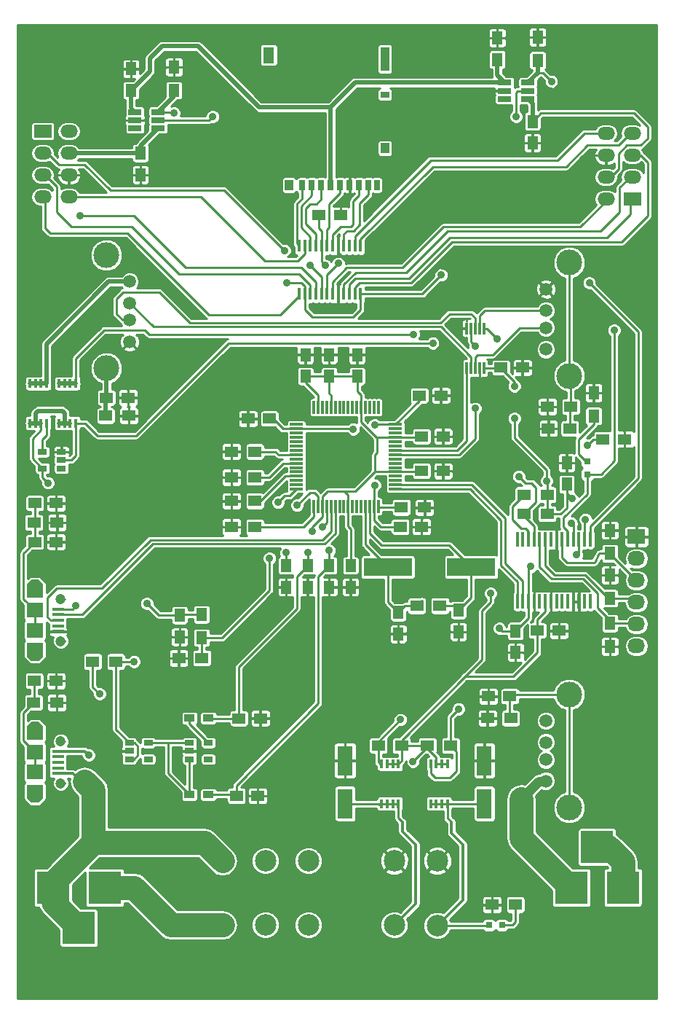
<source format=gtl>
G04 #@! TF.FileFunction,Copper,L1,Top,Signal*
%FSLAX46Y46*%
G04 Gerber Fmt 4.6, Leading zero omitted, Abs format (unit mm)*
G04 Created by KiCad (PCBNEW 4.0.2-stable) date Monday, 16 January 2017 'pmt' 17:48:17*
%MOMM*%
G01*
G04 APERTURE LIST*
%ADD10C,0.100000*%
%ADD11R,1.500000X1.250000*%
%ADD12R,0.299720X1.450000*%
%ADD13R,0.419100X1.470660*%
%ADD14R,1.250000X1.500000*%
%ADD15R,1.500000X1.300000*%
%ADD16R,0.408940X1.021080*%
%ADD17R,1.300000X1.500000*%
%ADD18C,2.500000*%
%ADD19R,0.406400X1.651000*%
%ADD20R,1.060000X0.650000*%
%ADD21R,1.300000X1.900000*%
%ADD22R,1.000000X2.800000*%
%ADD23R,0.700000X1.200000*%
%ADD24R,1.000000X1.200000*%
%ADD25R,0.650000X1.200000*%
%ADD26R,1.000000X0.800000*%
%ADD27C,2.999740*%
%ADD28C,1.501140*%
%ADD29O,2.000000X1.500000*%
%ADD30R,2.000000X1.500000*%
%ADD31R,3.800000X3.800000*%
%ADD32R,1.200000X0.900000*%
%ADD33R,1.500000X0.300000*%
%ADD34R,0.300000X1.500000*%
%ADD35R,4.200000X4.200000*%
%ADD36R,5.600700X2.100580*%
%ADD37R,2.032000X1.727200*%
%ADD38O,2.032000X1.727200*%
%ADD39R,0.797560X0.797560*%
%ADD40R,1.800860X3.500120*%
%ADD41C,1.200000*%
%ADD42O,1.900000X1.600000*%
%ADD43R,1.350000X0.400000*%
%ADD44R,1.900000X1.800000*%
%ADD45R,0.100000X0.100000*%
%ADD46R,1.560000X0.650000*%
%ADD47C,0.910000*%
%ADD48C,0.254000*%
%ADD49C,0.508000*%
%ADD50C,0.360000*%
%ADD51C,2.800000*%
%ADD52C,1.116000*%
G04 APERTURE END LIST*
D10*
G36*
X124150000Y-100775000D02*
X124350000Y-100775000D01*
X123825000Y-101300000D01*
X123625000Y-101300000D01*
X123100000Y-100775000D01*
X123300000Y-100775000D01*
X123625000Y-101100000D01*
X123825000Y-101100000D01*
X124150000Y-100775000D01*
G37*
G36*
X123300000Y-100775000D02*
X123100000Y-100775000D01*
X123625000Y-100250000D01*
X123825000Y-100250000D01*
X124350000Y-100775000D01*
X124150000Y-100775000D01*
X123825000Y-100450000D01*
X123625000Y-100450000D01*
X123300000Y-100775000D01*
G37*
G36*
X124150000Y-105625000D02*
X124350000Y-105625000D01*
X123825000Y-106150000D01*
X123625000Y-106150000D01*
X123100000Y-105625000D01*
X123300000Y-105625000D01*
X123625000Y-105950000D01*
X123825000Y-105950000D01*
X124150000Y-105625000D01*
G37*
G36*
X123300000Y-105625000D02*
X123100000Y-105625000D01*
X123625000Y-105100000D01*
X123825000Y-105100000D01*
X124350000Y-105625000D01*
X124150000Y-105625000D01*
X123825000Y-105300000D01*
X123625000Y-105300000D01*
X123300000Y-105625000D01*
G37*
G36*
X121675000Y-100600000D02*
X121675000Y-99000000D01*
X121175000Y-98500000D01*
X120725000Y-98500000D01*
X120725000Y-99275000D01*
X121175000Y-99275000D01*
X121475000Y-99575000D01*
X121475000Y-99800000D01*
X121175000Y-100100000D01*
X120725000Y-100100000D01*
X120725000Y-100600000D01*
X121675000Y-100600000D01*
G37*
G36*
X119775000Y-105800000D02*
X119775000Y-107400000D01*
X120275000Y-107900000D01*
X120725000Y-107900000D01*
X120725000Y-107125000D01*
X120275000Y-107125000D01*
X119975000Y-106825000D01*
X119975000Y-106600000D01*
X120275000Y-106300000D01*
X120725000Y-106300000D01*
X120725000Y-105800000D01*
X119775000Y-105800000D01*
G37*
G36*
X120725000Y-100100000D02*
X120725000Y-100600000D01*
X119775000Y-100600000D01*
X119775000Y-99000000D01*
X120275000Y-98500000D01*
X120725000Y-98500000D01*
X120725000Y-99275000D01*
X120250000Y-99275000D01*
X119975000Y-99550000D01*
X119975000Y-99800000D01*
X120275000Y-100100000D01*
X120725000Y-100100000D01*
G37*
G36*
X120725000Y-106300000D02*
X120725000Y-105800000D01*
X121675000Y-105800000D01*
X121675000Y-107400000D01*
X121175000Y-107900000D01*
X120725000Y-107900000D01*
X120725000Y-107125000D01*
X121200000Y-107125000D01*
X121475000Y-106850000D01*
X121475000Y-106600000D01*
X121175000Y-106300000D01*
X120725000Y-106300000D01*
G37*
G36*
X124150000Y-117275000D02*
X124350000Y-117275000D01*
X123825000Y-117800000D01*
X123625000Y-117800000D01*
X123100000Y-117275000D01*
X123300000Y-117275000D01*
X123625000Y-117600000D01*
X123825000Y-117600000D01*
X124150000Y-117275000D01*
G37*
G36*
X123300000Y-117275000D02*
X123100000Y-117275000D01*
X123625000Y-116750000D01*
X123825000Y-116750000D01*
X124350000Y-117275000D01*
X124150000Y-117275000D01*
X123825000Y-116950000D01*
X123625000Y-116950000D01*
X123300000Y-117275000D01*
G37*
G36*
X124150000Y-122125000D02*
X124350000Y-122125000D01*
X123825000Y-122650000D01*
X123625000Y-122650000D01*
X123100000Y-122125000D01*
X123300000Y-122125000D01*
X123625000Y-122450000D01*
X123825000Y-122450000D01*
X124150000Y-122125000D01*
G37*
G36*
X123300000Y-122125000D02*
X123100000Y-122125000D01*
X123625000Y-121600000D01*
X123825000Y-121600000D01*
X124350000Y-122125000D01*
X124150000Y-122125000D01*
X123825000Y-121800000D01*
X123625000Y-121800000D01*
X123300000Y-122125000D01*
G37*
G36*
X121675000Y-117100000D02*
X121675000Y-115500000D01*
X121175000Y-115000000D01*
X120725000Y-115000000D01*
X120725000Y-115775000D01*
X121175000Y-115775000D01*
X121475000Y-116075000D01*
X121475000Y-116300000D01*
X121175000Y-116600000D01*
X120725000Y-116600000D01*
X120725000Y-117100000D01*
X121675000Y-117100000D01*
G37*
G36*
X119775000Y-122300000D02*
X119775000Y-123900000D01*
X120275000Y-124400000D01*
X120725000Y-124400000D01*
X120725000Y-123625000D01*
X120275000Y-123625000D01*
X119975000Y-123325000D01*
X119975000Y-123100000D01*
X120275000Y-122800000D01*
X120725000Y-122800000D01*
X120725000Y-122300000D01*
X119775000Y-122300000D01*
G37*
G36*
X120725000Y-116600000D02*
X120725000Y-117100000D01*
X119775000Y-117100000D01*
X119775000Y-115500000D01*
X120275000Y-115000000D01*
X120725000Y-115000000D01*
X120725000Y-115775000D01*
X120250000Y-115775000D01*
X119975000Y-116050000D01*
X119975000Y-116300000D01*
X120275000Y-116600000D01*
X120725000Y-116600000D01*
G37*
G36*
X120725000Y-122800000D02*
X120725000Y-122300000D01*
X121675000Y-122300000D01*
X121675000Y-123900000D01*
X121175000Y-124400000D01*
X120725000Y-124400000D01*
X120725000Y-123625000D01*
X121200000Y-123625000D01*
X121475000Y-123350000D01*
X121475000Y-123100000D01*
X121175000Y-122800000D01*
X120725000Y-122800000D01*
G37*
D11*
X186799520Y-82195480D03*
X189299520Y-82195480D03*
D12*
X172950280Y-69299240D03*
X172449900Y-69299240D03*
X171949520Y-69299240D03*
X171449140Y-69299240D03*
X170948760Y-69299240D03*
X170948760Y-73901720D03*
X171449140Y-73901720D03*
X171949520Y-73901720D03*
X172449900Y-73901720D03*
X172950280Y-73901720D03*
D13*
X155354640Y-59711400D03*
X154704400Y-59711400D03*
X154054160Y-59711400D03*
X153403920Y-59711400D03*
X157295200Y-65304480D03*
X157305360Y-59711400D03*
X156655120Y-59711400D03*
X156004880Y-59711400D03*
X152753680Y-65309560D03*
X153403920Y-65309560D03*
X154054160Y-65309560D03*
X154704400Y-65309560D03*
X155354640Y-65309560D03*
X156004880Y-65309560D03*
X152753680Y-59711400D03*
X156655120Y-65304480D03*
X157955600Y-59711400D03*
X152103440Y-59711400D03*
X152103440Y-65309560D03*
X157955600Y-65309560D03*
X158603300Y-59711400D03*
X151455740Y-59711400D03*
X151455740Y-65309560D03*
X158603300Y-65309560D03*
D14*
X137559520Y-102630480D03*
X137559520Y-105130480D03*
X176619520Y-104440480D03*
X176619520Y-106940480D03*
D11*
X182949520Y-80925480D03*
X180449520Y-80925480D03*
X129050000Y-77350960D03*
X131550000Y-77350960D03*
X153779520Y-56160480D03*
X156279520Y-56160480D03*
X179179520Y-104420480D03*
X181679520Y-104420480D03*
D14*
X182575200Y-87406800D03*
X182575200Y-84906800D03*
D15*
X127449520Y-108000480D03*
X130149520Y-108000480D03*
D16*
X162989880Y-119899240D03*
X162339640Y-119899240D03*
X161689400Y-119899240D03*
X161039160Y-119899240D03*
X161039160Y-124501720D03*
X161689400Y-124501720D03*
X162339640Y-124501720D03*
X162989880Y-124501720D03*
X168704880Y-119899240D03*
X168054640Y-119899240D03*
X167404400Y-119899240D03*
X166754160Y-119899240D03*
X166754160Y-124501720D03*
X167404400Y-124501720D03*
X168054640Y-124501720D03*
X168704880Y-124501720D03*
D17*
X140099520Y-102530480D03*
X140099520Y-105230480D03*
D15*
X183049520Y-78385480D03*
X180349520Y-78385480D03*
X128950000Y-79450960D03*
X131650000Y-79450960D03*
X180299520Y-88600480D03*
X177599520Y-88600480D03*
X163364520Y-117755480D03*
X160664520Y-117755480D03*
X166379520Y-117755480D03*
X169079520Y-117755480D03*
D18*
X167529520Y-131150480D03*
X152529520Y-131150480D03*
X147529520Y-131150480D03*
X142529520Y-131150480D03*
X142529520Y-138600480D03*
X147529520Y-138600480D03*
X152529520Y-138600480D03*
X167519520Y-138660480D03*
X162529520Y-131150480D03*
X162529520Y-138600480D03*
D19*
X181389640Y-93836300D03*
X180739400Y-93836300D03*
X180089160Y-93836300D03*
X179438920Y-93836300D03*
X183340360Y-101034660D03*
X183340360Y-93836300D03*
X182690120Y-93836300D03*
X182039880Y-93836300D03*
X178788680Y-101034660D03*
X179438920Y-101034660D03*
X180089160Y-101034660D03*
X180739400Y-101034660D03*
X181389640Y-101034660D03*
X182039880Y-101034660D03*
X178788680Y-93836300D03*
X182690120Y-101034660D03*
X183990600Y-101034660D03*
X184638300Y-101034660D03*
X185288540Y-101034660D03*
X185288540Y-93836300D03*
X184638300Y-93836300D03*
X183990600Y-93836300D03*
X178138440Y-93836300D03*
X177490740Y-93836300D03*
X176840500Y-93836300D03*
X176840500Y-101034660D03*
X177490740Y-101034660D03*
X178138440Y-101034660D03*
D16*
X123524160Y-80301720D03*
X124174400Y-80301720D03*
X124824640Y-80301720D03*
X125474880Y-80301720D03*
X125474880Y-75699240D03*
X124824640Y-75699240D03*
X124174400Y-75699240D03*
X123524160Y-75699240D03*
X120124160Y-80301720D03*
X120774400Y-80301720D03*
X121424640Y-80301720D03*
X122074880Y-80301720D03*
X122074880Y-75699240D03*
X121424640Y-75699240D03*
X120774400Y-75699240D03*
X120124160Y-75699240D03*
D15*
X180299520Y-90850480D03*
X177599520Y-90850480D03*
D20*
X123799520Y-85550480D03*
X123799520Y-84600480D03*
X123799520Y-83650480D03*
X121599520Y-83650480D03*
X121599520Y-85550480D03*
D11*
X120670000Y-110236000D03*
X123170000Y-110236000D03*
X175964520Y-112040480D03*
X173464520Y-112040480D03*
D21*
X147929520Y-37555480D03*
D22*
X161429520Y-38005480D03*
D23*
X151829520Y-52655480D03*
X152929520Y-52655480D03*
X154029520Y-52655480D03*
X155129520Y-52655480D03*
X156229520Y-52655480D03*
X157329520Y-52655480D03*
X158429520Y-52655480D03*
X159529520Y-52655480D03*
D24*
X150279520Y-52655480D03*
D25*
X160479520Y-52655480D03*
D26*
X161429520Y-42155480D03*
D24*
X161429520Y-48355480D03*
D27*
X182865380Y-74796460D03*
X182865380Y-61654500D03*
D28*
X180155200Y-71725600D03*
X180155200Y-69226240D03*
X180155200Y-67224720D03*
X180155200Y-64725360D03*
D27*
X129029140Y-60779020D03*
X129029140Y-73920980D03*
D28*
X131739320Y-63849880D03*
X131739320Y-66349240D03*
X131739320Y-68350760D03*
X131739320Y-70850120D03*
D29*
X187164520Y-46635480D03*
X190204520Y-46635480D03*
D30*
X190204520Y-54255480D03*
D29*
X187164520Y-54255480D03*
X190204520Y-51715480D03*
X187164520Y-51715480D03*
X190204520Y-49175480D03*
X187164520Y-49175480D03*
X124670000Y-54010000D03*
X121630000Y-54010000D03*
D30*
X121630000Y-46390000D03*
D29*
X124670000Y-46390000D03*
X121630000Y-48930000D03*
X124670000Y-48930000D03*
X121630000Y-51470000D03*
X124670000Y-51470000D03*
D31*
X183119380Y-134265480D03*
X189118860Y-134265480D03*
X186119120Y-129566480D03*
D27*
X182865380Y-124961460D03*
X182865380Y-111819500D03*
D28*
X180155200Y-121890600D03*
X180155200Y-119391240D03*
X180155200Y-117389720D03*
X180155200Y-114890360D03*
D31*
X128844660Y-134265480D03*
X122845180Y-134265480D03*
X125844920Y-138964480D03*
D15*
X120570000Y-112776000D03*
X123270000Y-112776000D03*
X176064520Y-114580480D03*
X173364520Y-114580480D03*
D11*
X120699520Y-89600480D03*
X123199520Y-89600480D03*
X120699520Y-94100480D03*
X123199520Y-94100480D03*
D14*
X149949520Y-99350480D03*
X149949520Y-96850480D03*
X152449520Y-96850480D03*
X152449520Y-99350480D03*
D11*
X147999520Y-79770480D03*
X145499520Y-79770480D03*
X165699520Y-85850480D03*
X168199520Y-85850480D03*
D14*
X169989520Y-102036480D03*
X169989520Y-104536480D03*
X154949520Y-96850480D03*
X154949520Y-99350480D03*
D11*
X165699520Y-81850480D03*
X168199520Y-81850480D03*
D14*
X158199520Y-74850480D03*
X158199520Y-72350480D03*
D11*
X163199520Y-92350480D03*
X165699520Y-92350480D03*
D14*
X154949520Y-74850480D03*
X154949520Y-72350480D03*
D11*
X165449520Y-77100480D03*
X167949520Y-77100480D03*
D14*
X162989520Y-102286480D03*
X162989520Y-104786480D03*
X152199520Y-74850480D03*
X152199520Y-72350480D03*
D11*
X144149520Y-123600480D03*
X146649520Y-123600480D03*
D14*
X157449520Y-96850480D03*
X157449520Y-99350480D03*
D11*
X144449520Y-114600480D03*
X146949520Y-114600480D03*
D32*
X138689520Y-123470480D03*
X140889520Y-123470480D03*
X138689520Y-114580480D03*
X140889520Y-114580480D03*
D15*
X137449520Y-107600480D03*
X140149520Y-107600480D03*
X123299520Y-91850480D03*
X120599520Y-91850480D03*
X143599520Y-89350480D03*
X146299520Y-89350480D03*
X143599520Y-92350480D03*
X146299520Y-92350480D03*
X143599520Y-86600480D03*
X146299520Y-86600480D03*
X166049520Y-90100480D03*
X163349520Y-90100480D03*
X143599520Y-83600480D03*
X146299520Y-83600480D03*
X167839520Y-101536480D03*
X165139520Y-101536480D03*
D33*
X151159520Y-80465480D03*
X151159520Y-80965480D03*
X151159520Y-81465480D03*
X151159520Y-81965480D03*
X151159520Y-82465480D03*
X151159520Y-82965480D03*
X151159520Y-83465480D03*
X151159520Y-83965480D03*
X151159520Y-84465480D03*
X151159520Y-84965480D03*
X151159520Y-85465480D03*
X151159520Y-85965480D03*
X151159520Y-86465480D03*
X151159520Y-86965480D03*
X151159520Y-87465480D03*
X151159520Y-87965480D03*
D34*
X153159520Y-89965480D03*
X153659520Y-89965480D03*
X154159520Y-89965480D03*
X154659520Y-89965480D03*
X155159520Y-89965480D03*
X155659520Y-89965480D03*
X156159520Y-89965480D03*
X156659520Y-89965480D03*
X157159520Y-89965480D03*
X157659520Y-89965480D03*
X158159520Y-89965480D03*
X158659520Y-89965480D03*
X159159520Y-89965480D03*
X159659520Y-89965480D03*
X160159520Y-89965480D03*
X160659520Y-89965480D03*
D33*
X162659520Y-87965480D03*
X162659520Y-87465480D03*
X162659520Y-86965480D03*
X162659520Y-86465480D03*
X162659520Y-85965480D03*
X162659520Y-85465480D03*
X162659520Y-84965480D03*
X162659520Y-84465480D03*
X162659520Y-83965480D03*
X162659520Y-83465480D03*
X162659520Y-82965480D03*
X162659520Y-82465480D03*
X162659520Y-81965480D03*
X162659520Y-81465480D03*
X162659520Y-80965480D03*
X162659520Y-80465480D03*
D34*
X160659520Y-78465480D03*
X160159520Y-78465480D03*
X159659520Y-78465480D03*
X159159520Y-78465480D03*
X158659520Y-78465480D03*
X158159520Y-78465480D03*
X157659520Y-78465480D03*
X157159520Y-78465480D03*
X156659520Y-78465480D03*
X156159520Y-78465480D03*
X155659520Y-78465480D03*
X155159520Y-78465480D03*
X154659520Y-78465480D03*
X154159520Y-78465480D03*
X153659520Y-78465480D03*
X153159520Y-78465480D03*
D35*
X156909520Y-84215480D03*
D20*
X131704520Y-117440480D03*
X131704520Y-118390480D03*
X131704520Y-119340480D03*
X133904520Y-119340480D03*
X133904520Y-117440480D03*
X138689520Y-117440480D03*
X138689520Y-118390480D03*
X138689520Y-119340480D03*
X140889520Y-119340480D03*
X140889520Y-117440480D03*
D11*
X174924400Y-73863200D03*
X177424400Y-73863200D03*
D36*
X171472860Y-97028000D03*
X161775140Y-97028000D03*
D37*
X190700000Y-93500000D03*
D38*
X190700000Y-96040000D03*
X190700000Y-98580000D03*
X190700000Y-101120000D03*
X190700000Y-103660000D03*
X190700000Y-106200000D03*
D39*
X184962800Y-86245700D03*
X184962800Y-84747100D03*
X173545500Y-138633200D03*
X175044100Y-138633200D03*
D17*
X185724800Y-76780400D03*
X185724800Y-79480400D03*
D15*
X173910000Y-136245600D03*
X176610000Y-136245600D03*
D40*
X156800000Y-124499360D03*
X156800000Y-119500640D03*
X173000000Y-124499360D03*
X173000000Y-119500640D03*
D41*
X123725000Y-100775000D03*
X123725000Y-105625000D03*
D42*
X120725000Y-99687500D03*
X120725000Y-106712500D03*
D43*
X123400000Y-103200000D03*
X123400000Y-102550000D03*
X123400000Y-103850000D03*
X123400000Y-101900000D03*
X123400000Y-104500000D03*
D44*
X120725000Y-102050000D03*
X120725000Y-104350000D03*
D45*
X124250000Y-100775000D03*
X124237500Y-105625000D03*
X120687500Y-98687500D03*
X120712500Y-107712500D03*
D41*
X123725000Y-117275000D03*
X123725000Y-122125000D03*
D42*
X120725000Y-116187500D03*
X120725000Y-123212500D03*
D43*
X123400000Y-119700000D03*
X123400000Y-119050000D03*
X123400000Y-120350000D03*
X123400000Y-118400000D03*
X123400000Y-121000000D03*
D44*
X120725000Y-118550000D03*
X120725000Y-120850000D03*
D45*
X124250000Y-117275000D03*
X124237500Y-122125000D03*
X120687500Y-115187500D03*
X120712500Y-124212500D03*
D14*
X133000000Y-48950000D03*
X133000000Y-51450000D03*
X178600000Y-45250000D03*
X178600000Y-47750000D03*
X131900000Y-41650000D03*
X131900000Y-39150000D03*
X174500000Y-38050000D03*
X174500000Y-35550000D03*
D17*
X187600000Y-92750000D03*
X187600000Y-95450000D03*
X187600000Y-97950000D03*
X187600000Y-100650000D03*
X187600000Y-106250000D03*
X187600000Y-103550000D03*
X136900000Y-38950000D03*
X136900000Y-41650000D03*
X179200000Y-35450000D03*
X179200000Y-38150000D03*
D46*
X175350000Y-40750000D03*
X175350000Y-41700000D03*
X175350000Y-42650000D03*
X178050000Y-42650000D03*
X178050000Y-40750000D03*
X178050000Y-41700000D03*
X132350000Y-44150000D03*
X132350000Y-45100000D03*
X132350000Y-46050000D03*
X135050000Y-46050000D03*
X135050000Y-44150000D03*
X135050000Y-45100000D03*
D47*
X179200000Y-98200000D03*
X181100000Y-96300000D03*
X156800000Y-54300000D03*
X184861200Y-66141600D03*
X169750000Y-68500000D03*
X160680400Y-61163200D03*
X168148000Y-79756000D03*
X168148000Y-89408000D03*
X156000000Y-67000000D03*
X155778200Y-87299800D03*
X153720800Y-87579200D03*
X157556200Y-87249000D03*
X153517600Y-86207600D03*
X153339800Y-84226400D03*
X153500000Y-82250000D03*
X183200000Y-89100000D03*
X183100000Y-91900000D03*
X141400000Y-44700000D03*
X176700000Y-44700000D03*
X173736000Y-100076000D03*
X180250000Y-87000000D03*
X176500000Y-79750000D03*
X176500000Y-76000000D03*
X128250000Y-111750000D03*
X164699520Y-119600480D03*
X164750000Y-70000000D03*
X126000000Y-56250000D03*
X156000000Y-61750000D03*
X152750000Y-62000000D03*
X149750000Y-60250000D03*
X127000000Y-118872000D03*
X163250000Y-114750000D03*
X183700000Y-95600000D03*
X184750000Y-91500000D03*
X170000000Y-113500000D03*
X177000000Y-86500000D03*
X174500000Y-70500000D03*
X167000000Y-71000000D03*
X178409600Y-96977200D03*
X185013600Y-82854800D03*
X154500000Y-62000000D03*
X174752000Y-104140000D03*
X157750000Y-81000000D03*
X160250000Y-87500000D03*
X160250000Y-80500000D03*
X154949520Y-95100480D03*
X154199520Y-92350480D03*
X152449520Y-95350480D03*
X152949520Y-92850480D03*
X122250000Y-87250000D03*
X132250000Y-108000000D03*
X133750000Y-101250000D03*
X125500000Y-101500000D03*
X171949520Y-78600480D03*
X171949520Y-71350480D03*
X151199520Y-89850480D03*
X149949520Y-95350480D03*
X148000000Y-96000000D03*
X149000000Y-89500000D03*
X180800000Y-40600000D03*
X188100000Y-69500000D03*
X168000000Y-63100000D03*
X185200000Y-64000000D03*
X136900000Y-44300000D03*
X150000000Y-64000000D03*
D48*
X178788680Y-98611320D02*
X178788680Y-101034660D01*
X179200000Y-98200000D02*
X178788680Y-98611320D01*
X181389640Y-96010360D02*
X181100000Y-96300000D01*
X181389640Y-93836300D02*
X181389640Y-96010360D01*
X156279520Y-54820480D02*
X156279520Y-56160480D01*
X156800000Y-54300000D02*
X156279520Y-54820480D01*
X185724800Y-76780400D02*
X185724800Y-67005200D01*
X185724800Y-67005200D02*
X184861200Y-66141600D01*
X156004880Y-59711400D02*
X156004880Y-60500880D01*
X170549240Y-69299240D02*
X169750000Y-68500000D01*
X170549240Y-69299240D02*
X170948760Y-69299240D01*
X156667200Y-61163200D02*
X160680400Y-61163200D01*
X156004880Y-60500880D02*
X156667200Y-61163200D01*
X166049520Y-90100480D02*
X167455520Y-90100480D01*
X167949520Y-79557520D02*
X167949520Y-77100480D01*
X168148000Y-79756000D02*
X167949520Y-79557520D01*
X167455520Y-90100480D02*
X168148000Y-89408000D01*
D49*
X156909520Y-84215480D02*
X156909520Y-86168480D01*
X156909520Y-86168480D02*
X155778200Y-87299800D01*
X156909520Y-84215480D02*
X156909520Y-84390480D01*
X156909520Y-84390480D02*
X153720800Y-87579200D01*
X156909520Y-84215480D02*
X156909520Y-86602320D01*
X156909520Y-86602320D02*
X157556200Y-87249000D01*
X156909520Y-84215480D02*
X155509720Y-84215480D01*
X155509720Y-84215480D02*
X153517600Y-86207600D01*
X156909520Y-84215480D02*
X153350720Y-84215480D01*
X155465480Y-84215480D02*
X156909520Y-84215480D01*
D48*
X172449900Y-73901720D02*
X172449900Y-75199900D01*
X175635480Y-78385480D02*
X180349520Y-78385480D01*
X172449900Y-75199900D02*
X175635480Y-78385480D01*
X156004880Y-65309560D02*
X156004880Y-66995120D01*
X156004880Y-66995120D02*
X156000000Y-67000000D01*
D49*
X155465480Y-84215480D02*
X153500000Y-82250000D01*
D48*
X137559520Y-105130480D02*
X125380480Y-105130480D01*
X124750960Y-104500960D02*
X123474140Y-104500960D01*
X125380480Y-105130480D02*
X124750960Y-104500960D01*
X183340360Y-93836300D02*
X183340360Y-92140360D01*
X182575200Y-88475200D02*
X182575200Y-87406800D01*
X183200000Y-89100000D02*
X182575200Y-88475200D01*
X183340360Y-92140360D02*
X183100000Y-91900000D01*
X141000000Y-45100000D02*
X135050000Y-45100000D01*
X141400000Y-44700000D02*
X141000000Y-45100000D01*
X178050000Y-41700000D02*
X176900000Y-41700000D01*
X176700000Y-41900000D02*
X176700000Y-44700000D01*
X176900000Y-41700000D02*
X176700000Y-41900000D01*
X173736000Y-100076000D02*
X173736000Y-101092000D01*
X172720000Y-107780000D02*
X170750000Y-109750000D01*
X172720000Y-102108000D02*
X172720000Y-107780000D01*
X173736000Y-101092000D02*
X172720000Y-102108000D01*
X170750000Y-109750000D02*
X170750000Y-109666000D01*
X182575200Y-87406800D02*
X182575200Y-90170000D01*
X182575200Y-90170000D02*
X181894720Y-90850480D01*
X172950280Y-73901720D02*
X174885880Y-73901720D01*
X174885880Y-73901720D02*
X176500000Y-75515840D01*
X180250000Y-85750000D02*
X176500000Y-82000000D01*
X176500000Y-82000000D02*
X176500000Y-79750000D01*
X180250000Y-87000000D02*
X180250000Y-85750000D01*
X176500000Y-75515840D02*
X176500000Y-76000000D01*
X179179520Y-106960480D02*
X179179520Y-104420480D01*
X173736000Y-109750000D02*
X176390000Y-109750000D01*
X170750000Y-109750000D02*
X173736000Y-109750000D01*
X176390000Y-109750000D02*
X179179520Y-106960480D01*
X180089160Y-102210840D02*
X179179520Y-103120480D01*
X180089160Y-101034660D02*
X180089160Y-102210840D01*
X179179520Y-103120480D02*
X179179520Y-104420480D01*
X180299520Y-87049520D02*
X180299520Y-88600480D01*
X180250000Y-87000000D02*
X180299520Y-87049520D01*
X163364520Y-117755480D02*
X163364520Y-117135480D01*
X163364520Y-117135480D02*
X170750000Y-109750000D01*
X166379520Y-117755480D02*
X166379520Y-118129520D01*
X166379520Y-118129520D02*
X167404400Y-119154400D01*
X167404400Y-119154400D02*
X167404400Y-119899240D01*
X127449520Y-108000480D02*
X127449520Y-110949520D01*
X127449520Y-110949520D02*
X128250000Y-111750000D01*
X180299520Y-90850480D02*
X180299520Y-88600480D01*
X181949520Y-90850480D02*
X181894720Y-90850480D01*
X181894720Y-90850480D02*
X180299520Y-90850480D01*
X168054640Y-119899240D02*
X168704880Y-119899240D01*
X167404400Y-119899240D02*
X168054640Y-119899240D01*
X166379520Y-117755480D02*
X166379520Y-117780480D01*
X162339640Y-119899240D02*
X161689400Y-119899240D01*
X162989880Y-119899240D02*
X162339640Y-119899240D01*
X163364520Y-117755480D02*
X163364520Y-119524600D01*
X163364520Y-119524600D02*
X162989880Y-119899240D01*
X166379520Y-117755480D02*
X163364520Y-117755480D01*
X164699520Y-119600480D02*
X166379520Y-117920480D01*
X166379520Y-117920480D02*
X166379520Y-117755480D01*
X156800000Y-124499360D02*
X161036800Y-124499360D01*
X161036800Y-124499360D02*
X161039160Y-124501720D01*
X156800000Y-124499360D02*
X160699360Y-124499360D01*
X160699360Y-124499360D02*
X160800000Y-124600000D01*
D50*
X163464860Y-126645480D02*
X163464860Y-127714860D01*
X163464860Y-127714860D02*
X165000000Y-129250000D01*
X165000000Y-129250000D02*
X165000000Y-136130000D01*
X165000000Y-136130000D02*
X162529520Y-138600480D01*
D48*
X162989880Y-124501720D02*
X162989880Y-126170500D01*
X162989880Y-126170500D02*
X163464860Y-126645480D01*
X162339640Y-124501720D02*
X162989880Y-124501720D01*
X161689400Y-124501720D02*
X162339640Y-124501720D01*
X161039160Y-124501720D02*
X161689400Y-124501720D01*
X151829520Y-52655480D02*
X151829520Y-54220480D01*
X151199520Y-59455180D02*
X151455740Y-59711400D01*
X151199520Y-54850480D02*
X151199520Y-59455180D01*
X151829520Y-54220480D02*
X151199520Y-54850480D01*
X152929520Y-52655480D02*
X152929520Y-53870480D01*
X152753680Y-58654640D02*
X152753680Y-59711400D01*
X151699520Y-57600480D02*
X152753680Y-58654640D01*
X151699520Y-55100480D02*
X151699520Y-57600480D01*
X152929520Y-53870480D02*
X151699520Y-55100480D01*
X156229520Y-52655480D02*
X156229520Y-53570480D01*
X154704400Y-57845600D02*
X154704400Y-59711400D01*
X154949520Y-57600480D02*
X154704400Y-57845600D01*
X154949520Y-54850480D02*
X154949520Y-57600480D01*
X156229520Y-53570480D02*
X154949520Y-54850480D01*
X155354640Y-59711400D02*
X155354640Y-58395360D01*
X158429520Y-53820480D02*
X158429520Y-52655480D01*
X157750000Y-54500000D02*
X158429520Y-53820480D01*
X157750000Y-57250000D02*
X157750000Y-54500000D01*
X157500000Y-57500000D02*
X157750000Y-57250000D01*
X156250000Y-57500000D02*
X157500000Y-57500000D01*
X155354640Y-58395360D02*
X156250000Y-57500000D01*
X156655120Y-59711400D02*
X156655120Y-58344880D01*
X159529520Y-53720480D02*
X159529520Y-52655480D01*
X158500000Y-54750000D02*
X159529520Y-53720480D01*
X158500000Y-57250000D02*
X158500000Y-54750000D01*
X157795998Y-57954002D02*
X158500000Y-57250000D01*
X157045998Y-57954002D02*
X157795998Y-57954002D01*
X156655120Y-58344880D02*
X157045998Y-57954002D01*
X125474880Y-75699240D02*
X125474880Y-72775120D01*
X134000000Y-70000000D02*
X164750000Y-70000000D01*
X133500000Y-69500000D02*
X134000000Y-70000000D01*
X128750000Y-69500000D02*
X133500000Y-69500000D01*
X125474880Y-72775120D02*
X128750000Y-69500000D01*
D49*
X124824640Y-75699240D02*
X125474880Y-75699240D01*
X124174400Y-75699240D02*
X124824640Y-75699240D01*
X123524160Y-75699240D02*
X124174400Y-75699240D01*
D48*
X157955600Y-59711400D02*
X157955600Y-58544400D01*
X184614520Y-46635480D02*
X187414520Y-46635480D01*
X181500000Y-49750000D02*
X184614520Y-46635480D01*
X166750000Y-49750000D02*
X181500000Y-49750000D01*
X157955600Y-58544400D02*
X166750000Y-49750000D01*
X158603300Y-59711400D02*
X158603300Y-58896700D01*
X188590000Y-48000000D02*
X189954520Y-46635480D01*
X185000000Y-48000000D02*
X188590000Y-48000000D01*
X182500000Y-50500000D02*
X185000000Y-48000000D01*
X167000000Y-50500000D02*
X182500000Y-50500000D01*
X158603300Y-58896700D02*
X167000000Y-50500000D01*
X157295200Y-65304480D02*
X157295200Y-64204800D01*
X189954520Y-56045480D02*
X189954520Y-54255480D01*
X187250000Y-58750000D02*
X189954520Y-56045480D01*
X169000000Y-58750000D02*
X187250000Y-58750000D01*
X164250000Y-63500000D02*
X169000000Y-58750000D01*
X158000000Y-63500000D02*
X164250000Y-63500000D01*
X157295200Y-64204800D02*
X158000000Y-63500000D01*
X155354640Y-65309560D02*
X155354640Y-63895360D01*
X184170000Y-57500000D02*
X187414520Y-54255480D01*
X168250000Y-57500000D02*
X184170000Y-57500000D01*
X163500000Y-62250000D02*
X168250000Y-57500000D01*
X157000000Y-62250000D02*
X163500000Y-62250000D01*
X155354640Y-63895360D02*
X157000000Y-62250000D01*
X156655120Y-65304480D02*
X156655120Y-64202824D01*
X188750000Y-52920000D02*
X189954520Y-51715480D01*
X188750000Y-55750000D02*
X188750000Y-52920000D01*
X186500000Y-58000000D02*
X188750000Y-55750000D01*
X168750000Y-58000000D02*
X186500000Y-58000000D01*
X163946028Y-62803972D02*
X168750000Y-58000000D01*
X158053972Y-62803972D02*
X163946028Y-62803972D01*
X156655120Y-64202824D02*
X158053972Y-62803972D01*
X187414520Y-51715480D02*
X187684520Y-51715480D01*
X187684520Y-51715480D02*
X188600000Y-50800000D01*
X188600000Y-50800000D02*
X188600000Y-49000000D01*
X188600000Y-49000000D02*
X189600000Y-48000000D01*
X189600000Y-48000000D02*
X191200000Y-48000000D01*
X191200000Y-48000000D02*
X192000000Y-47200000D01*
X192000000Y-47200000D02*
X192000000Y-45900000D01*
X192000000Y-45900000D02*
X190400000Y-44300000D01*
X190400000Y-44300000D02*
X179550000Y-44300000D01*
X179550000Y-44300000D02*
X178600000Y-45250000D01*
D49*
X178600000Y-45250000D02*
X178600000Y-43200000D01*
X178600000Y-43200000D02*
X178050000Y-42650000D01*
D48*
X189954520Y-49175480D02*
X191175480Y-49175480D01*
X191175480Y-49175480D02*
X192000000Y-50000000D01*
X192000000Y-50000000D02*
X192000000Y-56250000D01*
X192000000Y-56250000D02*
X189000000Y-59250000D01*
X189000000Y-59250000D02*
X169250000Y-59250000D01*
X169250000Y-59250000D02*
X164500000Y-64000000D01*
X164500000Y-64000000D02*
X158500000Y-64000000D01*
X158500000Y-64000000D02*
X157955600Y-64544400D01*
X157955600Y-64544400D02*
X157955600Y-65309560D01*
X152103440Y-59711400D02*
X152103440Y-60646560D01*
X140010000Y-54010000D02*
X124420000Y-54010000D01*
X147500000Y-61500000D02*
X140010000Y-54010000D01*
X151250000Y-61500000D02*
X147500000Y-61500000D01*
X152103440Y-60646560D02*
X151250000Y-61500000D01*
X124460000Y-54050000D02*
X124420000Y-54010000D01*
X131500000Y-58250000D02*
X122500000Y-58250000D01*
X141000000Y-67750000D02*
X131500000Y-58250000D01*
X149250000Y-67750000D02*
X141000000Y-67750000D01*
X151455740Y-65544260D02*
X149250000Y-67750000D01*
X121880000Y-57630000D02*
X121880000Y-54010000D01*
X122500000Y-58250000D02*
X121880000Y-57630000D01*
X151455740Y-65309560D02*
X151455740Y-65544260D01*
X153403920Y-65309560D02*
X153403920Y-63903920D01*
X132250000Y-56250000D02*
X126000000Y-56250000D01*
X138250000Y-62250000D02*
X132250000Y-56250000D01*
X151750000Y-62250000D02*
X138250000Y-62250000D01*
X153403920Y-63903920D02*
X151750000Y-62250000D01*
X121880000Y-46390000D02*
X121460000Y-46390000D01*
X154704400Y-65309560D02*
X154704400Y-63045600D01*
X154704400Y-63045600D02*
X156000000Y-61750000D01*
X121880000Y-48930000D02*
X122180000Y-48930000D01*
X122180000Y-48930000D02*
X123500000Y-50250000D01*
X154054160Y-63304160D02*
X154054160Y-65309560D01*
X152750000Y-62000000D02*
X154054160Y-63304160D01*
X142750000Y-53250000D02*
X149750000Y-60250000D01*
X129500000Y-53250000D02*
X142750000Y-53250000D01*
X126500000Y-50250000D02*
X129500000Y-53250000D01*
X123500000Y-50250000D02*
X126500000Y-50250000D01*
X121880000Y-48930000D02*
X121880000Y-48980000D01*
D49*
X124420000Y-48930000D02*
X132980000Y-48930000D01*
X132980000Y-48930000D02*
X133000000Y-48950000D01*
X133000000Y-48950000D02*
X133000000Y-48100000D01*
X133000000Y-48100000D02*
X135050000Y-46050000D01*
X132980000Y-48930000D02*
X133000000Y-48950000D01*
D48*
X152753680Y-65309560D02*
X152753680Y-64253680D01*
X123250000Y-52840000D02*
X121880000Y-51470000D01*
X123250000Y-55750000D02*
X123250000Y-52840000D01*
X125000000Y-57500000D02*
X123250000Y-55750000D01*
X132000000Y-57500000D02*
X125000000Y-57500000D01*
X137500000Y-63000000D02*
X132000000Y-57500000D01*
X151500000Y-63000000D02*
X137500000Y-63000000D01*
X152753680Y-64253680D02*
X151500000Y-63000000D01*
D50*
X126492000Y-121920000D02*
X126020000Y-121920000D01*
X125100000Y-121000000D02*
X123100000Y-121000000D01*
X126020000Y-121920000D02*
X125100000Y-121000000D01*
D51*
X127508000Y-129032000D02*
X127508000Y-122936000D01*
X127508000Y-122936000D02*
X126492000Y-121920000D01*
X126492000Y-121920000D02*
X126492000Y-121920000D01*
X122845180Y-134265480D02*
X122845180Y-133694820D01*
X122845180Y-133694820D02*
X127508000Y-129032000D01*
X140411040Y-129032000D02*
X142529520Y-131150480D01*
X127508000Y-129032000D02*
X140411040Y-129032000D01*
X122845180Y-134265480D02*
X122845180Y-135964740D01*
X122845180Y-135964740D02*
X125844920Y-138964480D01*
D50*
X127000000Y-118872000D02*
X126972000Y-118872000D01*
X126500000Y-118400000D02*
X123100000Y-118400000D01*
X126972000Y-118872000D02*
X126500000Y-118400000D01*
D51*
X128844660Y-134265480D02*
X132233480Y-134265480D01*
X136568480Y-138600480D02*
X142529520Y-138600480D01*
X132233480Y-134265480D02*
X136568480Y-138600480D01*
D48*
X183990600Y-93836300D02*
X183990600Y-95309400D01*
X163250000Y-114750000D02*
X160664520Y-117335480D01*
X183990600Y-95309400D02*
X183700000Y-95600000D01*
X160664520Y-117335480D02*
X160664520Y-117755480D01*
X161039160Y-119899240D02*
X160899240Y-119899240D01*
X160899240Y-119899240D02*
X160664520Y-119664520D01*
X160664520Y-119664520D02*
X160664520Y-117755480D01*
X169079520Y-117755480D02*
X169079520Y-114420480D01*
X184638300Y-91611700D02*
X184638300Y-93836300D01*
X184750000Y-91500000D02*
X184638300Y-91611700D01*
X169079520Y-114420480D02*
X170000000Y-113500000D01*
X166754160Y-119899240D02*
X166754160Y-121004160D01*
X169750000Y-118425960D02*
X169079520Y-117755480D01*
X169750000Y-120750000D02*
X169750000Y-118425960D01*
X169000000Y-121500000D02*
X169750000Y-120750000D01*
X167250000Y-121500000D02*
X169000000Y-121500000D01*
X166754160Y-121004160D02*
X167250000Y-121500000D01*
X151159520Y-86465480D02*
X149834520Y-86465480D01*
X149834520Y-86465480D02*
X146949520Y-89350480D01*
X146949520Y-89350480D02*
X146299520Y-89350480D01*
X179000000Y-89450000D02*
X177599520Y-90850480D01*
X179000000Y-87750000D02*
X179000000Y-89450000D01*
X178500000Y-87250000D02*
X179000000Y-87750000D01*
X177750000Y-87250000D02*
X178500000Y-87250000D01*
X177000000Y-86500000D02*
X177750000Y-87250000D01*
X125474880Y-80301720D02*
X126551720Y-80301720D01*
X173299240Y-69299240D02*
X172950280Y-69299240D01*
X174500000Y-70500000D02*
X173299240Y-69299240D01*
X143250000Y-71000000D02*
X167000000Y-71000000D01*
X132500000Y-81750000D02*
X143250000Y-71000000D01*
X128000000Y-81750000D02*
X132500000Y-81750000D01*
X126551720Y-80301720D02*
X128000000Y-81750000D01*
X177599520Y-90850480D02*
X177599520Y-91099520D01*
X177599520Y-91099520D02*
X178788680Y-92288680D01*
X178788680Y-92288680D02*
X178788680Y-93836300D01*
X125474880Y-80301720D02*
X125474880Y-84075120D01*
X124949520Y-84600480D02*
X123799520Y-84600480D01*
X125474880Y-84075120D02*
X124949520Y-84600480D01*
X186799520Y-82195480D02*
X185672920Y-82195480D01*
X178138440Y-97248360D02*
X178138440Y-101034660D01*
X178409600Y-96977200D02*
X178138440Y-97248360D01*
X185672920Y-82195480D02*
X185013600Y-82854800D01*
X154054160Y-59711400D02*
X154054160Y-61554160D01*
X154054160Y-61554160D02*
X154500000Y-62000000D01*
X175052480Y-104440480D02*
X176619520Y-104440480D01*
X174752000Y-104140000D02*
X175052480Y-104440480D01*
X178138440Y-101034660D02*
X178138440Y-102921560D01*
X178138440Y-102921560D02*
X176619520Y-104440480D01*
X186799520Y-82195480D02*
X186104520Y-82195480D01*
X153779520Y-56160480D02*
X153779520Y-57680480D01*
X153779520Y-57680480D02*
X154054160Y-57955120D01*
X154054160Y-57955120D02*
X154054160Y-59711400D01*
X154029520Y-52655480D02*
X154029520Y-54270480D01*
X153403920Y-58304880D02*
X153403920Y-59711400D01*
X152199520Y-57100480D02*
X153403920Y-58304880D01*
X152199520Y-55350480D02*
X152199520Y-57100480D01*
X152699520Y-54850480D02*
X152199520Y-55350480D01*
X153449520Y-54850480D02*
X152699520Y-54850480D01*
X154029520Y-54270480D02*
X153449520Y-54850480D01*
D49*
X155129520Y-43600000D02*
X146800000Y-43600000D01*
X134100000Y-39450000D02*
X131900000Y-41650000D01*
X134100000Y-37900000D02*
X134100000Y-39450000D01*
X135500000Y-36500000D02*
X134100000Y-37900000D01*
X139700000Y-36500000D02*
X135500000Y-36500000D01*
X146800000Y-43600000D02*
X139700000Y-36500000D01*
X175350000Y-40750000D02*
X157950000Y-40750000D01*
X155129520Y-43570480D02*
X155129520Y-43600000D01*
X155129520Y-43600000D02*
X155129520Y-52655480D01*
X157950000Y-40750000D02*
X155129520Y-43570480D01*
X174500000Y-38050000D02*
X174500000Y-39900000D01*
X174500000Y-39900000D02*
X175350000Y-40750000D01*
X131900000Y-41650000D02*
X131900000Y-43700000D01*
X131900000Y-43700000D02*
X132350000Y-44150000D01*
X131739320Y-63849880D02*
X129300120Y-63849880D01*
X129300120Y-63849880D02*
X122074880Y-71075120D01*
X122074880Y-71075120D02*
X122074880Y-75699240D01*
X121424640Y-75699240D02*
X122074880Y-75699240D01*
X120774400Y-75699240D02*
X121424640Y-75699240D01*
X120124160Y-75699240D02*
X120774400Y-75699240D01*
D48*
X153699520Y-112850480D02*
X153699520Y-98100480D01*
X144149520Y-123600480D02*
X144149520Y-122400480D01*
X144149520Y-122400480D02*
X153699520Y-112850480D01*
X153699520Y-98100480D02*
X154949520Y-96850480D01*
X151159520Y-80965480D02*
X157715480Y-80965480D01*
X149564520Y-80965480D02*
X151159520Y-80965480D01*
X160159520Y-87590480D02*
X160159520Y-89965480D01*
X160250000Y-87500000D02*
X160159520Y-87590480D01*
X160284520Y-80465480D02*
X162659520Y-80465480D01*
X160250000Y-80500000D02*
X160284520Y-80465480D01*
X165449520Y-77100480D02*
X165449520Y-77675480D01*
X165449520Y-77675480D02*
X162659520Y-80465480D01*
X140889520Y-123470480D02*
X144019520Y-123470480D01*
X144019520Y-123470480D02*
X144149520Y-123600480D01*
X154949520Y-96850480D02*
X154949520Y-95100480D01*
X154659520Y-91890480D02*
X154659520Y-89965480D01*
X154199520Y-92350480D02*
X154659520Y-91890480D01*
X163199520Y-92350480D02*
X160949520Y-92350480D01*
X160949520Y-92350480D02*
X160159520Y-91560480D01*
X160159520Y-91560480D02*
X160159520Y-89965480D01*
X147999520Y-79770480D02*
X148369520Y-79770480D01*
X148369520Y-79770480D02*
X149564520Y-80965480D01*
X157449520Y-96850480D02*
X157449520Y-92600480D01*
X157449520Y-92600480D02*
X157159520Y-92310480D01*
X157159520Y-92310480D02*
X157159520Y-89965480D01*
X144449520Y-108600480D02*
X151199520Y-101850480D01*
X144449520Y-114600480D02*
X144449520Y-108600480D01*
X151199520Y-101850480D02*
X151199520Y-98100480D01*
X151199520Y-98100480D02*
X152449520Y-96850480D01*
X160500000Y-81965480D02*
X160500000Y-83750000D01*
X160284520Y-83965480D02*
X160284520Y-85965480D01*
X160500000Y-83750000D02*
X160284520Y-83965480D01*
X162659520Y-81965480D02*
X160500000Y-81965480D01*
X160500000Y-81965480D02*
X160465480Y-81965480D01*
X158659520Y-80159520D02*
X158659520Y-78465480D01*
X160465480Y-81965480D02*
X158659520Y-80159520D01*
X162659520Y-85965480D02*
X160284520Y-85965480D01*
X158000000Y-88250000D02*
X156750000Y-88250000D01*
X160284520Y-85965480D02*
X158000000Y-88250000D01*
X154159520Y-89965480D02*
X154159520Y-88840480D01*
X154159520Y-88840480D02*
X154750000Y-88250000D01*
X154750000Y-88250000D02*
X156750000Y-88250000D01*
X157159520Y-88659520D02*
X157159520Y-89965480D01*
X156750000Y-88250000D02*
X157159520Y-88659520D01*
X144449520Y-114600480D02*
X140909520Y-114600480D01*
X140909520Y-114600480D02*
X140889520Y-114580480D01*
X154159520Y-89965480D02*
X154159520Y-91140480D01*
X152449520Y-95350480D02*
X152449520Y-96850480D01*
X152949520Y-92350480D02*
X152949520Y-92850480D01*
X154159520Y-91140480D02*
X152949520Y-92350480D01*
X162659520Y-81965480D02*
X165584520Y-81965480D01*
X165584520Y-81965480D02*
X165699520Y-81850480D01*
X162659520Y-85965480D02*
X165584520Y-85965480D01*
X165584520Y-85965480D02*
X165699520Y-85850480D01*
X154949520Y-74850480D02*
X158199520Y-74850480D01*
X152199520Y-74850480D02*
X154949520Y-74850480D01*
X154949520Y-74850480D02*
X154949520Y-76850480D01*
X154949520Y-76850480D02*
X155159520Y-77060480D01*
X155159520Y-77060480D02*
X155159520Y-78465480D01*
X158199520Y-74850480D02*
X158199520Y-76600480D01*
X158659520Y-77060480D02*
X158659520Y-78465480D01*
X158199520Y-76600480D02*
X158659520Y-77060480D01*
X152199520Y-74850480D02*
X152199520Y-75600480D01*
X152199520Y-75600480D02*
X153659520Y-77060480D01*
X153659520Y-77060480D02*
X153659520Y-78465480D01*
X121599520Y-86599520D02*
X121599520Y-85550480D01*
X122250000Y-87250000D02*
X121599520Y-86599520D01*
X132249520Y-108000480D02*
X130149520Y-108000480D01*
X132250000Y-108000000D02*
X132249520Y-108000480D01*
X123474140Y-101900000D02*
X125100000Y-101900000D01*
X135130480Y-102630480D02*
X137559520Y-102630480D01*
X133750000Y-101250000D02*
X135130480Y-102630480D01*
X125100000Y-101900000D02*
X125500000Y-101500000D01*
X140099520Y-102530480D02*
X137659520Y-102530480D01*
X137659520Y-102530480D02*
X137559520Y-102630480D01*
X130149520Y-108000480D02*
X130149520Y-115885480D01*
X130149520Y-115885480D02*
X131704520Y-117440480D01*
X131704520Y-119340480D02*
X132209520Y-119340480D01*
X132209520Y-119340480D02*
X132699520Y-118850480D01*
X132699520Y-118850480D02*
X132699520Y-117850480D01*
X132699520Y-117850480D02*
X132289520Y-117440480D01*
X132289520Y-117440480D02*
X131704520Y-117440480D01*
X121424640Y-80301720D02*
X121424640Y-81125360D01*
X121424640Y-81125360D02*
X120449520Y-82100480D01*
X120449520Y-82100480D02*
X120449520Y-84400480D01*
X120449520Y-84400480D02*
X121599520Y-85550480D01*
D49*
X123950000Y-78900000D02*
X124174400Y-79124400D01*
X124174400Y-79124400D02*
X124174400Y-80301720D01*
X121050000Y-78900000D02*
X123950000Y-78900000D01*
X120774400Y-79175600D02*
X121050000Y-78900000D01*
X120774400Y-80301720D02*
X120774400Y-79175600D01*
X124174400Y-80301720D02*
X124816409Y-80301720D01*
X123524160Y-80301720D02*
X124174400Y-80301720D01*
X120774400Y-80301720D02*
X121416409Y-80301720D01*
X120124160Y-80301720D02*
X120774400Y-80301720D01*
D48*
X171472860Y-97028000D02*
X171472860Y-100553140D01*
X171472860Y-100553140D02*
X169989520Y-102036480D01*
X159659520Y-89965480D02*
X159659520Y-93111520D01*
X168932860Y-94488000D02*
X171472860Y-97028000D01*
X161036000Y-94488000D02*
X168932860Y-94488000D01*
X159659520Y-93111520D02*
X161036000Y-94488000D01*
X167839520Y-101536480D02*
X169489520Y-101536480D01*
X169489520Y-101536480D02*
X169989520Y-102036480D01*
X161775140Y-97028000D02*
X161775140Y-101072100D01*
X161775140Y-101072100D02*
X162989520Y-102286480D01*
X159159520Y-89965480D02*
X159159520Y-94412380D01*
X159159520Y-94412380D02*
X161775140Y-97028000D01*
X165739520Y-100936480D02*
X165139520Y-101536480D01*
X165139520Y-101536480D02*
X163739520Y-101536480D01*
X163739520Y-101536480D02*
X162989520Y-102286480D01*
X138689520Y-114580480D02*
X138689520Y-115240480D01*
X138689520Y-115240480D02*
X140889520Y-117440480D01*
X138689520Y-119340480D02*
X138689520Y-123470480D01*
X136199520Y-117440480D02*
X136199520Y-120980480D01*
X136199520Y-120980480D02*
X138689520Y-123470480D01*
X133904520Y-117440480D02*
X136199520Y-117440480D01*
X136199520Y-117440480D02*
X138689520Y-117440480D01*
X123474140Y-102552780D02*
X126247220Y-102552780D01*
X155659520Y-93140480D02*
X155659520Y-89965480D01*
X154449520Y-94350480D02*
X155659520Y-93140480D01*
X134449520Y-94350480D02*
X154449520Y-94350480D01*
X126247220Y-102552780D02*
X134449520Y-94350480D01*
X134307464Y-93850480D02*
X134149520Y-93850480D01*
X155159520Y-92890480D02*
X154199520Y-93850480D01*
X154199520Y-93850480D02*
X134307464Y-93850480D01*
X122199520Y-102850480D02*
X122549520Y-103200480D01*
X123474140Y-103200480D02*
X122549520Y-103200480D01*
X155159520Y-92890480D02*
X155159520Y-89965480D01*
X122199520Y-100550480D02*
X122199520Y-102850480D01*
X123250000Y-99500000D02*
X122199520Y-100550480D01*
X128500000Y-99500000D02*
X123250000Y-99500000D01*
X134149520Y-93850480D02*
X128500000Y-99500000D01*
X162659520Y-87965480D02*
X171314520Y-87965480D01*
X176840500Y-98741460D02*
X176840500Y-101034660D01*
X174949520Y-96850480D02*
X176840500Y-98741460D01*
X174949520Y-91600480D02*
X174949520Y-96850480D01*
X171314520Y-87965480D02*
X174949520Y-91600480D01*
X162659520Y-87465480D02*
X171564520Y-87465480D01*
X177490740Y-98641700D02*
X177490740Y-101034660D01*
X175449520Y-96600480D02*
X177490740Y-98641700D01*
X175449520Y-91350480D02*
X175449520Y-96600480D01*
X171564520Y-87465480D02*
X175449520Y-91350480D01*
X171949520Y-82100480D02*
X171949520Y-78600480D01*
X162659520Y-83965480D02*
X170084520Y-83965480D01*
X171449140Y-70850100D02*
X171449140Y-69299240D01*
X171949520Y-71350480D02*
X171449140Y-70850100D01*
X170084520Y-83965480D02*
X171949520Y-82100480D01*
X170948760Y-82351240D02*
X170948760Y-73901720D01*
X162659520Y-83465480D02*
X169834520Y-83465480D01*
X169834520Y-83465480D02*
X170948760Y-82351240D01*
X180155200Y-69226240D02*
X177073760Y-69226240D01*
X171949520Y-72600480D02*
X171949520Y-73901720D01*
X172199520Y-72350480D02*
X171949520Y-72600480D01*
X173949520Y-72350480D02*
X172199520Y-72350480D01*
X177073760Y-69226240D02*
X173949520Y-72350480D01*
X180155200Y-67224720D02*
X173075280Y-67224720D01*
X172449900Y-67850100D02*
X172449900Y-69299240D01*
X173075280Y-67224720D02*
X172449900Y-67850100D01*
X171449140Y-73901720D02*
X171449140Y-72600860D01*
X134490560Y-69100480D02*
X131739320Y-66349240D01*
X167948760Y-69100480D02*
X134490560Y-69100480D01*
X171449140Y-72600860D02*
X167948760Y-69100480D01*
X171949520Y-69299240D02*
X171949520Y-68100480D01*
X130949800Y-68350760D02*
X130199520Y-67600480D01*
X130199520Y-67600480D02*
X130199520Y-65850480D01*
X130199520Y-65850480D02*
X130949520Y-65100480D01*
X130949520Y-65100480D02*
X135199520Y-65100480D01*
X130949800Y-68350760D02*
X131739320Y-68350760D01*
X138745518Y-68646478D02*
X135199520Y-65100480D01*
X167903522Y-68646478D02*
X138745518Y-68646478D01*
X168949520Y-67600480D02*
X167903522Y-68646478D01*
X171449520Y-67600480D02*
X168949520Y-67600480D01*
X171949520Y-68100480D02*
X171449520Y-67600480D01*
X120699520Y-89600480D02*
X120699520Y-91750480D01*
X120699520Y-91750480D02*
X120699520Y-94100480D01*
X120699520Y-94100480D02*
X119380000Y-95420000D01*
X119380000Y-95420000D02*
X119380000Y-100705000D01*
X119380000Y-100705000D02*
X120725000Y-102050000D01*
X120725000Y-102050000D02*
X120725000Y-104350000D01*
X149949520Y-96850480D02*
X149949520Y-95350480D01*
X153659520Y-88810480D02*
X153659520Y-89965480D01*
X153199520Y-88350480D02*
X153659520Y-88810480D01*
X152699520Y-88350480D02*
X153199520Y-88350480D01*
X151199520Y-89850480D02*
X152699520Y-88350480D01*
X183049520Y-78385480D02*
X183049520Y-74980600D01*
X183049520Y-74980600D02*
X182865380Y-74796460D01*
X182865380Y-61654500D02*
X182865380Y-74796460D01*
X183049520Y-74980600D02*
X182865380Y-74796460D01*
X182949520Y-80925480D02*
X182949520Y-78485480D01*
X182949520Y-78485480D02*
X183049520Y-78385480D01*
D49*
X129029140Y-73920980D02*
X129029140Y-76793702D01*
D48*
X129029140Y-76793702D02*
X129050000Y-76814562D01*
X129050000Y-76814562D02*
X129050000Y-77350960D01*
D49*
X129079020Y-77321940D02*
X128950000Y-77450960D01*
X128950000Y-77450960D02*
X128950000Y-79450960D01*
D48*
X182865380Y-111819500D02*
X176185500Y-111819500D01*
X176185500Y-111819500D02*
X175964520Y-112040480D01*
X182865380Y-111819500D02*
X182865380Y-124961460D01*
X175964520Y-112040480D02*
X175964520Y-114480480D01*
X175964520Y-114480480D02*
X176064520Y-114580480D01*
D52*
X180155200Y-121890600D02*
X179353400Y-121890600D01*
D51*
X177292000Y-128524000D02*
X177292000Y-123952000D01*
X177292000Y-128524000D02*
X183033480Y-134265480D01*
D52*
X179353400Y-121890600D02*
X177292000Y-123952000D01*
D51*
X186119120Y-129566480D02*
X187478480Y-129566480D01*
X187478480Y-129566480D02*
X189118860Y-131206860D01*
X189118860Y-131206860D02*
X189118860Y-134265480D01*
D48*
X122074880Y-80301720D02*
X122074880Y-81725120D01*
X121599520Y-82200480D02*
X121599520Y-83650480D01*
X122074880Y-81725120D02*
X121599520Y-82200480D01*
X122074880Y-80301720D02*
X122074880Y-80607790D01*
X148000000Y-99750000D02*
X148000000Y-96000000D01*
X142519520Y-105230480D02*
X148000000Y-99750000D01*
X140099520Y-105230480D02*
X142519520Y-105230480D01*
X150375000Y-88750000D02*
X151159520Y-87965480D01*
X149750000Y-88750000D02*
X150375000Y-88750000D01*
X149000000Y-89500000D02*
X149750000Y-88750000D01*
X140099520Y-105230480D02*
X140099520Y-107550480D01*
X140099520Y-107550480D02*
X140149520Y-107600480D01*
X153159520Y-89965480D02*
X153159520Y-91140480D01*
X151949520Y-92350480D02*
X146299520Y-92350480D01*
X153159520Y-91140480D02*
X151949520Y-92350480D01*
X146299520Y-86600480D02*
X147949520Y-86600480D01*
X149584520Y-84965480D02*
X151159520Y-84965480D01*
X147949520Y-86600480D02*
X149584520Y-84965480D01*
X163349520Y-90100480D02*
X160794520Y-90100480D01*
X160794520Y-90100480D02*
X160659520Y-89965480D01*
X146299520Y-83600480D02*
X148699520Y-83600480D01*
X149064520Y-83965480D02*
X151159520Y-83965480D01*
X148699520Y-83600480D02*
X149064520Y-83965480D01*
X177250000Y-92500000D02*
X177750000Y-92500000D01*
X176250000Y-91500000D02*
X177250000Y-92500000D01*
X176250000Y-90000000D02*
X176250000Y-91500000D01*
X177599520Y-88650480D02*
X176250000Y-90000000D01*
X178138440Y-92888440D02*
X178138440Y-93836300D01*
X177750000Y-92500000D02*
X178138440Y-92888440D01*
X177599520Y-88600480D02*
X177599520Y-88650480D01*
X187600000Y-103550000D02*
X190590000Y-103550000D01*
X190590000Y-103550000D02*
X190700000Y-103660000D01*
X187600000Y-103550000D02*
X187600000Y-103200000D01*
X187600000Y-103200000D02*
X186200000Y-101800000D01*
X186200000Y-101800000D02*
X186200000Y-100100000D01*
X186200000Y-100100000D02*
X184500000Y-98400000D01*
X184500000Y-98400000D02*
X180800000Y-98400000D01*
X180800000Y-98400000D02*
X179438920Y-97038920D01*
X179438920Y-97038920D02*
X179438920Y-93836300D01*
X187600000Y-95450000D02*
X186350000Y-95450000D01*
X182039880Y-95939880D02*
X182039880Y-94136300D01*
X182600000Y-96500000D02*
X182039880Y-95939880D01*
X185800000Y-96500000D02*
X182600000Y-96500000D01*
X186350000Y-95450000D02*
X185800000Y-96500000D01*
X187600000Y-95450000D02*
X187600000Y-95480000D01*
X187600000Y-95480000D02*
X190700000Y-98580000D01*
X187450000Y-100650000D02*
X187600000Y-100650000D01*
X184745998Y-97945998D02*
X187450000Y-100650000D01*
X181145998Y-97945998D02*
X184745998Y-97945998D01*
X180089160Y-96889160D02*
X181145998Y-97945998D01*
X180089160Y-93836300D02*
X180089160Y-96889160D01*
X187600000Y-100650000D02*
X190230000Y-100650000D01*
X190230000Y-100650000D02*
X190700000Y-101120000D01*
X190246000Y-101498400D02*
X191008000Y-101498400D01*
X184962800Y-84747100D02*
X184823100Y-84747100D01*
X184823100Y-84747100D02*
X183997600Y-83921600D01*
X183997600Y-83921600D02*
X183997600Y-82194400D01*
X183997600Y-82194400D02*
X185724800Y-80467200D01*
X185724800Y-80467200D02*
X185724800Y-79480400D01*
X168704880Y-124501720D02*
X172997640Y-124501720D01*
X172997640Y-124501720D02*
X173000000Y-124499360D01*
X167519520Y-138660480D02*
X173518220Y-138660480D01*
X173518220Y-138660480D02*
X173545500Y-138633200D01*
X173572780Y-138660480D02*
X173647100Y-138734800D01*
D50*
X169179860Y-126645480D02*
X169179860Y-127929860D01*
X170500000Y-135680000D02*
X167519520Y-138660480D01*
X170500000Y-129250000D02*
X170500000Y-135680000D01*
X169179860Y-127929860D02*
X170500000Y-129250000D01*
D48*
X168704880Y-124501720D02*
X168704880Y-126170500D01*
X168704880Y-126170500D02*
X169179860Y-126645480D01*
X168054640Y-124501720D02*
X168704880Y-124501720D01*
X167404400Y-124501720D02*
X168054640Y-124501720D01*
X166754160Y-124501720D02*
X167404400Y-124501720D01*
X175044100Y-138633200D02*
X176225200Y-138633200D01*
X176610000Y-138248400D02*
X176610000Y-136245600D01*
X176225200Y-138633200D02*
X176610000Y-138248400D01*
X120670000Y-110236000D02*
X120670000Y-112676000D01*
X120670000Y-112676000D02*
X119380000Y-113966000D01*
X119380000Y-113966000D02*
X119380000Y-117205000D01*
X119380000Y-117205000D02*
X120725000Y-118550000D01*
X120725000Y-118550000D02*
X120725000Y-120850000D01*
X184962800Y-86245700D02*
X186554300Y-86245700D01*
X179800000Y-39600000D02*
X179200000Y-39600000D01*
X180800000Y-40600000D02*
X179800000Y-39600000D01*
X188100000Y-84700000D02*
X188100000Y-69500000D01*
X186554300Y-86245700D02*
X188100000Y-84700000D01*
X182690120Y-93836300D02*
X182690120Y-92890120D01*
X184962800Y-88537200D02*
X184962800Y-86245700D01*
X182200000Y-91300000D02*
X184962800Y-88537200D01*
X182200000Y-92400000D02*
X182200000Y-91300000D01*
X182690120Y-92890120D02*
X182200000Y-92400000D01*
D49*
X179200000Y-38150000D02*
X179200000Y-39600000D01*
X179200000Y-39600000D02*
X178050000Y-40750000D01*
D48*
X185288540Y-93836300D02*
X185288540Y-92311460D01*
X165790440Y-65309560D02*
X158603300Y-65309560D01*
X168000000Y-63100000D02*
X165790440Y-65309560D01*
X190900000Y-69700000D02*
X185200000Y-64000000D01*
X190900000Y-86700000D02*
X190900000Y-69700000D01*
X185288540Y-92311460D02*
X190900000Y-86700000D01*
X152103440Y-65309560D02*
X152103440Y-64403440D01*
X136750000Y-44150000D02*
X135050000Y-44150000D01*
X136900000Y-44300000D02*
X136750000Y-44150000D01*
X151700000Y-64000000D02*
X150000000Y-64000000D01*
X152103440Y-64403440D02*
X151700000Y-64000000D01*
X152103440Y-65309560D02*
X152103440Y-67103440D01*
X158603300Y-67146700D02*
X158603300Y-65309560D01*
X157750000Y-68000000D02*
X158603300Y-67146700D01*
X153000000Y-68000000D02*
X157750000Y-68000000D01*
X152103440Y-67103440D02*
X153000000Y-68000000D01*
X158662860Y-65250000D02*
X158603300Y-65309560D01*
D49*
X136900000Y-41650000D02*
X136900000Y-42300000D01*
X136900000Y-42300000D02*
X135050000Y-44150000D01*
D48*
G36*
X193072520Y-147144480D02*
X118655520Y-147144480D01*
X118655520Y-132365480D01*
X120556716Y-132365480D01*
X120556716Y-136165480D01*
X120583283Y-136306670D01*
X120666726Y-136436345D01*
X120794046Y-136523339D01*
X120945180Y-136553944D01*
X121181380Y-136553944D01*
X121199751Y-136646299D01*
X121585823Y-137224097D01*
X123556456Y-139194730D01*
X123556456Y-140864480D01*
X123583023Y-141005670D01*
X123666466Y-141135345D01*
X123793786Y-141222339D01*
X123944920Y-141252944D01*
X127744920Y-141252944D01*
X127886110Y-141226377D01*
X128015785Y-141142934D01*
X128102779Y-141015614D01*
X128133384Y-140864480D01*
X128133384Y-137064480D01*
X128106817Y-136923290D01*
X128023374Y-136793615D01*
X127896054Y-136706621D01*
X127744920Y-136676016D01*
X126075170Y-136676016D01*
X125133644Y-135734490D01*
X125133644Y-133925070D01*
X126556196Y-132502518D01*
X126556196Y-136165480D01*
X126582763Y-136306670D01*
X126666206Y-136436345D01*
X126793526Y-136523339D01*
X126944660Y-136553944D01*
X130744660Y-136553944D01*
X130885850Y-136527377D01*
X131015525Y-136443934D01*
X131102519Y-136316614D01*
X131133124Y-136165480D01*
X131133124Y-136046480D01*
X131495766Y-136046480D01*
X135309123Y-139859837D01*
X135886921Y-140245909D01*
X136568480Y-140381480D01*
X142529520Y-140381480D01*
X143211079Y-140245909D01*
X143788877Y-139859837D01*
X144174949Y-139282039D01*
X144246270Y-138923483D01*
X145898238Y-138923483D01*
X146146019Y-139523160D01*
X146604427Y-139982368D01*
X147203671Y-140231196D01*
X147852523Y-140231762D01*
X148452200Y-139983981D01*
X148911408Y-139525573D01*
X149160236Y-138926329D01*
X149160238Y-138923483D01*
X150898238Y-138923483D01*
X151146019Y-139523160D01*
X151604427Y-139982368D01*
X152203671Y-140231196D01*
X152852523Y-140231762D01*
X153452200Y-139983981D01*
X153911408Y-139525573D01*
X154160236Y-138926329D01*
X154160802Y-138277477D01*
X153913021Y-137677800D01*
X153454613Y-137218592D01*
X152855369Y-136969764D01*
X152206517Y-136969198D01*
X151606840Y-137216979D01*
X151147632Y-137675387D01*
X150898804Y-138274631D01*
X150898238Y-138923483D01*
X149160238Y-138923483D01*
X149160802Y-138277477D01*
X148913021Y-137677800D01*
X148454613Y-137218592D01*
X147855369Y-136969764D01*
X147206517Y-136969198D01*
X146606840Y-137216979D01*
X146147632Y-137675387D01*
X145898804Y-138274631D01*
X145898238Y-138923483D01*
X144246270Y-138923483D01*
X144310520Y-138600480D01*
X144174949Y-137918921D01*
X143788877Y-137341123D01*
X143211079Y-136955051D01*
X142529520Y-136819480D01*
X137306194Y-136819480D01*
X133492837Y-133006123D01*
X132915039Y-132620051D01*
X132233480Y-132484480D01*
X131133124Y-132484480D01*
X131133124Y-132365480D01*
X131106557Y-132224290D01*
X131023114Y-132094615D01*
X130895794Y-132007621D01*
X130744660Y-131977016D01*
X127081698Y-131977016D01*
X128245714Y-130813000D01*
X139673326Y-130813000D01*
X141270163Y-132409837D01*
X141847961Y-132795909D01*
X142529520Y-132931480D01*
X143211079Y-132795909D01*
X143788877Y-132409837D01*
X144174949Y-131832039D01*
X144246270Y-131473483D01*
X145898238Y-131473483D01*
X146146019Y-132073160D01*
X146604427Y-132532368D01*
X147203671Y-132781196D01*
X147852523Y-132781762D01*
X148452200Y-132533981D01*
X148911408Y-132075573D01*
X149160236Y-131476329D01*
X149160238Y-131473483D01*
X150898238Y-131473483D01*
X151146019Y-132073160D01*
X151604427Y-132532368D01*
X152203671Y-132781196D01*
X152852523Y-132781762D01*
X153452200Y-132533981D01*
X153686397Y-132300192D01*
X161412334Y-132300192D01*
X161543192Y-132547175D01*
X162152763Y-132818309D01*
X162819693Y-132835532D01*
X163442446Y-132596221D01*
X163515848Y-132547175D01*
X163646706Y-132300192D01*
X162529520Y-131183007D01*
X161412334Y-132300192D01*
X153686397Y-132300192D01*
X153911408Y-132075573D01*
X154160236Y-131476329D01*
X154160267Y-131440653D01*
X160844468Y-131440653D01*
X161083779Y-132063406D01*
X161132825Y-132136808D01*
X161379808Y-132267666D01*
X162496993Y-131150480D01*
X162562047Y-131150480D01*
X163679232Y-132267666D01*
X163926215Y-132136808D01*
X164197349Y-131527237D01*
X164214572Y-130860307D01*
X163975261Y-130237554D01*
X163926215Y-130164152D01*
X163679232Y-130033294D01*
X162562047Y-131150480D01*
X162496993Y-131150480D01*
X161379808Y-130033294D01*
X161132825Y-130164152D01*
X160861691Y-130773723D01*
X160844468Y-131440653D01*
X154160267Y-131440653D01*
X154160802Y-130827477D01*
X153913021Y-130227800D01*
X153686385Y-130000768D01*
X161412334Y-130000768D01*
X162529520Y-131117953D01*
X163646706Y-130000768D01*
X163515848Y-129753785D01*
X162906277Y-129482651D01*
X162239347Y-129465428D01*
X161616594Y-129704739D01*
X161543192Y-129753785D01*
X161412334Y-130000768D01*
X153686385Y-130000768D01*
X153454613Y-129768592D01*
X152855369Y-129519764D01*
X152206517Y-129519198D01*
X151606840Y-129766979D01*
X151147632Y-130225387D01*
X150898804Y-130824631D01*
X150898238Y-131473483D01*
X149160238Y-131473483D01*
X149160802Y-130827477D01*
X148913021Y-130227800D01*
X148454613Y-129768592D01*
X147855369Y-129519764D01*
X147206517Y-129519198D01*
X146606840Y-129766979D01*
X146147632Y-130225387D01*
X145898804Y-130824631D01*
X145898238Y-131473483D01*
X144246270Y-131473483D01*
X144310520Y-131150480D01*
X144174949Y-130468921D01*
X143788877Y-129891123D01*
X141670397Y-127772643D01*
X141092599Y-127386571D01*
X140411040Y-127251000D01*
X129289000Y-127251000D01*
X129289000Y-122936000D01*
X129153429Y-122254441D01*
X128767357Y-121676643D01*
X127751357Y-120660643D01*
X127173559Y-120274571D01*
X126492000Y-120139000D01*
X125810441Y-120274571D01*
X125407565Y-120543764D01*
X125314685Y-120481704D01*
X125100000Y-120439000D01*
X124463464Y-120439000D01*
X124463464Y-120150000D01*
X124439080Y-120020412D01*
X124463464Y-119900000D01*
X124463464Y-119500000D01*
X124439080Y-119370412D01*
X124463464Y-119250000D01*
X124463464Y-118961000D01*
X126163922Y-118961000D01*
X126163855Y-119037561D01*
X126290861Y-119344937D01*
X126525826Y-119580313D01*
X126832980Y-119707854D01*
X127165561Y-119708145D01*
X127472937Y-119581139D01*
X127708313Y-119346174D01*
X127835854Y-119039020D01*
X127836145Y-118706439D01*
X127709139Y-118399063D01*
X127474174Y-118163687D01*
X127167020Y-118036146D01*
X126929312Y-118035938D01*
X126896687Y-118003313D01*
X126714685Y-117881704D01*
X126500000Y-117839000D01*
X124548570Y-117839000D01*
X124556166Y-117831417D01*
X124705829Y-117470989D01*
X124705890Y-117401237D01*
X124731000Y-117275000D01*
X124706110Y-117149867D01*
X124706170Y-117080723D01*
X124557136Y-116720034D01*
X124281417Y-116443834D01*
X123920989Y-116294171D01*
X123530723Y-116293830D01*
X123170034Y-116442864D01*
X122893834Y-116718583D01*
X122744171Y-117079011D01*
X122744110Y-117148763D01*
X122719000Y-117275000D01*
X122743890Y-117400133D01*
X122743830Y-117469277D01*
X122885249Y-117811536D01*
X122725000Y-117811536D01*
X122583810Y-117838103D01*
X122454135Y-117921546D01*
X122367141Y-118048866D01*
X122336536Y-118200000D01*
X122336536Y-118600000D01*
X122360920Y-118729588D01*
X122336536Y-118850000D01*
X122336536Y-119250000D01*
X122360920Y-119379588D01*
X122336536Y-119500000D01*
X122336536Y-119900000D01*
X122360920Y-120029588D01*
X122336536Y-120150000D01*
X122336536Y-120550000D01*
X122360920Y-120679588D01*
X122336536Y-120800000D01*
X122336536Y-121200000D01*
X122363103Y-121341190D01*
X122446546Y-121470865D01*
X122573866Y-121557859D01*
X122725000Y-121588464D01*
X122885579Y-121588464D01*
X122744171Y-121929011D01*
X122744110Y-121998763D01*
X122719000Y-122125000D01*
X122743890Y-122250133D01*
X122743830Y-122319277D01*
X122892864Y-122679966D01*
X123168583Y-122956166D01*
X123529011Y-123105829D01*
X123919277Y-123106170D01*
X124279966Y-122957136D01*
X124556166Y-122681417D01*
X124705829Y-122320989D01*
X124705890Y-122251237D01*
X124731000Y-122125000D01*
X124706110Y-121999867D01*
X124706170Y-121930723D01*
X124557136Y-121570034D01*
X124548118Y-121561000D01*
X124782410Y-121561000D01*
X124711000Y-121920000D01*
X124846571Y-122601559D01*
X125232643Y-123179357D01*
X125727000Y-123673714D01*
X125727000Y-128294286D01*
X122044270Y-131977016D01*
X120945180Y-131977016D01*
X120803990Y-132003583D01*
X120674315Y-132087026D01*
X120587321Y-132214346D01*
X120556716Y-132365480D01*
X118655520Y-132365480D01*
X118655520Y-113966000D01*
X118872000Y-113966000D01*
X118872000Y-117205000D01*
X118910669Y-117399403D01*
X119020790Y-117564210D01*
X119386536Y-117929956D01*
X119386536Y-119450000D01*
X119413103Y-119591190D01*
X119483883Y-119701186D01*
X119417141Y-119798866D01*
X119386536Y-119950000D01*
X119386536Y-121750000D01*
X119413103Y-121891190D01*
X119496546Y-122020865D01*
X119508216Y-122028839D01*
X119505592Y-122030592D01*
X119423002Y-122154198D01*
X119394000Y-122300000D01*
X119394000Y-123081407D01*
X119367924Y-123212500D01*
X119394000Y-123343593D01*
X119394000Y-123900000D01*
X119423002Y-124045803D01*
X119505592Y-124169408D01*
X120005592Y-124669408D01*
X120129198Y-124751998D01*
X120275000Y-124781001D01*
X120275005Y-124781000D01*
X121175000Y-124781000D01*
X121320803Y-124751998D01*
X121444408Y-124669408D01*
X121944408Y-124169408D01*
X122026998Y-124045802D01*
X122056001Y-123900000D01*
X122056000Y-123899995D01*
X122056000Y-123343593D01*
X122082076Y-123212500D01*
X122056000Y-123081407D01*
X122056000Y-122300000D01*
X122026998Y-122154198D01*
X121944408Y-122030592D01*
X121943493Y-122029980D01*
X121945865Y-122028454D01*
X122032859Y-121901134D01*
X122063464Y-121750000D01*
X122063464Y-119950000D01*
X122036897Y-119808810D01*
X121966117Y-119698814D01*
X122032859Y-119601134D01*
X122063464Y-119450000D01*
X122063464Y-117650000D01*
X122036897Y-117508810D01*
X121953454Y-117379135D01*
X121941784Y-117371161D01*
X121944408Y-117369408D01*
X122026998Y-117245802D01*
X122056000Y-117100000D01*
X122056000Y-116318593D01*
X122082076Y-116187500D01*
X122056000Y-116056407D01*
X122056000Y-115500005D01*
X122056001Y-115500000D01*
X122026998Y-115354198D01*
X121944408Y-115230592D01*
X121444408Y-114730592D01*
X121320803Y-114648002D01*
X121175000Y-114619000D01*
X120275005Y-114619000D01*
X120275000Y-114618999D01*
X120129198Y-114648002D01*
X120005592Y-114730592D01*
X119888000Y-114848184D01*
X119888000Y-114176420D01*
X120249956Y-113814464D01*
X121320000Y-113814464D01*
X121461190Y-113787897D01*
X121590865Y-113704454D01*
X121677859Y-113577134D01*
X121708464Y-113426000D01*
X121708464Y-112905750D01*
X122093000Y-112905750D01*
X122093000Y-113510936D01*
X122158007Y-113667876D01*
X122278124Y-113787993D01*
X122435065Y-113853000D01*
X123140250Y-113853000D01*
X123247000Y-113746250D01*
X123247000Y-112799000D01*
X123293000Y-112799000D01*
X123293000Y-113746250D01*
X123399750Y-113853000D01*
X124104935Y-113853000D01*
X124261876Y-113787993D01*
X124381993Y-113667876D01*
X124447000Y-113510936D01*
X124447000Y-112905750D01*
X124340250Y-112799000D01*
X123293000Y-112799000D01*
X123247000Y-112799000D01*
X122199750Y-112799000D01*
X122093000Y-112905750D01*
X121708464Y-112905750D01*
X121708464Y-112126000D01*
X121692483Y-112041064D01*
X122093000Y-112041064D01*
X122093000Y-112646250D01*
X122199750Y-112753000D01*
X123247000Y-112753000D01*
X123247000Y-111805750D01*
X123293000Y-111805750D01*
X123293000Y-112753000D01*
X124340250Y-112753000D01*
X124447000Y-112646250D01*
X124447000Y-112041064D01*
X124381993Y-111884124D01*
X124261876Y-111764007D01*
X124104935Y-111699000D01*
X123399750Y-111699000D01*
X123293000Y-111805750D01*
X123247000Y-111805750D01*
X123140250Y-111699000D01*
X122435065Y-111699000D01*
X122278124Y-111764007D01*
X122158007Y-111884124D01*
X122093000Y-112041064D01*
X121692483Y-112041064D01*
X121681897Y-111984810D01*
X121598454Y-111855135D01*
X121471134Y-111768141D01*
X121320000Y-111737536D01*
X121178000Y-111737536D01*
X121178000Y-111249464D01*
X121420000Y-111249464D01*
X121561190Y-111222897D01*
X121690865Y-111139454D01*
X121777859Y-111012134D01*
X121808464Y-110861000D01*
X121808464Y-110365750D01*
X121993000Y-110365750D01*
X121993000Y-110945936D01*
X122058007Y-111102876D01*
X122178124Y-111222993D01*
X122335065Y-111288000D01*
X123040250Y-111288000D01*
X123147000Y-111181250D01*
X123147000Y-110259000D01*
X123193000Y-110259000D01*
X123193000Y-111181250D01*
X123299750Y-111288000D01*
X124004935Y-111288000D01*
X124161876Y-111222993D01*
X124281993Y-111102876D01*
X124347000Y-110945936D01*
X124347000Y-110365750D01*
X124240250Y-110259000D01*
X123193000Y-110259000D01*
X123147000Y-110259000D01*
X122099750Y-110259000D01*
X121993000Y-110365750D01*
X121808464Y-110365750D01*
X121808464Y-109611000D01*
X121792483Y-109526064D01*
X121993000Y-109526064D01*
X121993000Y-110106250D01*
X122099750Y-110213000D01*
X123147000Y-110213000D01*
X123147000Y-109290750D01*
X123193000Y-109290750D01*
X123193000Y-110213000D01*
X124240250Y-110213000D01*
X124347000Y-110106250D01*
X124347000Y-109526064D01*
X124281993Y-109369124D01*
X124161876Y-109249007D01*
X124004935Y-109184000D01*
X123299750Y-109184000D01*
X123193000Y-109290750D01*
X123147000Y-109290750D01*
X123040250Y-109184000D01*
X122335065Y-109184000D01*
X122178124Y-109249007D01*
X122058007Y-109369124D01*
X121993000Y-109526064D01*
X121792483Y-109526064D01*
X121781897Y-109469810D01*
X121698454Y-109340135D01*
X121571134Y-109253141D01*
X121420000Y-109222536D01*
X119920000Y-109222536D01*
X119778810Y-109249103D01*
X119649135Y-109332546D01*
X119562141Y-109459866D01*
X119531536Y-109611000D01*
X119531536Y-110861000D01*
X119558103Y-111002190D01*
X119641546Y-111131865D01*
X119768866Y-111218859D01*
X119920000Y-111249464D01*
X120162000Y-111249464D01*
X120162000Y-111737536D01*
X119820000Y-111737536D01*
X119678810Y-111764103D01*
X119549135Y-111847546D01*
X119462141Y-111974866D01*
X119431536Y-112126000D01*
X119431536Y-113196044D01*
X119020790Y-113606790D01*
X118910669Y-113771597D01*
X118872000Y-113966000D01*
X118655520Y-113966000D01*
X118655520Y-95420000D01*
X118872000Y-95420000D01*
X118872000Y-100705000D01*
X118910669Y-100899403D01*
X119020790Y-101064210D01*
X119386536Y-101429956D01*
X119386536Y-102950000D01*
X119413103Y-103091190D01*
X119483883Y-103201186D01*
X119417141Y-103298866D01*
X119386536Y-103450000D01*
X119386536Y-105250000D01*
X119413103Y-105391190D01*
X119496546Y-105520865D01*
X119508216Y-105528839D01*
X119505592Y-105530592D01*
X119423002Y-105654198D01*
X119394000Y-105800000D01*
X119394000Y-106581407D01*
X119367924Y-106712500D01*
X119394000Y-106843593D01*
X119394000Y-107400000D01*
X119423002Y-107545803D01*
X119505592Y-107669408D01*
X120005592Y-108169408D01*
X120129198Y-108251998D01*
X120275000Y-108281001D01*
X120275005Y-108281000D01*
X121175000Y-108281000D01*
X121320803Y-108251998D01*
X121444408Y-108169408D01*
X121944408Y-107669408D01*
X122026998Y-107545802D01*
X122056001Y-107400000D01*
X122056000Y-107399995D01*
X122056000Y-107350480D01*
X126311056Y-107350480D01*
X126311056Y-108650480D01*
X126337623Y-108791670D01*
X126421066Y-108921345D01*
X126548386Y-109008339D01*
X126699520Y-109038944D01*
X126941520Y-109038944D01*
X126941520Y-110949520D01*
X126980189Y-111143923D01*
X127090310Y-111308730D01*
X127414103Y-111632523D01*
X127413855Y-111915561D01*
X127540861Y-112222937D01*
X127775826Y-112458313D01*
X128082980Y-112585854D01*
X128415561Y-112586145D01*
X128722937Y-112459139D01*
X128958313Y-112224174D01*
X129085854Y-111917020D01*
X129086145Y-111584439D01*
X128959139Y-111277063D01*
X128724174Y-111041687D01*
X128417020Y-110914146D01*
X128132317Y-110913897D01*
X127957520Y-110739100D01*
X127957520Y-109038944D01*
X128199520Y-109038944D01*
X128340710Y-109012377D01*
X128470385Y-108928934D01*
X128557379Y-108801614D01*
X128587984Y-108650480D01*
X128587984Y-107350480D01*
X129011056Y-107350480D01*
X129011056Y-108650480D01*
X129037623Y-108791670D01*
X129121066Y-108921345D01*
X129248386Y-109008339D01*
X129399520Y-109038944D01*
X129641520Y-109038944D01*
X129641520Y-115885480D01*
X129680189Y-116079883D01*
X129790310Y-116244690D01*
X130786056Y-117240436D01*
X130786056Y-117765480D01*
X130801845Y-117849392D01*
X130747520Y-117980544D01*
X130747520Y-118260730D01*
X130854270Y-118367480D01*
X131681520Y-118367480D01*
X131681520Y-118347480D01*
X131727520Y-118347480D01*
X131727520Y-118367480D01*
X131747520Y-118367480D01*
X131747520Y-118413480D01*
X131727520Y-118413480D01*
X131727520Y-118433480D01*
X131681520Y-118433480D01*
X131681520Y-118413480D01*
X130854270Y-118413480D01*
X130747520Y-118520230D01*
X130747520Y-118800416D01*
X130802653Y-118933519D01*
X130786056Y-119015480D01*
X130786056Y-119665480D01*
X130812623Y-119806670D01*
X130896066Y-119936345D01*
X131023386Y-120023339D01*
X131174520Y-120053944D01*
X132234520Y-120053944D01*
X132375710Y-120027377D01*
X132505385Y-119943934D01*
X132592379Y-119816614D01*
X132622984Y-119665480D01*
X132622984Y-119645436D01*
X132986056Y-119282364D01*
X132986056Y-119665480D01*
X133012623Y-119806670D01*
X133096066Y-119936345D01*
X133223386Y-120023339D01*
X133374520Y-120053944D01*
X134434520Y-120053944D01*
X134575710Y-120027377D01*
X134705385Y-119943934D01*
X134792379Y-119816614D01*
X134822984Y-119665480D01*
X134822984Y-119015480D01*
X134796417Y-118874290D01*
X134712974Y-118744615D01*
X134585654Y-118657621D01*
X134434520Y-118627016D01*
X133374520Y-118627016D01*
X133233330Y-118653583D01*
X133207520Y-118670191D01*
X133207520Y-118112498D01*
X133223386Y-118123339D01*
X133374520Y-118153944D01*
X134434520Y-118153944D01*
X134575710Y-118127377D01*
X134705385Y-118043934D01*
X134770606Y-117948480D01*
X135691520Y-117948480D01*
X135691520Y-120980480D01*
X135730189Y-121174883D01*
X135840310Y-121339690D01*
X137701056Y-123200436D01*
X137701056Y-123920480D01*
X137727623Y-124061670D01*
X137811066Y-124191345D01*
X137938386Y-124278339D01*
X138089520Y-124308944D01*
X139289520Y-124308944D01*
X139430710Y-124282377D01*
X139560385Y-124198934D01*
X139647379Y-124071614D01*
X139677984Y-123920480D01*
X139677984Y-123020480D01*
X139651417Y-122879290D01*
X139567974Y-122749615D01*
X139440654Y-122662621D01*
X139289520Y-122632016D01*
X139197520Y-122632016D01*
X139197520Y-120053944D01*
X139219520Y-120053944D01*
X139360710Y-120027377D01*
X139490385Y-119943934D01*
X139577379Y-119816614D01*
X139607984Y-119665480D01*
X139607984Y-119015480D01*
X139971056Y-119015480D01*
X139971056Y-119665480D01*
X139997623Y-119806670D01*
X140081066Y-119936345D01*
X140208386Y-120023339D01*
X140359520Y-120053944D01*
X141419520Y-120053944D01*
X141560710Y-120027377D01*
X141690385Y-119943934D01*
X141777379Y-119816614D01*
X141807984Y-119665480D01*
X141807984Y-119015480D01*
X141781417Y-118874290D01*
X141697974Y-118744615D01*
X141570654Y-118657621D01*
X141419520Y-118627016D01*
X140359520Y-118627016D01*
X140218330Y-118653583D01*
X140088655Y-118737026D01*
X140001661Y-118864346D01*
X139971056Y-119015480D01*
X139607984Y-119015480D01*
X139592195Y-118931568D01*
X139646520Y-118800416D01*
X139646520Y-118520230D01*
X139539770Y-118413480D01*
X138712520Y-118413480D01*
X138712520Y-118433480D01*
X138666520Y-118433480D01*
X138666520Y-118413480D01*
X137839270Y-118413480D01*
X137732520Y-118520230D01*
X137732520Y-118800416D01*
X137787653Y-118933519D01*
X137771056Y-119015480D01*
X137771056Y-119665480D01*
X137797623Y-119806670D01*
X137881066Y-119936345D01*
X138008386Y-120023339D01*
X138159520Y-120053944D01*
X138181520Y-120053944D01*
X138181520Y-122244060D01*
X136707520Y-120770060D01*
X136707520Y-117948480D01*
X137745801Y-117948480D01*
X137732520Y-117980544D01*
X137732520Y-118260730D01*
X137839270Y-118367480D01*
X138666520Y-118367480D01*
X138666520Y-118347480D01*
X138712520Y-118347480D01*
X138712520Y-118367480D01*
X139539770Y-118367480D01*
X139646520Y-118260730D01*
X139646520Y-117980544D01*
X139591387Y-117847441D01*
X139607984Y-117765480D01*
X139607984Y-117115480D01*
X139581417Y-116974290D01*
X139497974Y-116844615D01*
X139370654Y-116757621D01*
X139219520Y-116727016D01*
X138159520Y-116727016D01*
X138018330Y-116753583D01*
X137888655Y-116837026D01*
X137823434Y-116932480D01*
X134769513Y-116932480D01*
X134712974Y-116844615D01*
X134585654Y-116757621D01*
X134434520Y-116727016D01*
X133374520Y-116727016D01*
X133233330Y-116753583D01*
X133103655Y-116837026D01*
X133016661Y-116964346D01*
X132986056Y-117115480D01*
X132986056Y-117418595D01*
X132648730Y-117081270D01*
X132611919Y-117056673D01*
X132596417Y-116974290D01*
X132512974Y-116844615D01*
X132385654Y-116757621D01*
X132234520Y-116727016D01*
X131709476Y-116727016D01*
X130657520Y-115675060D01*
X130657520Y-114130480D01*
X137701056Y-114130480D01*
X137701056Y-115030480D01*
X137727623Y-115171670D01*
X137811066Y-115301345D01*
X137938386Y-115388339D01*
X138089520Y-115418944D01*
X138217019Y-115418944D01*
X138220189Y-115434883D01*
X138330310Y-115599690D01*
X139971056Y-117240436D01*
X139971056Y-117765480D01*
X139997623Y-117906670D01*
X140081066Y-118036345D01*
X140208386Y-118123339D01*
X140359520Y-118153944D01*
X141419520Y-118153944D01*
X141560710Y-118127377D01*
X141690385Y-118043934D01*
X141777379Y-117916614D01*
X141807984Y-117765480D01*
X141807984Y-117115480D01*
X141781417Y-116974290D01*
X141697974Y-116844615D01*
X141570654Y-116757621D01*
X141419520Y-116727016D01*
X140894476Y-116727016D01*
X139509279Y-115341819D01*
X139560385Y-115308934D01*
X139647379Y-115181614D01*
X139677984Y-115030480D01*
X139677984Y-114130480D01*
X139651417Y-113989290D01*
X139567974Y-113859615D01*
X139440654Y-113772621D01*
X139289520Y-113742016D01*
X138089520Y-113742016D01*
X137948330Y-113768583D01*
X137818655Y-113852026D01*
X137731661Y-113979346D01*
X137701056Y-114130480D01*
X130657520Y-114130480D01*
X130657520Y-109038944D01*
X130899520Y-109038944D01*
X131040710Y-109012377D01*
X131170385Y-108928934D01*
X131257379Y-108801614D01*
X131287984Y-108650480D01*
X131287984Y-108508480D01*
X131576342Y-108508480D01*
X131775826Y-108708313D01*
X132082980Y-108835854D01*
X132415561Y-108836145D01*
X132722937Y-108709139D01*
X132958313Y-108474174D01*
X133085854Y-108167020D01*
X133086145Y-107834439D01*
X133043087Y-107730230D01*
X136272520Y-107730230D01*
X136272520Y-108335416D01*
X136337527Y-108492356D01*
X136457644Y-108612473D01*
X136614585Y-108677480D01*
X137319770Y-108677480D01*
X137426520Y-108570730D01*
X137426520Y-107623480D01*
X137472520Y-107623480D01*
X137472520Y-108570730D01*
X137579270Y-108677480D01*
X138284455Y-108677480D01*
X138441396Y-108612473D01*
X138561513Y-108492356D01*
X138626520Y-108335416D01*
X138626520Y-107730230D01*
X138519770Y-107623480D01*
X137472520Y-107623480D01*
X137426520Y-107623480D01*
X136379270Y-107623480D01*
X136272520Y-107730230D01*
X133043087Y-107730230D01*
X132959139Y-107527063D01*
X132724174Y-107291687D01*
X132417020Y-107164146D01*
X132084439Y-107163855D01*
X131777063Y-107290861D01*
X131575091Y-107492480D01*
X131287984Y-107492480D01*
X131287984Y-107350480D01*
X131261417Y-107209290D01*
X131177974Y-107079615D01*
X131050654Y-106992621D01*
X130899520Y-106962016D01*
X129399520Y-106962016D01*
X129258330Y-106988583D01*
X129128655Y-107072026D01*
X129041661Y-107199346D01*
X129011056Y-107350480D01*
X128587984Y-107350480D01*
X128561417Y-107209290D01*
X128477974Y-107079615D01*
X128350654Y-106992621D01*
X128199520Y-106962016D01*
X126699520Y-106962016D01*
X126558330Y-106988583D01*
X126428655Y-107072026D01*
X126341661Y-107199346D01*
X126311056Y-107350480D01*
X122056000Y-107350480D01*
X122056000Y-106865544D01*
X136272520Y-106865544D01*
X136272520Y-107470730D01*
X136379270Y-107577480D01*
X137426520Y-107577480D01*
X137426520Y-106630230D01*
X137472520Y-106630230D01*
X137472520Y-107577480D01*
X138519770Y-107577480D01*
X138626520Y-107470730D01*
X138626520Y-106950480D01*
X139011056Y-106950480D01*
X139011056Y-108250480D01*
X139037623Y-108391670D01*
X139121066Y-108521345D01*
X139248386Y-108608339D01*
X139399520Y-108638944D01*
X140899520Y-108638944D01*
X141040710Y-108612377D01*
X141170385Y-108528934D01*
X141257379Y-108401614D01*
X141287984Y-108250480D01*
X141287984Y-106950480D01*
X141261417Y-106809290D01*
X141177974Y-106679615D01*
X141050654Y-106592621D01*
X140899520Y-106562016D01*
X140607520Y-106562016D01*
X140607520Y-106368944D01*
X140749520Y-106368944D01*
X140890710Y-106342377D01*
X141020385Y-106258934D01*
X141107379Y-106131614D01*
X141137984Y-105980480D01*
X141137984Y-105738480D01*
X142519520Y-105738480D01*
X142713923Y-105699811D01*
X142878730Y-105589690D01*
X148359210Y-100109210D01*
X148469331Y-99944404D01*
X148508000Y-99750000D01*
X148508000Y-99480230D01*
X148897520Y-99480230D01*
X148897520Y-100185415D01*
X148962527Y-100342356D01*
X149082644Y-100462473D01*
X149239584Y-100527480D01*
X149819770Y-100527480D01*
X149926520Y-100420730D01*
X149926520Y-99373480D01*
X149004270Y-99373480D01*
X148897520Y-99480230D01*
X148508000Y-99480230D01*
X148508000Y-98515545D01*
X148897520Y-98515545D01*
X148897520Y-99220730D01*
X149004270Y-99327480D01*
X149926520Y-99327480D01*
X149926520Y-98280230D01*
X149819770Y-98173480D01*
X149239584Y-98173480D01*
X149082644Y-98238487D01*
X148962527Y-98358604D01*
X148897520Y-98515545D01*
X148508000Y-98515545D01*
X148508000Y-96674137D01*
X148708313Y-96474174D01*
X148835854Y-96167020D01*
X148836145Y-95834439D01*
X148709139Y-95527063D01*
X148474174Y-95291687D01*
X148167020Y-95164146D01*
X147834439Y-95163855D01*
X147527063Y-95290861D01*
X147291687Y-95525826D01*
X147164146Y-95832980D01*
X147163855Y-96165561D01*
X147290861Y-96472937D01*
X147492000Y-96674428D01*
X147492000Y-99539580D01*
X142309100Y-104722480D01*
X141137984Y-104722480D01*
X141137984Y-104480480D01*
X141111417Y-104339290D01*
X141027974Y-104209615D01*
X140900654Y-104122621D01*
X140749520Y-104092016D01*
X139449520Y-104092016D01*
X139308330Y-104118583D01*
X139178655Y-104202026D01*
X139091661Y-104329346D01*
X139061056Y-104480480D01*
X139061056Y-105980480D01*
X139087623Y-106121670D01*
X139171066Y-106251345D01*
X139298386Y-106338339D01*
X139449520Y-106368944D01*
X139591520Y-106368944D01*
X139591520Y-106562016D01*
X139399520Y-106562016D01*
X139258330Y-106588583D01*
X139128655Y-106672026D01*
X139041661Y-106799346D01*
X139011056Y-106950480D01*
X138626520Y-106950480D01*
X138626520Y-106865544D01*
X138561513Y-106708604D01*
X138441396Y-106588487D01*
X138284455Y-106523480D01*
X137579270Y-106523480D01*
X137472520Y-106630230D01*
X137426520Y-106630230D01*
X137319770Y-106523480D01*
X136614585Y-106523480D01*
X136457644Y-106588487D01*
X136337527Y-106708604D01*
X136272520Y-106865544D01*
X122056000Y-106865544D01*
X122056000Y-106843593D01*
X122082076Y-106712500D01*
X122056000Y-106581407D01*
X122056000Y-105800000D01*
X122026998Y-105654198D01*
X121944408Y-105530592D01*
X121943493Y-105529980D01*
X121945865Y-105528454D01*
X122032859Y-105401134D01*
X122063464Y-105250000D01*
X122063464Y-104629750D01*
X122298000Y-104629750D01*
X122298000Y-104784935D01*
X122363007Y-104941876D01*
X122483124Y-105061993D01*
X122640064Y-105127000D01*
X122869577Y-105127000D01*
X122744171Y-105429011D01*
X122744110Y-105498763D01*
X122719000Y-105625000D01*
X122743890Y-105750133D01*
X122743830Y-105819277D01*
X122892864Y-106179966D01*
X123168583Y-106456166D01*
X123529011Y-106605829D01*
X123919277Y-106606170D01*
X124279966Y-106457136D01*
X124556166Y-106181417D01*
X124705829Y-105820989D01*
X124705890Y-105751237D01*
X124731000Y-105625000D01*
X124706110Y-105499867D01*
X124706170Y-105430723D01*
X124635724Y-105260230D01*
X136507520Y-105260230D01*
X136507520Y-105965415D01*
X136572527Y-106122356D01*
X136692644Y-106242473D01*
X136849584Y-106307480D01*
X137429770Y-106307480D01*
X137536520Y-106200730D01*
X137536520Y-105153480D01*
X137582520Y-105153480D01*
X137582520Y-106200730D01*
X137689270Y-106307480D01*
X138269456Y-106307480D01*
X138426396Y-106242473D01*
X138546513Y-106122356D01*
X138611520Y-105965415D01*
X138611520Y-105260230D01*
X138504770Y-105153480D01*
X137582520Y-105153480D01*
X137536520Y-105153480D01*
X136614270Y-105153480D01*
X136507520Y-105260230D01*
X124635724Y-105260230D01*
X124557136Y-105070034D01*
X124433094Y-104945775D01*
X124436993Y-104941876D01*
X124502000Y-104784935D01*
X124502000Y-104629750D01*
X124395250Y-104523000D01*
X123423000Y-104523000D01*
X123423000Y-104543000D01*
X123377000Y-104543000D01*
X123377000Y-104523000D01*
X122404750Y-104523000D01*
X122298000Y-104629750D01*
X122063464Y-104629750D01*
X122063464Y-103450000D01*
X122059488Y-103428868D01*
X122190310Y-103559690D01*
X122336536Y-103657396D01*
X122336536Y-104050000D01*
X122345856Y-104099530D01*
X122298000Y-104215065D01*
X122298000Y-104370250D01*
X122404750Y-104477000D01*
X123377000Y-104477000D01*
X123377000Y-104457000D01*
X123423000Y-104457000D01*
X123423000Y-104477000D01*
X124395250Y-104477000D01*
X124502000Y-104370250D01*
X124502000Y-104295545D01*
X136507520Y-104295545D01*
X136507520Y-105000730D01*
X136614270Y-105107480D01*
X137536520Y-105107480D01*
X137536520Y-104060230D01*
X137582520Y-104060230D01*
X137582520Y-105107480D01*
X138504770Y-105107480D01*
X138611520Y-105000730D01*
X138611520Y-104295545D01*
X138546513Y-104138604D01*
X138426396Y-104018487D01*
X138269456Y-103953480D01*
X137689270Y-103953480D01*
X137582520Y-104060230D01*
X137536520Y-104060230D01*
X137429770Y-103953480D01*
X136849584Y-103953480D01*
X136692644Y-104018487D01*
X136572527Y-104138604D01*
X136507520Y-104295545D01*
X124502000Y-104295545D01*
X124502000Y-104215065D01*
X124453667Y-104098379D01*
X124463464Y-104050000D01*
X124463464Y-103650000D01*
X124439080Y-103520412D01*
X124463464Y-103400000D01*
X124463464Y-103060780D01*
X126247220Y-103060780D01*
X126441623Y-103022111D01*
X126606430Y-102911990D01*
X128102859Y-101415561D01*
X132913855Y-101415561D01*
X133040861Y-101722937D01*
X133275826Y-101958313D01*
X133582980Y-102085854D01*
X133867683Y-102086103D01*
X134771270Y-102989691D01*
X134883880Y-103064934D01*
X134936077Y-103099811D01*
X135130480Y-103138480D01*
X136546056Y-103138480D01*
X136546056Y-103380480D01*
X136572623Y-103521670D01*
X136656066Y-103651345D01*
X136783386Y-103738339D01*
X136934520Y-103768944D01*
X138184520Y-103768944D01*
X138325710Y-103742377D01*
X138455385Y-103658934D01*
X138542379Y-103531614D01*
X138572984Y-103380480D01*
X138572984Y-103038480D01*
X139061056Y-103038480D01*
X139061056Y-103280480D01*
X139087623Y-103421670D01*
X139171066Y-103551345D01*
X139298386Y-103638339D01*
X139449520Y-103668944D01*
X140749520Y-103668944D01*
X140890710Y-103642377D01*
X141020385Y-103558934D01*
X141107379Y-103431614D01*
X141137984Y-103280480D01*
X141137984Y-101780480D01*
X141111417Y-101639290D01*
X141027974Y-101509615D01*
X140900654Y-101422621D01*
X140749520Y-101392016D01*
X139449520Y-101392016D01*
X139308330Y-101418583D01*
X139178655Y-101502026D01*
X139091661Y-101629346D01*
X139061056Y-101780480D01*
X139061056Y-102022480D01*
X138572984Y-102022480D01*
X138572984Y-101880480D01*
X138546417Y-101739290D01*
X138462974Y-101609615D01*
X138335654Y-101522621D01*
X138184520Y-101492016D01*
X136934520Y-101492016D01*
X136793330Y-101518583D01*
X136663655Y-101602026D01*
X136576661Y-101729346D01*
X136546056Y-101880480D01*
X136546056Y-102122480D01*
X135340901Y-102122480D01*
X134585897Y-101367477D01*
X134586145Y-101084439D01*
X134459139Y-100777063D01*
X134224174Y-100541687D01*
X133917020Y-100414146D01*
X133584439Y-100413855D01*
X133277063Y-100540861D01*
X133041687Y-100775826D01*
X132914146Y-101082980D01*
X132913855Y-101415561D01*
X128102859Y-101415561D01*
X134659940Y-94858480D01*
X149259064Y-94858480D01*
X149241207Y-94876306D01*
X149113666Y-95183460D01*
X149113375Y-95516041D01*
X149203741Y-95734742D01*
X149183330Y-95738583D01*
X149053655Y-95822026D01*
X148966661Y-95949346D01*
X148936056Y-96100480D01*
X148936056Y-97600480D01*
X148962623Y-97741670D01*
X149046066Y-97871345D01*
X149173386Y-97958339D01*
X149324520Y-97988944D01*
X150574520Y-97988944D01*
X150715710Y-97962377D01*
X150719472Y-97959956D01*
X150691520Y-98100480D01*
X150691520Y-98186761D01*
X150659456Y-98173480D01*
X150079270Y-98173480D01*
X149972520Y-98280230D01*
X149972520Y-99327480D01*
X149992520Y-99327480D01*
X149992520Y-99373480D01*
X149972520Y-99373480D01*
X149972520Y-100420730D01*
X150079270Y-100527480D01*
X150659456Y-100527480D01*
X150691520Y-100514199D01*
X150691520Y-101640059D01*
X144090310Y-108241270D01*
X143980189Y-108406077D01*
X143941520Y-108600480D01*
X143941520Y-113587016D01*
X143699520Y-113587016D01*
X143558330Y-113613583D01*
X143428655Y-113697026D01*
X143341661Y-113824346D01*
X143311056Y-113975480D01*
X143311056Y-114092480D01*
X141870834Y-114092480D01*
X141851417Y-113989290D01*
X141767974Y-113859615D01*
X141640654Y-113772621D01*
X141489520Y-113742016D01*
X140289520Y-113742016D01*
X140148330Y-113768583D01*
X140018655Y-113852026D01*
X139931661Y-113979346D01*
X139901056Y-114130480D01*
X139901056Y-115030480D01*
X139927623Y-115171670D01*
X140011066Y-115301345D01*
X140138386Y-115388339D01*
X140289520Y-115418944D01*
X141489520Y-115418944D01*
X141630710Y-115392377D01*
X141760385Y-115308934D01*
X141847379Y-115181614D01*
X141862189Y-115108480D01*
X143311056Y-115108480D01*
X143311056Y-115225480D01*
X143337623Y-115366670D01*
X143421066Y-115496345D01*
X143548386Y-115583339D01*
X143699520Y-115613944D01*
X145199520Y-115613944D01*
X145340710Y-115587377D01*
X145470385Y-115503934D01*
X145557379Y-115376614D01*
X145587984Y-115225480D01*
X145587984Y-114730230D01*
X145772520Y-114730230D01*
X145772520Y-115310416D01*
X145837527Y-115467356D01*
X145957644Y-115587473D01*
X146114585Y-115652480D01*
X146819770Y-115652480D01*
X146926520Y-115545730D01*
X146926520Y-114623480D01*
X146972520Y-114623480D01*
X146972520Y-115545730D01*
X147079270Y-115652480D01*
X147784455Y-115652480D01*
X147941396Y-115587473D01*
X148061513Y-115467356D01*
X148126520Y-115310416D01*
X148126520Y-114730230D01*
X148019770Y-114623480D01*
X146972520Y-114623480D01*
X146926520Y-114623480D01*
X145879270Y-114623480D01*
X145772520Y-114730230D01*
X145587984Y-114730230D01*
X145587984Y-113975480D01*
X145572003Y-113890544D01*
X145772520Y-113890544D01*
X145772520Y-114470730D01*
X145879270Y-114577480D01*
X146926520Y-114577480D01*
X146926520Y-113655230D01*
X146972520Y-113655230D01*
X146972520Y-114577480D01*
X148019770Y-114577480D01*
X148126520Y-114470730D01*
X148126520Y-113890544D01*
X148061513Y-113733604D01*
X147941396Y-113613487D01*
X147784455Y-113548480D01*
X147079270Y-113548480D01*
X146972520Y-113655230D01*
X146926520Y-113655230D01*
X146819770Y-113548480D01*
X146114585Y-113548480D01*
X145957644Y-113613487D01*
X145837527Y-113733604D01*
X145772520Y-113890544D01*
X145572003Y-113890544D01*
X145561417Y-113834290D01*
X145477974Y-113704615D01*
X145350654Y-113617621D01*
X145199520Y-113587016D01*
X144957520Y-113587016D01*
X144957520Y-108810900D01*
X151558731Y-102209690D01*
X151668851Y-102044883D01*
X151707520Y-101850480D01*
X151707520Y-100514199D01*
X151739584Y-100527480D01*
X152319770Y-100527480D01*
X152426520Y-100420730D01*
X152426520Y-99373480D01*
X152406520Y-99373480D01*
X152406520Y-99327480D01*
X152426520Y-99327480D01*
X152426520Y-98280230D01*
X152319770Y-98173480D01*
X151844940Y-98173480D01*
X152029476Y-97988944D01*
X153074520Y-97988944D01*
X153215710Y-97962377D01*
X153219472Y-97959956D01*
X153191520Y-98100480D01*
X153191520Y-98186761D01*
X153159456Y-98173480D01*
X152579270Y-98173480D01*
X152472520Y-98280230D01*
X152472520Y-99327480D01*
X152492520Y-99327480D01*
X152492520Y-99373480D01*
X152472520Y-99373480D01*
X152472520Y-100420730D01*
X152579270Y-100527480D01*
X153159456Y-100527480D01*
X153191520Y-100514199D01*
X153191520Y-112640059D01*
X143790310Y-122041270D01*
X143680189Y-122206077D01*
X143641520Y-122400480D01*
X143641520Y-122587016D01*
X143399520Y-122587016D01*
X143258330Y-122613583D01*
X143128655Y-122697026D01*
X143041661Y-122824346D01*
X143013689Y-122962480D01*
X141867070Y-122962480D01*
X141851417Y-122879290D01*
X141767974Y-122749615D01*
X141640654Y-122662621D01*
X141489520Y-122632016D01*
X140289520Y-122632016D01*
X140148330Y-122658583D01*
X140018655Y-122742026D01*
X139931661Y-122869346D01*
X139901056Y-123020480D01*
X139901056Y-123920480D01*
X139927623Y-124061670D01*
X140011066Y-124191345D01*
X140138386Y-124278339D01*
X140289520Y-124308944D01*
X141489520Y-124308944D01*
X141630710Y-124282377D01*
X141760385Y-124198934D01*
X141847379Y-124071614D01*
X141866239Y-123978480D01*
X143011056Y-123978480D01*
X143011056Y-124225480D01*
X143037623Y-124366670D01*
X143121066Y-124496345D01*
X143248386Y-124583339D01*
X143399520Y-124613944D01*
X144899520Y-124613944D01*
X145040710Y-124587377D01*
X145170385Y-124503934D01*
X145257379Y-124376614D01*
X145287984Y-124225480D01*
X145287984Y-123730230D01*
X145472520Y-123730230D01*
X145472520Y-124310416D01*
X145537527Y-124467356D01*
X145657644Y-124587473D01*
X145814585Y-124652480D01*
X146519770Y-124652480D01*
X146626520Y-124545730D01*
X146626520Y-123623480D01*
X146672520Y-123623480D01*
X146672520Y-124545730D01*
X146779270Y-124652480D01*
X147484455Y-124652480D01*
X147641396Y-124587473D01*
X147761513Y-124467356D01*
X147826520Y-124310416D01*
X147826520Y-123730230D01*
X147719770Y-123623480D01*
X146672520Y-123623480D01*
X146626520Y-123623480D01*
X145579270Y-123623480D01*
X145472520Y-123730230D01*
X145287984Y-123730230D01*
X145287984Y-122975480D01*
X145272003Y-122890544D01*
X145472520Y-122890544D01*
X145472520Y-123470730D01*
X145579270Y-123577480D01*
X146626520Y-123577480D01*
X146626520Y-122655230D01*
X146672520Y-122655230D01*
X146672520Y-123577480D01*
X147719770Y-123577480D01*
X147826520Y-123470730D01*
X147826520Y-122890544D01*
X147768015Y-122749300D01*
X155511106Y-122749300D01*
X155511106Y-126249420D01*
X155537673Y-126390610D01*
X155621116Y-126520285D01*
X155748436Y-126607279D01*
X155899570Y-126637884D01*
X157700430Y-126637884D01*
X157841620Y-126611317D01*
X157971295Y-126527874D01*
X158058289Y-126400554D01*
X158088894Y-126249420D01*
X158088894Y-125007360D01*
X160446226Y-125007360D01*
X160446226Y-125012260D01*
X160472793Y-125153450D01*
X160556236Y-125283125D01*
X160683556Y-125370119D01*
X160834690Y-125400724D01*
X161243630Y-125400724D01*
X161368708Y-125377189D01*
X161484930Y-125400724D01*
X161893870Y-125400724D01*
X162018948Y-125377189D01*
X162135170Y-125400724D01*
X162481880Y-125400724D01*
X162481880Y-126170500D01*
X162520549Y-126364903D01*
X162630670Y-126529710D01*
X162903860Y-126802900D01*
X162903860Y-127714860D01*
X162946564Y-127929545D01*
X163068173Y-128111547D01*
X164439000Y-129482374D01*
X164439000Y-135897626D01*
X163216788Y-137119838D01*
X162855369Y-136969764D01*
X162206517Y-136969198D01*
X161606840Y-137216979D01*
X161147632Y-137675387D01*
X160898804Y-138274631D01*
X160898238Y-138923483D01*
X161146019Y-139523160D01*
X161604427Y-139982368D01*
X162203671Y-140231196D01*
X162852523Y-140231762D01*
X163452200Y-139983981D01*
X163911408Y-139525573D01*
X164136503Y-138983483D01*
X165888238Y-138983483D01*
X166136019Y-139583160D01*
X166594427Y-140042368D01*
X167193671Y-140291196D01*
X167842523Y-140291762D01*
X168442200Y-140043981D01*
X168901408Y-139585573D01*
X169074600Y-139168480D01*
X172783941Y-139168480D01*
X172784823Y-139173170D01*
X172868266Y-139302845D01*
X172995586Y-139389839D01*
X173146720Y-139420444D01*
X173944280Y-139420444D01*
X174085470Y-139393877D01*
X174215145Y-139310434D01*
X174295796Y-139192398D01*
X174366866Y-139302845D01*
X174494186Y-139389839D01*
X174645320Y-139420444D01*
X175442880Y-139420444D01*
X175584070Y-139393877D01*
X175713745Y-139310434D01*
X175800739Y-139183114D01*
X175809227Y-139141200D01*
X176225200Y-139141200D01*
X176419603Y-139102531D01*
X176584410Y-138992410D01*
X176969210Y-138607611D01*
X177079331Y-138442804D01*
X177085746Y-138410550D01*
X177118000Y-138248400D01*
X177118000Y-137284064D01*
X177360000Y-137284064D01*
X177501190Y-137257497D01*
X177630865Y-137174054D01*
X177717859Y-137046734D01*
X177748464Y-136895600D01*
X177748464Y-135595600D01*
X177721897Y-135454410D01*
X177638454Y-135324735D01*
X177511134Y-135237741D01*
X177360000Y-135207136D01*
X175860000Y-135207136D01*
X175718810Y-135233703D01*
X175589135Y-135317146D01*
X175502141Y-135444466D01*
X175471536Y-135595600D01*
X175471536Y-136895600D01*
X175498103Y-137036790D01*
X175581546Y-137166465D01*
X175708866Y-137253459D01*
X175860000Y-137284064D01*
X176102000Y-137284064D01*
X176102000Y-138037979D01*
X176014780Y-138125200D01*
X175810793Y-138125200D01*
X175804777Y-138093230D01*
X175721334Y-137963555D01*
X175594014Y-137876561D01*
X175442880Y-137845956D01*
X174645320Y-137845956D01*
X174504130Y-137872523D01*
X174374455Y-137955966D01*
X174293804Y-138074002D01*
X174222734Y-137963555D01*
X174095414Y-137876561D01*
X173944280Y-137845956D01*
X173146720Y-137845956D01*
X173005530Y-137872523D01*
X172875855Y-137955966D01*
X172788861Y-138083286D01*
X172774849Y-138152480D01*
X169074363Y-138152480D01*
X169000253Y-137973121D01*
X170598024Y-136375350D01*
X172733000Y-136375350D01*
X172733000Y-136980536D01*
X172798007Y-137137476D01*
X172918124Y-137257593D01*
X173075065Y-137322600D01*
X173780250Y-137322600D01*
X173887000Y-137215850D01*
X173887000Y-136268600D01*
X173933000Y-136268600D01*
X173933000Y-137215850D01*
X174039750Y-137322600D01*
X174744935Y-137322600D01*
X174901876Y-137257593D01*
X175021993Y-137137476D01*
X175087000Y-136980536D01*
X175087000Y-136375350D01*
X174980250Y-136268600D01*
X173933000Y-136268600D01*
X173887000Y-136268600D01*
X172839750Y-136268600D01*
X172733000Y-136375350D01*
X170598024Y-136375350D01*
X170896687Y-136076687D01*
X171018296Y-135894686D01*
X171061000Y-135680000D01*
X171061000Y-135510664D01*
X172733000Y-135510664D01*
X172733000Y-136115850D01*
X172839750Y-136222600D01*
X173887000Y-136222600D01*
X173887000Y-135275350D01*
X173933000Y-135275350D01*
X173933000Y-136222600D01*
X174980250Y-136222600D01*
X175087000Y-136115850D01*
X175087000Y-135510664D01*
X175021993Y-135353724D01*
X174901876Y-135233607D01*
X174744935Y-135168600D01*
X174039750Y-135168600D01*
X173933000Y-135275350D01*
X173887000Y-135275350D01*
X173780250Y-135168600D01*
X173075065Y-135168600D01*
X172918124Y-135233607D01*
X172798007Y-135353724D01*
X172733000Y-135510664D01*
X171061000Y-135510664D01*
X171061000Y-129250000D01*
X171018296Y-129035315D01*
X170896687Y-128853313D01*
X169740860Y-127697486D01*
X169740860Y-126645480D01*
X169698156Y-126430795D01*
X169576547Y-126248793D01*
X169394545Y-126127184D01*
X169376368Y-126123568D01*
X169212880Y-125960080D01*
X169212880Y-125242907D01*
X169267209Y-125163394D01*
X169297814Y-125012260D01*
X169297814Y-125009720D01*
X171711106Y-125009720D01*
X171711106Y-126249420D01*
X171737673Y-126390610D01*
X171821116Y-126520285D01*
X171948436Y-126607279D01*
X172099570Y-126637884D01*
X173900430Y-126637884D01*
X174041620Y-126611317D01*
X174171295Y-126527874D01*
X174258289Y-126400554D01*
X174288894Y-126249420D01*
X174288894Y-123952000D01*
X175511000Y-123952000D01*
X175511000Y-128524000D01*
X175646571Y-129205559D01*
X176032643Y-129783357D01*
X180830916Y-134581630D01*
X180830916Y-136165480D01*
X180857483Y-136306670D01*
X180940926Y-136436345D01*
X181068246Y-136523339D01*
X181219380Y-136553944D01*
X185019380Y-136553944D01*
X185160570Y-136527377D01*
X185290245Y-136443934D01*
X185377239Y-136316614D01*
X185407844Y-136165480D01*
X185407844Y-132365480D01*
X185381277Y-132224290D01*
X185297834Y-132094615D01*
X185170514Y-132007621D01*
X185019380Y-131977016D01*
X183263730Y-131977016D01*
X179073000Y-127786286D01*
X179073000Y-127666480D01*
X183830656Y-127666480D01*
X183830656Y-131466480D01*
X183857223Y-131607670D01*
X183940666Y-131737345D01*
X184067986Y-131824339D01*
X184219120Y-131854944D01*
X187248230Y-131854944D01*
X187337860Y-131944574D01*
X187337860Y-131977016D01*
X187218860Y-131977016D01*
X187077670Y-132003583D01*
X186947995Y-132087026D01*
X186861001Y-132214346D01*
X186830396Y-132365480D01*
X186830396Y-136165480D01*
X186856963Y-136306670D01*
X186940406Y-136436345D01*
X187067726Y-136523339D01*
X187218860Y-136553944D01*
X191018860Y-136553944D01*
X191160050Y-136527377D01*
X191289725Y-136443934D01*
X191376719Y-136316614D01*
X191407324Y-136165480D01*
X191407324Y-132365480D01*
X191380757Y-132224290D01*
X191297314Y-132094615D01*
X191169994Y-132007621D01*
X191018860Y-131977016D01*
X190899860Y-131977016D01*
X190899860Y-131206860D01*
X190764289Y-130525301D01*
X190378217Y-129947503D01*
X188737837Y-128307123D01*
X188407584Y-128086455D01*
X188407584Y-127666480D01*
X188381017Y-127525290D01*
X188297574Y-127395615D01*
X188170254Y-127308621D01*
X188019120Y-127278016D01*
X184219120Y-127278016D01*
X184077930Y-127304583D01*
X183948255Y-127388026D01*
X183861261Y-127515346D01*
X183830656Y-127666480D01*
X179073000Y-127666480D01*
X179073000Y-123952000D01*
X178997833Y-123574113D01*
X179661219Y-122910727D01*
X179929129Y-123021973D01*
X180379296Y-123022366D01*
X180795346Y-122850458D01*
X181113939Y-122532420D01*
X181286573Y-122116671D01*
X181286966Y-121666504D01*
X181115058Y-121250454D01*
X180797020Y-120931861D01*
X180381271Y-120759227D01*
X179931104Y-120758834D01*
X179515054Y-120930742D01*
X179494160Y-120951600D01*
X179353400Y-120951600D01*
X178994060Y-121023077D01*
X178689427Y-121226627D01*
X177669887Y-122246167D01*
X177292000Y-122171000D01*
X176610441Y-122306571D01*
X176032643Y-122692643D01*
X175646571Y-123270441D01*
X175511000Y-123952000D01*
X174288894Y-123952000D01*
X174288894Y-122749300D01*
X174262327Y-122608110D01*
X174178884Y-122478435D01*
X174051564Y-122391441D01*
X173900430Y-122360836D01*
X172099570Y-122360836D01*
X171958380Y-122387403D01*
X171828705Y-122470846D01*
X171741711Y-122598166D01*
X171711106Y-122749300D01*
X171711106Y-123993720D01*
X169297814Y-123993720D01*
X169297814Y-123991180D01*
X169271247Y-123849990D01*
X169187804Y-123720315D01*
X169060484Y-123633321D01*
X168909350Y-123602716D01*
X168500410Y-123602716D01*
X168375332Y-123626251D01*
X168259110Y-123602716D01*
X167850170Y-123602716D01*
X167725092Y-123626251D01*
X167608870Y-123602716D01*
X167199930Y-123602716D01*
X167074852Y-123626251D01*
X166958630Y-123602716D01*
X166549690Y-123602716D01*
X166408500Y-123629283D01*
X166278825Y-123712726D01*
X166191831Y-123840046D01*
X166161226Y-123991180D01*
X166161226Y-125012260D01*
X166187793Y-125153450D01*
X166271236Y-125283125D01*
X166398556Y-125370119D01*
X166549690Y-125400724D01*
X166958630Y-125400724D01*
X167083708Y-125377189D01*
X167199930Y-125400724D01*
X167608870Y-125400724D01*
X167733948Y-125377189D01*
X167850170Y-125400724D01*
X168196880Y-125400724D01*
X168196880Y-126170500D01*
X168235549Y-126364903D01*
X168345670Y-126529710D01*
X168618860Y-126802900D01*
X168618860Y-127929860D01*
X168661564Y-128144545D01*
X168783173Y-128326547D01*
X169939000Y-129482374D01*
X169939000Y-135447626D01*
X168206788Y-137179838D01*
X167845369Y-137029764D01*
X167196517Y-137029198D01*
X166596840Y-137276979D01*
X166137632Y-137735387D01*
X165888804Y-138334631D01*
X165888238Y-138983483D01*
X164136503Y-138983483D01*
X164160236Y-138926329D01*
X164160802Y-138277477D01*
X164010253Y-137913121D01*
X165396687Y-136526687D01*
X165518296Y-136344686D01*
X165561000Y-136130000D01*
X165561000Y-132300192D01*
X166412334Y-132300192D01*
X166543192Y-132547175D01*
X167152763Y-132818309D01*
X167819693Y-132835532D01*
X168442446Y-132596221D01*
X168515848Y-132547175D01*
X168646706Y-132300192D01*
X167529520Y-131183007D01*
X166412334Y-132300192D01*
X165561000Y-132300192D01*
X165561000Y-131440653D01*
X165844468Y-131440653D01*
X166083779Y-132063406D01*
X166132825Y-132136808D01*
X166379808Y-132267666D01*
X167496993Y-131150480D01*
X167562047Y-131150480D01*
X168679232Y-132267666D01*
X168926215Y-132136808D01*
X169197349Y-131527237D01*
X169214572Y-130860307D01*
X168975261Y-130237554D01*
X168926215Y-130164152D01*
X168679232Y-130033294D01*
X167562047Y-131150480D01*
X167496993Y-131150480D01*
X166379808Y-130033294D01*
X166132825Y-130164152D01*
X165861691Y-130773723D01*
X165844468Y-131440653D01*
X165561000Y-131440653D01*
X165561000Y-130000768D01*
X166412334Y-130000768D01*
X167529520Y-131117953D01*
X168646706Y-130000768D01*
X168515848Y-129753785D01*
X167906277Y-129482651D01*
X167239347Y-129465428D01*
X166616594Y-129704739D01*
X166543192Y-129753785D01*
X166412334Y-130000768D01*
X165561000Y-130000768D01*
X165561000Y-129250000D01*
X165518296Y-129035315D01*
X165396687Y-128853313D01*
X164025860Y-127482486D01*
X164025860Y-126645480D01*
X163983156Y-126430795D01*
X163861547Y-126248793D01*
X163679545Y-126127184D01*
X163661368Y-126123568D01*
X163497880Y-125960080D01*
X163497880Y-125242907D01*
X163552209Y-125163394D01*
X163582814Y-125012260D01*
X163582814Y-123991180D01*
X163556247Y-123849990D01*
X163472804Y-123720315D01*
X163345484Y-123633321D01*
X163194350Y-123602716D01*
X162785410Y-123602716D01*
X162660332Y-123626251D01*
X162544110Y-123602716D01*
X162135170Y-123602716D01*
X162010092Y-123626251D01*
X161893870Y-123602716D01*
X161484930Y-123602716D01*
X161359852Y-123626251D01*
X161243630Y-123602716D01*
X160834690Y-123602716D01*
X160693500Y-123629283D01*
X160563825Y-123712726D01*
X160476831Y-123840046D01*
X160446226Y-123991180D01*
X160446226Y-123991360D01*
X158088894Y-123991360D01*
X158088894Y-122749300D01*
X158062327Y-122608110D01*
X157978884Y-122478435D01*
X157851564Y-122391441D01*
X157700430Y-122360836D01*
X155899570Y-122360836D01*
X155758380Y-122387403D01*
X155628705Y-122470846D01*
X155541711Y-122598166D01*
X155511106Y-122749300D01*
X147768015Y-122749300D01*
X147761513Y-122733604D01*
X147641396Y-122613487D01*
X147484455Y-122548480D01*
X146779270Y-122548480D01*
X146672520Y-122655230D01*
X146626520Y-122655230D01*
X146519770Y-122548480D01*
X145814585Y-122548480D01*
X145657644Y-122613487D01*
X145537527Y-122733604D01*
X145472520Y-122890544D01*
X145272003Y-122890544D01*
X145261417Y-122834290D01*
X145177974Y-122704615D01*
X145050654Y-122617621D01*
X144899520Y-122587016D01*
X144681404Y-122587016D01*
X147638030Y-119630390D01*
X155472570Y-119630390D01*
X155472570Y-121335635D01*
X155537577Y-121492576D01*
X155657694Y-121612693D01*
X155814634Y-121677700D01*
X156670250Y-121677700D01*
X156777000Y-121570950D01*
X156777000Y-119523640D01*
X156823000Y-119523640D01*
X156823000Y-121570950D01*
X156929750Y-121677700D01*
X157785366Y-121677700D01*
X157942306Y-121612693D01*
X158062423Y-121492576D01*
X158127430Y-121335635D01*
X158127430Y-119630390D01*
X158020680Y-119523640D01*
X156823000Y-119523640D01*
X156777000Y-119523640D01*
X155579320Y-119523640D01*
X155472570Y-119630390D01*
X147638030Y-119630390D01*
X149602775Y-117665645D01*
X155472570Y-117665645D01*
X155472570Y-119370890D01*
X155579320Y-119477640D01*
X156777000Y-119477640D01*
X156777000Y-117430330D01*
X156823000Y-117430330D01*
X156823000Y-119477640D01*
X158020680Y-119477640D01*
X158127430Y-119370890D01*
X158127430Y-117665645D01*
X158062423Y-117508704D01*
X157942306Y-117388587D01*
X157785366Y-117323580D01*
X156929750Y-117323580D01*
X156823000Y-117430330D01*
X156777000Y-117430330D01*
X156670250Y-117323580D01*
X155814634Y-117323580D01*
X155657694Y-117388587D01*
X155537577Y-117508704D01*
X155472570Y-117665645D01*
X149602775Y-117665645D01*
X154058731Y-113209690D01*
X154168851Y-113044883D01*
X154207520Y-112850480D01*
X154207520Y-104916230D01*
X161937520Y-104916230D01*
X161937520Y-105621415D01*
X162002527Y-105778356D01*
X162122644Y-105898473D01*
X162279584Y-105963480D01*
X162859770Y-105963480D01*
X162966520Y-105856730D01*
X162966520Y-104809480D01*
X163012520Y-104809480D01*
X163012520Y-105856730D01*
X163119270Y-105963480D01*
X163699456Y-105963480D01*
X163856396Y-105898473D01*
X163976513Y-105778356D01*
X164041520Y-105621415D01*
X164041520Y-104916230D01*
X163934770Y-104809480D01*
X163012520Y-104809480D01*
X162966520Y-104809480D01*
X162044270Y-104809480D01*
X161937520Y-104916230D01*
X154207520Y-104916230D01*
X154207520Y-103951545D01*
X161937520Y-103951545D01*
X161937520Y-104656730D01*
X162044270Y-104763480D01*
X162966520Y-104763480D01*
X162966520Y-103716230D01*
X163012520Y-103716230D01*
X163012520Y-104763480D01*
X163934770Y-104763480D01*
X164032020Y-104666230D01*
X168937520Y-104666230D01*
X168937520Y-105371415D01*
X169002527Y-105528356D01*
X169122644Y-105648473D01*
X169279584Y-105713480D01*
X169859770Y-105713480D01*
X169966520Y-105606730D01*
X169966520Y-104559480D01*
X170012520Y-104559480D01*
X170012520Y-105606730D01*
X170119270Y-105713480D01*
X170699456Y-105713480D01*
X170856396Y-105648473D01*
X170976513Y-105528356D01*
X171041520Y-105371415D01*
X171041520Y-104666230D01*
X170934770Y-104559480D01*
X170012520Y-104559480D01*
X169966520Y-104559480D01*
X169044270Y-104559480D01*
X168937520Y-104666230D01*
X164032020Y-104666230D01*
X164041520Y-104656730D01*
X164041520Y-103951545D01*
X163976513Y-103794604D01*
X163883454Y-103701545D01*
X168937520Y-103701545D01*
X168937520Y-104406730D01*
X169044270Y-104513480D01*
X169966520Y-104513480D01*
X169966520Y-103466230D01*
X170012520Y-103466230D01*
X170012520Y-104513480D01*
X170934770Y-104513480D01*
X171041520Y-104406730D01*
X171041520Y-103701545D01*
X170976513Y-103544604D01*
X170856396Y-103424487D01*
X170699456Y-103359480D01*
X170119270Y-103359480D01*
X170012520Y-103466230D01*
X169966520Y-103466230D01*
X169859770Y-103359480D01*
X169279584Y-103359480D01*
X169122644Y-103424487D01*
X169002527Y-103544604D01*
X168937520Y-103701545D01*
X163883454Y-103701545D01*
X163856396Y-103674487D01*
X163699456Y-103609480D01*
X163119270Y-103609480D01*
X163012520Y-103716230D01*
X162966520Y-103716230D01*
X162859770Y-103609480D01*
X162279584Y-103609480D01*
X162122644Y-103674487D01*
X162002527Y-103794604D01*
X161937520Y-103951545D01*
X154207520Y-103951545D01*
X154207520Y-100514199D01*
X154239584Y-100527480D01*
X154819770Y-100527480D01*
X154926520Y-100420730D01*
X154926520Y-99373480D01*
X154972520Y-99373480D01*
X154972520Y-100420730D01*
X155079270Y-100527480D01*
X155659456Y-100527480D01*
X155816396Y-100462473D01*
X155936513Y-100342356D01*
X156001520Y-100185415D01*
X156001520Y-99480230D01*
X156397520Y-99480230D01*
X156397520Y-100185415D01*
X156462527Y-100342356D01*
X156582644Y-100462473D01*
X156739584Y-100527480D01*
X157319770Y-100527480D01*
X157426520Y-100420730D01*
X157426520Y-99373480D01*
X157472520Y-99373480D01*
X157472520Y-100420730D01*
X157579270Y-100527480D01*
X158159456Y-100527480D01*
X158316396Y-100462473D01*
X158436513Y-100342356D01*
X158501520Y-100185415D01*
X158501520Y-99480230D01*
X158394770Y-99373480D01*
X157472520Y-99373480D01*
X157426520Y-99373480D01*
X156504270Y-99373480D01*
X156397520Y-99480230D01*
X156001520Y-99480230D01*
X155894770Y-99373480D01*
X154972520Y-99373480D01*
X154926520Y-99373480D01*
X154906520Y-99373480D01*
X154906520Y-99327480D01*
X154926520Y-99327480D01*
X154926520Y-98280230D01*
X154972520Y-98280230D01*
X154972520Y-99327480D01*
X155894770Y-99327480D01*
X156001520Y-99220730D01*
X156001520Y-98515545D01*
X156397520Y-98515545D01*
X156397520Y-99220730D01*
X156504270Y-99327480D01*
X157426520Y-99327480D01*
X157426520Y-98280230D01*
X157472520Y-98280230D01*
X157472520Y-99327480D01*
X158394770Y-99327480D01*
X158501520Y-99220730D01*
X158501520Y-98515545D01*
X158436513Y-98358604D01*
X158316396Y-98238487D01*
X158159456Y-98173480D01*
X157579270Y-98173480D01*
X157472520Y-98280230D01*
X157426520Y-98280230D01*
X157319770Y-98173480D01*
X156739584Y-98173480D01*
X156582644Y-98238487D01*
X156462527Y-98358604D01*
X156397520Y-98515545D01*
X156001520Y-98515545D01*
X155936513Y-98358604D01*
X155816396Y-98238487D01*
X155659456Y-98173480D01*
X155079270Y-98173480D01*
X154972520Y-98280230D01*
X154926520Y-98280230D01*
X154819770Y-98173480D01*
X154344940Y-98173480D01*
X154529476Y-97988944D01*
X155574520Y-97988944D01*
X155715710Y-97962377D01*
X155845385Y-97878934D01*
X155932379Y-97751614D01*
X155962984Y-97600480D01*
X155962984Y-96100480D01*
X155936417Y-95959290D01*
X155852974Y-95829615D01*
X155725654Y-95742621D01*
X155574520Y-95712016D01*
X155520231Y-95712016D01*
X155657833Y-95574654D01*
X155785374Y-95267500D01*
X155785665Y-94934919D01*
X155658659Y-94627543D01*
X155423694Y-94392167D01*
X155213523Y-94304897D01*
X156018730Y-93499691D01*
X156128851Y-93334884D01*
X156141489Y-93271345D01*
X156167520Y-93140480D01*
X156167520Y-91103944D01*
X156309520Y-91103944D01*
X156413190Y-91084437D01*
X156509520Y-91103944D01*
X156651520Y-91103944D01*
X156651520Y-92310480D01*
X156690189Y-92504883D01*
X156800310Y-92669690D01*
X156941520Y-92810900D01*
X156941520Y-95712016D01*
X156824520Y-95712016D01*
X156683330Y-95738583D01*
X156553655Y-95822026D01*
X156466661Y-95949346D01*
X156436056Y-96100480D01*
X156436056Y-97600480D01*
X156462623Y-97741670D01*
X156546066Y-97871345D01*
X156673386Y-97958339D01*
X156824520Y-97988944D01*
X158074520Y-97988944D01*
X158215710Y-97962377D01*
X158345385Y-97878934D01*
X158432379Y-97751614D01*
X158462984Y-97600480D01*
X158462984Y-96100480D01*
X158436417Y-95959290D01*
X158352974Y-95829615D01*
X158225654Y-95742621D01*
X158074520Y-95712016D01*
X157957520Y-95712016D01*
X157957520Y-92600480D01*
X157918851Y-92406077D01*
X157808730Y-92241270D01*
X157667520Y-92100060D01*
X157667520Y-91103944D01*
X157809520Y-91103944D01*
X157913190Y-91084437D01*
X158009520Y-91103944D01*
X158309520Y-91103944D01*
X158413190Y-91084437D01*
X158509520Y-91103944D01*
X158651520Y-91103944D01*
X158651520Y-94412380D01*
X158690189Y-94606783D01*
X158800310Y-94771590D01*
X159617966Y-95589246D01*
X158974790Y-95589246D01*
X158833600Y-95615813D01*
X158703925Y-95699256D01*
X158616931Y-95826576D01*
X158586326Y-95977710D01*
X158586326Y-98078290D01*
X158612893Y-98219480D01*
X158696336Y-98349155D01*
X158823656Y-98436149D01*
X158974790Y-98466754D01*
X161267140Y-98466754D01*
X161267140Y-101072100D01*
X161305809Y-101266503D01*
X161415930Y-101431310D01*
X161976056Y-101991436D01*
X161976056Y-103036480D01*
X162002623Y-103177670D01*
X162086066Y-103307345D01*
X162213386Y-103394339D01*
X162364520Y-103424944D01*
X163614520Y-103424944D01*
X163755710Y-103398377D01*
X163885385Y-103314934D01*
X163972379Y-103187614D01*
X164002984Y-103036480D01*
X164002984Y-102196726D01*
X164027623Y-102327670D01*
X164111066Y-102457345D01*
X164238386Y-102544339D01*
X164389520Y-102574944D01*
X165889520Y-102574944D01*
X166030710Y-102548377D01*
X166160385Y-102464934D01*
X166247379Y-102337614D01*
X166277984Y-102186480D01*
X166277984Y-100886480D01*
X166251417Y-100745290D01*
X166167974Y-100615615D01*
X166040654Y-100528621D01*
X166019516Y-100524340D01*
X165933923Y-100467149D01*
X165739520Y-100428480D01*
X165545116Y-100467149D01*
X165498921Y-100498016D01*
X164389520Y-100498016D01*
X164248330Y-100524583D01*
X164118655Y-100608026D01*
X164031661Y-100735346D01*
X164001056Y-100886480D01*
X164001056Y-101028480D01*
X163739520Y-101028480D01*
X163545116Y-101067149D01*
X163424091Y-101148016D01*
X162569476Y-101148016D01*
X162283140Y-100861680D01*
X162283140Y-98466754D01*
X164575490Y-98466754D01*
X164716680Y-98440187D01*
X164846355Y-98356744D01*
X164933349Y-98229424D01*
X164963954Y-98078290D01*
X164963954Y-95977710D01*
X164937387Y-95836520D01*
X164853944Y-95706845D01*
X164726624Y-95619851D01*
X164575490Y-95589246D01*
X161054806Y-95589246D01*
X159667520Y-94201960D01*
X159667520Y-93837940D01*
X160676790Y-94847210D01*
X160841597Y-94957331D01*
X161036000Y-94996000D01*
X168722440Y-94996000D01*
X169315686Y-95589246D01*
X168672510Y-95589246D01*
X168531320Y-95615813D01*
X168401645Y-95699256D01*
X168314651Y-95826576D01*
X168284046Y-95977710D01*
X168284046Y-98078290D01*
X168310613Y-98219480D01*
X168394056Y-98349155D01*
X168521376Y-98436149D01*
X168672510Y-98466754D01*
X170964860Y-98466754D01*
X170964860Y-100342719D01*
X170409563Y-100898016D01*
X169364520Y-100898016D01*
X169223330Y-100924583D01*
X169093655Y-101008026D01*
X169079679Y-101028480D01*
X168977984Y-101028480D01*
X168977984Y-100886480D01*
X168951417Y-100745290D01*
X168867974Y-100615615D01*
X168740654Y-100528621D01*
X168589520Y-100498016D01*
X167089520Y-100498016D01*
X166948330Y-100524583D01*
X166818655Y-100608026D01*
X166731661Y-100735346D01*
X166701056Y-100886480D01*
X166701056Y-102186480D01*
X166727623Y-102327670D01*
X166811066Y-102457345D01*
X166938386Y-102544339D01*
X167089520Y-102574944D01*
X168589520Y-102574944D01*
X168730710Y-102548377D01*
X168860385Y-102464934D01*
X168947379Y-102337614D01*
X168976056Y-102196001D01*
X168976056Y-102786480D01*
X169002623Y-102927670D01*
X169086066Y-103057345D01*
X169213386Y-103144339D01*
X169364520Y-103174944D01*
X170614520Y-103174944D01*
X170755710Y-103148377D01*
X170885385Y-103064934D01*
X170972379Y-102937614D01*
X171002984Y-102786480D01*
X171002984Y-101741436D01*
X171832071Y-100912350D01*
X171942191Y-100747543D01*
X171980860Y-100553140D01*
X171980860Y-98466754D01*
X174273210Y-98466754D01*
X174414400Y-98440187D01*
X174544075Y-98356744D01*
X174631069Y-98229424D01*
X174661674Y-98078290D01*
X174661674Y-97281054D01*
X176332500Y-98951881D01*
X176332500Y-99980372D01*
X176279441Y-100058026D01*
X176248836Y-100209160D01*
X176248836Y-101860160D01*
X176275403Y-102001350D01*
X176358846Y-102131025D01*
X176486166Y-102218019D01*
X176637300Y-102248624D01*
X177043700Y-102248624D01*
X177170094Y-102224841D01*
X177287540Y-102248624D01*
X177630440Y-102248624D01*
X177630440Y-102711140D01*
X177039564Y-103302016D01*
X175994520Y-103302016D01*
X175853330Y-103328583D01*
X175723655Y-103412026D01*
X175636661Y-103539346D01*
X175606056Y-103690480D01*
X175606056Y-103932480D01*
X175570808Y-103932480D01*
X175461139Y-103667063D01*
X175226174Y-103431687D01*
X174919020Y-103304146D01*
X174586439Y-103303855D01*
X174279063Y-103430861D01*
X174043687Y-103665826D01*
X173916146Y-103972980D01*
X173915855Y-104305561D01*
X174042861Y-104612937D01*
X174277826Y-104848313D01*
X174584980Y-104975854D01*
X174917561Y-104976145D01*
X175006601Y-104939354D01*
X175052480Y-104948480D01*
X175606056Y-104948480D01*
X175606056Y-105190480D01*
X175632623Y-105331670D01*
X175716066Y-105461345D01*
X175843386Y-105548339D01*
X175994520Y-105578944D01*
X177244520Y-105578944D01*
X177385710Y-105552377D01*
X177515385Y-105468934D01*
X177602379Y-105341614D01*
X177632984Y-105190480D01*
X177632984Y-104145436D01*
X178055813Y-103722607D01*
X178041056Y-103795480D01*
X178041056Y-105045480D01*
X178067623Y-105186670D01*
X178151066Y-105316345D01*
X178278386Y-105403339D01*
X178429520Y-105433944D01*
X178671520Y-105433944D01*
X178671520Y-106750060D01*
X177671520Y-107750060D01*
X177671520Y-107070230D01*
X177564770Y-106963480D01*
X176642520Y-106963480D01*
X176642520Y-108010730D01*
X176749270Y-108117480D01*
X177304100Y-108117480D01*
X176179580Y-109242000D01*
X171976420Y-109242000D01*
X173079210Y-108139210D01*
X173189331Y-107974403D01*
X173228000Y-107780000D01*
X173228000Y-107070230D01*
X175567520Y-107070230D01*
X175567520Y-107775415D01*
X175632527Y-107932356D01*
X175752644Y-108052473D01*
X175909584Y-108117480D01*
X176489770Y-108117480D01*
X176596520Y-108010730D01*
X176596520Y-106963480D01*
X175674270Y-106963480D01*
X175567520Y-107070230D01*
X173228000Y-107070230D01*
X173228000Y-106105545D01*
X175567520Y-106105545D01*
X175567520Y-106810730D01*
X175674270Y-106917480D01*
X176596520Y-106917480D01*
X176596520Y-105870230D01*
X176642520Y-105870230D01*
X176642520Y-106917480D01*
X177564770Y-106917480D01*
X177671520Y-106810730D01*
X177671520Y-106105545D01*
X177606513Y-105948604D01*
X177486396Y-105828487D01*
X177329456Y-105763480D01*
X176749270Y-105763480D01*
X176642520Y-105870230D01*
X176596520Y-105870230D01*
X176489770Y-105763480D01*
X175909584Y-105763480D01*
X175752644Y-105828487D01*
X175632527Y-105948604D01*
X175567520Y-106105545D01*
X173228000Y-106105545D01*
X173228000Y-102318420D01*
X174095210Y-101451210D01*
X174205331Y-101286403D01*
X174244000Y-101092000D01*
X174244000Y-100750137D01*
X174444313Y-100550174D01*
X174571854Y-100243020D01*
X174572145Y-99910439D01*
X174445139Y-99603063D01*
X174210174Y-99367687D01*
X173903020Y-99240146D01*
X173570439Y-99239855D01*
X173263063Y-99366861D01*
X173027687Y-99601826D01*
X172900146Y-99908980D01*
X172899855Y-100241561D01*
X173026861Y-100548937D01*
X173228000Y-100750428D01*
X173228000Y-100881580D01*
X172360790Y-101748790D01*
X172250669Y-101913597D01*
X172212000Y-102108000D01*
X172212000Y-107569580D01*
X170592190Y-109189390D01*
X170555597Y-109196669D01*
X170390790Y-109306790D01*
X170280669Y-109471597D01*
X170273390Y-109508190D01*
X163064564Y-116717016D01*
X162614520Y-116717016D01*
X162473330Y-116743583D01*
X162343655Y-116827026D01*
X162256661Y-116954346D01*
X162226056Y-117105480D01*
X162226056Y-118405480D01*
X162252623Y-118546670D01*
X162336066Y-118676345D01*
X162463386Y-118763339D01*
X162614520Y-118793944D01*
X162856520Y-118793944D01*
X162856520Y-119000236D01*
X162785410Y-119000236D01*
X162660332Y-119023771D01*
X162544110Y-119000236D01*
X162135170Y-119000236D01*
X162010092Y-119023771D01*
X161893870Y-119000236D01*
X161484930Y-119000236D01*
X161359852Y-119023771D01*
X161243630Y-119000236D01*
X161172520Y-119000236D01*
X161172520Y-118793944D01*
X161414520Y-118793944D01*
X161555710Y-118767377D01*
X161685385Y-118683934D01*
X161772379Y-118556614D01*
X161802984Y-118405480D01*
X161802984Y-117105480D01*
X161776417Y-116964290D01*
X161767691Y-116950729D01*
X163132523Y-115585897D01*
X163415561Y-115586145D01*
X163722937Y-115459139D01*
X163958313Y-115224174D01*
X164085854Y-114917020D01*
X164086145Y-114584439D01*
X163959139Y-114277063D01*
X163724174Y-114041687D01*
X163417020Y-113914146D01*
X163084439Y-113913855D01*
X162777063Y-114040861D01*
X162541687Y-114275826D01*
X162414146Y-114582980D01*
X162413897Y-114867683D01*
X160564564Y-116717016D01*
X159914520Y-116717016D01*
X159773330Y-116743583D01*
X159643655Y-116827026D01*
X159556661Y-116954346D01*
X159526056Y-117105480D01*
X159526056Y-118405480D01*
X159552623Y-118546670D01*
X159636066Y-118676345D01*
X159763386Y-118763339D01*
X159914520Y-118793944D01*
X160156520Y-118793944D01*
X160156520Y-119664520D01*
X160195189Y-119858923D01*
X160305310Y-120023730D01*
X160446226Y-120164646D01*
X160446226Y-120409780D01*
X160472793Y-120550970D01*
X160556236Y-120680645D01*
X160683556Y-120767639D01*
X160834690Y-120798244D01*
X161243630Y-120798244D01*
X161368708Y-120774709D01*
X161484930Y-120798244D01*
X161893870Y-120798244D01*
X162018948Y-120774709D01*
X162135170Y-120798244D01*
X162544110Y-120798244D01*
X162669188Y-120774709D01*
X162785410Y-120798244D01*
X163194350Y-120798244D01*
X163335540Y-120771677D01*
X163465215Y-120688234D01*
X163552209Y-120560914D01*
X163582814Y-120409780D01*
X163582814Y-120024726D01*
X163723730Y-119883810D01*
X163833851Y-119719003D01*
X163863547Y-119569712D01*
X163863375Y-119766041D01*
X163990381Y-120073417D01*
X164225346Y-120308793D01*
X164532500Y-120436334D01*
X164865081Y-120436625D01*
X165172457Y-120309619D01*
X165407833Y-120074654D01*
X165535374Y-119767500D01*
X165535623Y-119482797D01*
X166224476Y-118793944D01*
X166325524Y-118793944D01*
X166534647Y-119003067D01*
X166408500Y-119026803D01*
X166278825Y-119110246D01*
X166191831Y-119237566D01*
X166161226Y-119388700D01*
X166161226Y-120409780D01*
X166187793Y-120550970D01*
X166246160Y-120641676D01*
X166246160Y-121004160D01*
X166284829Y-121198563D01*
X166394950Y-121363370D01*
X166890790Y-121859210D01*
X167055597Y-121969331D01*
X167250000Y-122008000D01*
X169000000Y-122008000D01*
X169194403Y-121969331D01*
X169359210Y-121859210D01*
X170109210Y-121109210D01*
X170219331Y-120944404D01*
X170258000Y-120750000D01*
X170258000Y-119630390D01*
X171672570Y-119630390D01*
X171672570Y-121335635D01*
X171737577Y-121492576D01*
X171857694Y-121612693D01*
X172014634Y-121677700D01*
X172870250Y-121677700D01*
X172977000Y-121570950D01*
X172977000Y-119523640D01*
X173023000Y-119523640D01*
X173023000Y-121570950D01*
X173129750Y-121677700D01*
X173985366Y-121677700D01*
X174142306Y-121612693D01*
X174262423Y-121492576D01*
X174327430Y-121335635D01*
X174327430Y-119630390D01*
X174220680Y-119523640D01*
X173023000Y-119523640D01*
X172977000Y-119523640D01*
X171779320Y-119523640D01*
X171672570Y-119630390D01*
X170258000Y-119630390D01*
X170258000Y-118425960D01*
X170219331Y-118231557D01*
X170217984Y-118229541D01*
X170217984Y-117665645D01*
X171672570Y-117665645D01*
X171672570Y-119370890D01*
X171779320Y-119477640D01*
X172977000Y-119477640D01*
X172977000Y-117430330D01*
X173023000Y-117430330D01*
X173023000Y-119477640D01*
X174220680Y-119477640D01*
X174327430Y-119370890D01*
X174327430Y-117665645D01*
X174305962Y-117613816D01*
X179023434Y-117613816D01*
X179195342Y-118029866D01*
X179513380Y-118348459D01*
X179614312Y-118390370D01*
X179515054Y-118431382D01*
X179196461Y-118749420D01*
X179023827Y-119165169D01*
X179023434Y-119615336D01*
X179195342Y-120031386D01*
X179513380Y-120349979D01*
X179929129Y-120522613D01*
X180379296Y-120523006D01*
X180795346Y-120351098D01*
X181113939Y-120033060D01*
X181286573Y-119617311D01*
X181286966Y-119167144D01*
X181115058Y-118751094D01*
X180797020Y-118432501D01*
X180696088Y-118390590D01*
X180795346Y-118349578D01*
X181113939Y-118031540D01*
X181286573Y-117615791D01*
X181286966Y-117165624D01*
X181115058Y-116749574D01*
X180797020Y-116430981D01*
X180381271Y-116258347D01*
X179931104Y-116257954D01*
X179515054Y-116429862D01*
X179196461Y-116747900D01*
X179023827Y-117163649D01*
X179023434Y-117613816D01*
X174305962Y-117613816D01*
X174262423Y-117508704D01*
X174142306Y-117388587D01*
X173985366Y-117323580D01*
X173129750Y-117323580D01*
X173023000Y-117430330D01*
X172977000Y-117430330D01*
X172870250Y-117323580D01*
X172014634Y-117323580D01*
X171857694Y-117388587D01*
X171737577Y-117508704D01*
X171672570Y-117665645D01*
X170217984Y-117665645D01*
X170217984Y-117105480D01*
X170191417Y-116964290D01*
X170107974Y-116834615D01*
X169980654Y-116747621D01*
X169829520Y-116717016D01*
X169587520Y-116717016D01*
X169587520Y-114710230D01*
X172187520Y-114710230D01*
X172187520Y-115315416D01*
X172252527Y-115472356D01*
X172372644Y-115592473D01*
X172529585Y-115657480D01*
X173234770Y-115657480D01*
X173341520Y-115550730D01*
X173341520Y-114603480D01*
X173387520Y-114603480D01*
X173387520Y-115550730D01*
X173494270Y-115657480D01*
X174199455Y-115657480D01*
X174356396Y-115592473D01*
X174476513Y-115472356D01*
X174541520Y-115315416D01*
X174541520Y-114710230D01*
X174434770Y-114603480D01*
X173387520Y-114603480D01*
X173341520Y-114603480D01*
X172294270Y-114603480D01*
X172187520Y-114710230D01*
X169587520Y-114710230D01*
X169587520Y-114630900D01*
X169882523Y-114335897D01*
X170165561Y-114336145D01*
X170472937Y-114209139D01*
X170708313Y-113974174D01*
X170761724Y-113845544D01*
X172187520Y-113845544D01*
X172187520Y-114450730D01*
X172294270Y-114557480D01*
X173341520Y-114557480D01*
X173341520Y-113610230D01*
X173387520Y-113610230D01*
X173387520Y-114557480D01*
X174434770Y-114557480D01*
X174541520Y-114450730D01*
X174541520Y-113845544D01*
X174476513Y-113688604D01*
X174356396Y-113568487D01*
X174199455Y-113503480D01*
X173494270Y-113503480D01*
X173387520Y-113610230D01*
X173341520Y-113610230D01*
X173234770Y-113503480D01*
X172529585Y-113503480D01*
X172372644Y-113568487D01*
X172252527Y-113688604D01*
X172187520Y-113845544D01*
X170761724Y-113845544D01*
X170835854Y-113667020D01*
X170836145Y-113334439D01*
X170709139Y-113027063D01*
X170474174Y-112791687D01*
X170167020Y-112664146D01*
X169834439Y-112663855D01*
X169527063Y-112790861D01*
X169291687Y-113025826D01*
X169164146Y-113332980D01*
X169163897Y-113617683D01*
X168720310Y-114061270D01*
X168610189Y-114226077D01*
X168571520Y-114420480D01*
X168571520Y-116717016D01*
X168329520Y-116717016D01*
X168188330Y-116743583D01*
X168058655Y-116827026D01*
X167971661Y-116954346D01*
X167941056Y-117105480D01*
X167941056Y-118405480D01*
X167967623Y-118546670D01*
X168051066Y-118676345D01*
X168178386Y-118763339D01*
X168329520Y-118793944D01*
X169242000Y-118793944D01*
X169242000Y-119202059D01*
X169187804Y-119117835D01*
X169060484Y-119030841D01*
X168909350Y-119000236D01*
X168500410Y-119000236D01*
X168375332Y-119023771D01*
X168259110Y-119000236D01*
X167881735Y-119000236D01*
X167873731Y-118959996D01*
X167763610Y-118795190D01*
X167493720Y-118525300D01*
X167517984Y-118405480D01*
X167517984Y-117105480D01*
X167491417Y-116964290D01*
X167407974Y-116834615D01*
X167280654Y-116747621D01*
X167129520Y-116717016D01*
X165629520Y-116717016D01*
X165488330Y-116743583D01*
X165358655Y-116827026D01*
X165271661Y-116954346D01*
X165241056Y-117105480D01*
X165241056Y-117247480D01*
X164502984Y-117247480D01*
X164502984Y-117105480D01*
X164476417Y-116964290D01*
X164392974Y-116834615D01*
X164387527Y-116830893D01*
X169048190Y-112170230D01*
X172287520Y-112170230D01*
X172287520Y-112750416D01*
X172352527Y-112907356D01*
X172472644Y-113027473D01*
X172629585Y-113092480D01*
X173334770Y-113092480D01*
X173441520Y-112985730D01*
X173441520Y-112063480D01*
X173487520Y-112063480D01*
X173487520Y-112985730D01*
X173594270Y-113092480D01*
X174299455Y-113092480D01*
X174456396Y-113027473D01*
X174576513Y-112907356D01*
X174641520Y-112750416D01*
X174641520Y-112170230D01*
X174534770Y-112063480D01*
X173487520Y-112063480D01*
X173441520Y-112063480D01*
X172394270Y-112063480D01*
X172287520Y-112170230D01*
X169048190Y-112170230D01*
X169887876Y-111330544D01*
X172287520Y-111330544D01*
X172287520Y-111910730D01*
X172394270Y-112017480D01*
X173441520Y-112017480D01*
X173441520Y-111095230D01*
X173487520Y-111095230D01*
X173487520Y-112017480D01*
X174534770Y-112017480D01*
X174641520Y-111910730D01*
X174641520Y-111415480D01*
X174826056Y-111415480D01*
X174826056Y-112665480D01*
X174852623Y-112806670D01*
X174936066Y-112936345D01*
X175063386Y-113023339D01*
X175214520Y-113053944D01*
X175456520Y-113053944D01*
X175456520Y-113542016D01*
X175314520Y-113542016D01*
X175173330Y-113568583D01*
X175043655Y-113652026D01*
X174956661Y-113779346D01*
X174926056Y-113930480D01*
X174926056Y-115230480D01*
X174952623Y-115371670D01*
X175036066Y-115501345D01*
X175163386Y-115588339D01*
X175314520Y-115618944D01*
X176814520Y-115618944D01*
X176955710Y-115592377D01*
X177085385Y-115508934D01*
X177172379Y-115381614D01*
X177202984Y-115230480D01*
X177202984Y-115114456D01*
X179023434Y-115114456D01*
X179195342Y-115530506D01*
X179513380Y-115849099D01*
X179929129Y-116021733D01*
X180379296Y-116022126D01*
X180795346Y-115850218D01*
X181113939Y-115532180D01*
X181286573Y-115116431D01*
X181286966Y-114666264D01*
X181115058Y-114250214D01*
X180797020Y-113931621D01*
X180381271Y-113758987D01*
X179931104Y-113758594D01*
X179515054Y-113930502D01*
X179196461Y-114248540D01*
X179023827Y-114664289D01*
X179023434Y-115114456D01*
X177202984Y-115114456D01*
X177202984Y-113930480D01*
X177176417Y-113789290D01*
X177092974Y-113659615D01*
X176965654Y-113572621D01*
X176814520Y-113542016D01*
X176472520Y-113542016D01*
X176472520Y-113053944D01*
X176714520Y-113053944D01*
X176855710Y-113027377D01*
X176985385Y-112943934D01*
X177072379Y-112816614D01*
X177102984Y-112665480D01*
X177102984Y-112327500D01*
X181040178Y-112327500D01*
X181269927Y-112883535D01*
X181798562Y-113413094D01*
X182357380Y-113645135D01*
X182357380Y-123136258D01*
X181801345Y-123366007D01*
X181271786Y-123894642D01*
X180984838Y-124585691D01*
X180984185Y-125333947D01*
X181269927Y-126025495D01*
X181798562Y-126555054D01*
X182489611Y-126842002D01*
X183237867Y-126842655D01*
X183929415Y-126556913D01*
X184458974Y-126028278D01*
X184745922Y-125337229D01*
X184746575Y-124588973D01*
X184460833Y-123897425D01*
X183932198Y-123367866D01*
X183373380Y-123135825D01*
X183373380Y-113644702D01*
X183929415Y-113414953D01*
X184458974Y-112886318D01*
X184745922Y-112195269D01*
X184746575Y-111447013D01*
X184460833Y-110755465D01*
X183932198Y-110225906D01*
X183241149Y-109938958D01*
X182492893Y-109938305D01*
X181801345Y-110224047D01*
X181271786Y-110752682D01*
X181039745Y-111311500D01*
X177083419Y-111311500D01*
X177076417Y-111274290D01*
X176992974Y-111144615D01*
X176865654Y-111057621D01*
X176714520Y-111027016D01*
X175214520Y-111027016D01*
X175073330Y-111053583D01*
X174943655Y-111137026D01*
X174856661Y-111264346D01*
X174826056Y-111415480D01*
X174641520Y-111415480D01*
X174641520Y-111330544D01*
X174576513Y-111173604D01*
X174456396Y-111053487D01*
X174299455Y-110988480D01*
X173594270Y-110988480D01*
X173487520Y-111095230D01*
X173441520Y-111095230D01*
X173334770Y-110988480D01*
X172629585Y-110988480D01*
X172472644Y-111053487D01*
X172352527Y-111173604D01*
X172287520Y-111330544D01*
X169887876Y-111330544D01*
X170960420Y-110258000D01*
X176390000Y-110258000D01*
X176584403Y-110219331D01*
X176749210Y-110109210D01*
X179538730Y-107319690D01*
X179648851Y-107154883D01*
X179687520Y-106960480D01*
X179687520Y-106379750D01*
X186523000Y-106379750D01*
X186523000Y-107084935D01*
X186588007Y-107241876D01*
X186708124Y-107361993D01*
X186865064Y-107427000D01*
X187470250Y-107427000D01*
X187577000Y-107320250D01*
X187577000Y-106273000D01*
X187623000Y-106273000D01*
X187623000Y-107320250D01*
X187729750Y-107427000D01*
X188334936Y-107427000D01*
X188491876Y-107361993D01*
X188611993Y-107241876D01*
X188677000Y-107084935D01*
X188677000Y-106379750D01*
X188570250Y-106273000D01*
X187623000Y-106273000D01*
X187577000Y-106273000D01*
X186629750Y-106273000D01*
X186523000Y-106379750D01*
X179687520Y-106379750D01*
X179687520Y-105433944D01*
X179929520Y-105433944D01*
X180070710Y-105407377D01*
X180200385Y-105323934D01*
X180287379Y-105196614D01*
X180317984Y-105045480D01*
X180317984Y-104550230D01*
X180502520Y-104550230D01*
X180502520Y-105130416D01*
X180567527Y-105287356D01*
X180687644Y-105407473D01*
X180844585Y-105472480D01*
X181549770Y-105472480D01*
X181656520Y-105365730D01*
X181656520Y-104443480D01*
X181702520Y-104443480D01*
X181702520Y-105365730D01*
X181809270Y-105472480D01*
X182514455Y-105472480D01*
X182653067Y-105415065D01*
X186523000Y-105415065D01*
X186523000Y-106120250D01*
X186629750Y-106227000D01*
X187577000Y-106227000D01*
X187577000Y-105179750D01*
X187623000Y-105179750D01*
X187623000Y-106227000D01*
X188570250Y-106227000D01*
X188597250Y-106200000D01*
X189275631Y-106200000D01*
X189370371Y-106676288D01*
X189640166Y-107080065D01*
X190043943Y-107349860D01*
X190520231Y-107444600D01*
X190879769Y-107444600D01*
X191356057Y-107349860D01*
X191759834Y-107080065D01*
X192029629Y-106676288D01*
X192124369Y-106200000D01*
X192029629Y-105723712D01*
X191759834Y-105319935D01*
X191356057Y-105050140D01*
X190879769Y-104955400D01*
X190520231Y-104955400D01*
X190043943Y-105050140D01*
X189640166Y-105319935D01*
X189370371Y-105723712D01*
X189275631Y-106200000D01*
X188597250Y-106200000D01*
X188677000Y-106120250D01*
X188677000Y-105415065D01*
X188611993Y-105258124D01*
X188491876Y-105138007D01*
X188334936Y-105073000D01*
X187729750Y-105073000D01*
X187623000Y-105179750D01*
X187577000Y-105179750D01*
X187470250Y-105073000D01*
X186865064Y-105073000D01*
X186708124Y-105138007D01*
X186588007Y-105258124D01*
X186523000Y-105415065D01*
X182653067Y-105415065D01*
X182671396Y-105407473D01*
X182791513Y-105287356D01*
X182856520Y-105130416D01*
X182856520Y-104550230D01*
X182749770Y-104443480D01*
X181702520Y-104443480D01*
X181656520Y-104443480D01*
X180609270Y-104443480D01*
X180502520Y-104550230D01*
X180317984Y-104550230D01*
X180317984Y-103795480D01*
X180302003Y-103710544D01*
X180502520Y-103710544D01*
X180502520Y-104290730D01*
X180609270Y-104397480D01*
X181656520Y-104397480D01*
X181656520Y-103475230D01*
X181702520Y-103475230D01*
X181702520Y-104397480D01*
X182749770Y-104397480D01*
X182856520Y-104290730D01*
X182856520Y-103710544D01*
X182791513Y-103553604D01*
X182671396Y-103433487D01*
X182514455Y-103368480D01*
X181809270Y-103368480D01*
X181702520Y-103475230D01*
X181656520Y-103475230D01*
X181549770Y-103368480D01*
X180844585Y-103368480D01*
X180687644Y-103433487D01*
X180567527Y-103553604D01*
X180502520Y-103710544D01*
X180302003Y-103710544D01*
X180291417Y-103654290D01*
X180207974Y-103524615D01*
X180080654Y-103437621D01*
X179929520Y-103407016D01*
X179687520Y-103407016D01*
X179687520Y-103330900D01*
X180448370Y-102570050D01*
X180558491Y-102405244D01*
X180575484Y-102319811D01*
X180581979Y-102287160D01*
X180609650Y-102287160D01*
X180716400Y-102180410D01*
X180716400Y-101057660D01*
X180696400Y-101057660D01*
X180696400Y-101011660D01*
X180716400Y-101011660D01*
X180716400Y-99888910D01*
X180762400Y-99888910D01*
X180762400Y-101011660D01*
X180782400Y-101011660D01*
X180782400Y-101057660D01*
X180762400Y-101057660D01*
X180762400Y-102180410D01*
X180869150Y-102287160D01*
X181027535Y-102287160D01*
X181142198Y-102239665D01*
X181186440Y-102248624D01*
X181592840Y-102248624D01*
X181719234Y-102224841D01*
X181836680Y-102248624D01*
X182243080Y-102248624D01*
X182369474Y-102224841D01*
X182486920Y-102248624D01*
X182893320Y-102248624D01*
X182938615Y-102240101D01*
X183052225Y-102287160D01*
X183210610Y-102287160D01*
X183317360Y-102180410D01*
X183317360Y-101164410D01*
X183360400Y-101164410D01*
X183360400Y-101945096D01*
X183363360Y-101952242D01*
X183363360Y-102180410D01*
X183470110Y-102287160D01*
X183628495Y-102287160D01*
X183665480Y-102271840D01*
X183702465Y-102287160D01*
X183860850Y-102287160D01*
X183967600Y-102180410D01*
X183967600Y-101952242D01*
X183970560Y-101945096D01*
X183970560Y-101164410D01*
X183967600Y-101161450D01*
X183967600Y-101057660D01*
X183363360Y-101057660D01*
X183363360Y-101161450D01*
X183360400Y-101164410D01*
X183317360Y-101164410D01*
X183317360Y-101057660D01*
X183297360Y-101057660D01*
X183297360Y-101011660D01*
X183317360Y-101011660D01*
X183317360Y-100124224D01*
X183360400Y-100124224D01*
X183360400Y-100904910D01*
X183363360Y-100907870D01*
X183363360Y-101011660D01*
X183967600Y-101011660D01*
X183967600Y-100907870D01*
X183970560Y-100904910D01*
X183970560Y-100124224D01*
X183967600Y-100117078D01*
X183967600Y-99888910D01*
X183860850Y-99782160D01*
X183702465Y-99782160D01*
X183665480Y-99797480D01*
X183628495Y-99782160D01*
X183470110Y-99782160D01*
X183363360Y-99888910D01*
X183363360Y-100117078D01*
X183360400Y-100124224D01*
X183317360Y-100124224D01*
X183317360Y-99888910D01*
X183210610Y-99782160D01*
X183052225Y-99782160D01*
X182937562Y-99829655D01*
X182893320Y-99820696D01*
X182486920Y-99820696D01*
X182360526Y-99844479D01*
X182243080Y-99820696D01*
X181836680Y-99820696D01*
X181710286Y-99844479D01*
X181592840Y-99820696D01*
X181186440Y-99820696D01*
X181141145Y-99829219D01*
X181027535Y-99782160D01*
X180869150Y-99782160D01*
X180762400Y-99888910D01*
X180716400Y-99888910D01*
X180609650Y-99782160D01*
X180451265Y-99782160D01*
X180336602Y-99829655D01*
X180292360Y-99820696D01*
X179885960Y-99820696D01*
X179759566Y-99844479D01*
X179642120Y-99820696D01*
X179235720Y-99820696D01*
X179190425Y-99829219D01*
X179076815Y-99782160D01*
X178918430Y-99782160D01*
X178811680Y-99888910D01*
X178811680Y-101011660D01*
X178831680Y-101011660D01*
X178831680Y-101057660D01*
X178811680Y-101057660D01*
X178811680Y-102180410D01*
X178918430Y-102287160D01*
X179076815Y-102287160D01*
X179191478Y-102239665D01*
X179235720Y-102248624D01*
X179332956Y-102248624D01*
X178820310Y-102761270D01*
X178710189Y-102926077D01*
X178671520Y-103120480D01*
X178671520Y-103407016D01*
X178429520Y-103407016D01*
X178357934Y-103420486D01*
X178497650Y-103280770D01*
X178607771Y-103115964D01*
X178618597Y-103061536D01*
X178646440Y-102921560D01*
X178646440Y-102287160D01*
X178658930Y-102287160D01*
X178765680Y-102180410D01*
X178765680Y-101057660D01*
X178745680Y-101057660D01*
X178745680Y-101011660D01*
X178765680Y-101011660D01*
X178765680Y-99888910D01*
X178658930Y-99782160D01*
X178646440Y-99782160D01*
X178646440Y-97783893D01*
X178882537Y-97686339D01*
X179117913Y-97451374D01*
X179122326Y-97440746D01*
X180440790Y-98759210D01*
X180605597Y-98869331D01*
X180800000Y-98908000D01*
X184289580Y-98908000D01*
X185202276Y-99820696D01*
X185085340Y-99820696D01*
X184958946Y-99844479D01*
X184841500Y-99820696D01*
X184435100Y-99820696D01*
X184391552Y-99828890D01*
X184278735Y-99782160D01*
X184120350Y-99782160D01*
X184013600Y-99888910D01*
X184013600Y-101011660D01*
X184033600Y-101011660D01*
X184033600Y-101057660D01*
X184013600Y-101057660D01*
X184013600Y-102180410D01*
X184120350Y-102287160D01*
X184278735Y-102287160D01*
X184392564Y-102240010D01*
X184435100Y-102248624D01*
X184841500Y-102248624D01*
X184967894Y-102224841D01*
X185085340Y-102248624D01*
X185491740Y-102248624D01*
X185632930Y-102222057D01*
X185762605Y-102138614D01*
X185795176Y-102090944D01*
X185840790Y-102159210D01*
X186561536Y-102879956D01*
X186561536Y-104300000D01*
X186588103Y-104441190D01*
X186671546Y-104570865D01*
X186798866Y-104657859D01*
X186950000Y-104688464D01*
X188250000Y-104688464D01*
X188391190Y-104661897D01*
X188520865Y-104578454D01*
X188607859Y-104451134D01*
X188638464Y-104300000D01*
X188638464Y-104058000D01*
X189354798Y-104058000D01*
X189370371Y-104136288D01*
X189640166Y-104540065D01*
X190043943Y-104809860D01*
X190520231Y-104904600D01*
X190879769Y-104904600D01*
X191356057Y-104809860D01*
X191759834Y-104540065D01*
X192029629Y-104136288D01*
X192124369Y-103660000D01*
X192029629Y-103183712D01*
X191759834Y-102779935D01*
X191356057Y-102510140D01*
X190879769Y-102415400D01*
X190520231Y-102415400D01*
X190043943Y-102510140D01*
X189640166Y-102779935D01*
X189465060Y-103042000D01*
X188638464Y-103042000D01*
X188638464Y-102800000D01*
X188611897Y-102658810D01*
X188528454Y-102529135D01*
X188401134Y-102442141D01*
X188250000Y-102411536D01*
X187529956Y-102411536D01*
X186895936Y-101777516D01*
X186950000Y-101788464D01*
X188250000Y-101788464D01*
X188391190Y-101761897D01*
X188520865Y-101678454D01*
X188607859Y-101551134D01*
X188638464Y-101400000D01*
X188638464Y-101158000D01*
X189283190Y-101158000D01*
X189370371Y-101596288D01*
X189640166Y-102000065D01*
X190043943Y-102269860D01*
X190520231Y-102364600D01*
X190879769Y-102364600D01*
X191356057Y-102269860D01*
X191759834Y-102000065D01*
X192029629Y-101596288D01*
X192124369Y-101120000D01*
X192029629Y-100643712D01*
X191759834Y-100239935D01*
X191356057Y-99970140D01*
X190879769Y-99875400D01*
X190520231Y-99875400D01*
X190043943Y-99970140D01*
X189786736Y-100142000D01*
X188638464Y-100142000D01*
X188638464Y-99900000D01*
X188611897Y-99758810D01*
X188528454Y-99629135D01*
X188401134Y-99542141D01*
X188250000Y-99511536D01*
X187029956Y-99511536D01*
X185598170Y-98079750D01*
X186523000Y-98079750D01*
X186523000Y-98784935D01*
X186588007Y-98941876D01*
X186708124Y-99061993D01*
X186865064Y-99127000D01*
X187470250Y-99127000D01*
X187577000Y-99020250D01*
X187577000Y-97973000D01*
X187623000Y-97973000D01*
X187623000Y-99020250D01*
X187729750Y-99127000D01*
X188334936Y-99127000D01*
X188491876Y-99061993D01*
X188611993Y-98941876D01*
X188677000Y-98784935D01*
X188677000Y-98079750D01*
X188570250Y-97973000D01*
X187623000Y-97973000D01*
X187577000Y-97973000D01*
X186629750Y-97973000D01*
X186523000Y-98079750D01*
X185598170Y-98079750D01*
X185105208Y-97586788D01*
X184940401Y-97476667D01*
X184745998Y-97437998D01*
X181356419Y-97437998D01*
X181033486Y-97115065D01*
X186523000Y-97115065D01*
X186523000Y-97820250D01*
X186629750Y-97927000D01*
X187577000Y-97927000D01*
X187577000Y-96879750D01*
X187470250Y-96773000D01*
X186865064Y-96773000D01*
X186708124Y-96838007D01*
X186588007Y-96958124D01*
X186523000Y-97115065D01*
X181033486Y-97115065D01*
X180597160Y-96678740D01*
X180597160Y-95050264D01*
X180942600Y-95050264D01*
X180987895Y-95041741D01*
X181101505Y-95088800D01*
X181259890Y-95088800D01*
X181366640Y-94982050D01*
X181366640Y-93859300D01*
X181346640Y-93859300D01*
X181346640Y-93813300D01*
X181366640Y-93813300D01*
X181366640Y-92690550D01*
X181259890Y-92583800D01*
X181101505Y-92583800D01*
X180986842Y-92631295D01*
X180942600Y-92622336D01*
X180536200Y-92622336D01*
X180409806Y-92646119D01*
X180292360Y-92622336D01*
X179885960Y-92622336D01*
X179759566Y-92646119D01*
X179642120Y-92622336D01*
X179296680Y-92622336D01*
X179296680Y-92288680D01*
X179267263Y-92140790D01*
X179258011Y-92094276D01*
X179147890Y-91929470D01*
X178734770Y-91516350D01*
X178737984Y-91500480D01*
X178737984Y-90430436D01*
X179359210Y-89809210D01*
X179469331Y-89644403D01*
X179473480Y-89623546D01*
X179549520Y-89638944D01*
X179791520Y-89638944D01*
X179791520Y-89812016D01*
X179549520Y-89812016D01*
X179408330Y-89838583D01*
X179278655Y-89922026D01*
X179191661Y-90049346D01*
X179161056Y-90200480D01*
X179161056Y-91500480D01*
X179187623Y-91641670D01*
X179271066Y-91771345D01*
X179398386Y-91858339D01*
X179549520Y-91888944D01*
X181049520Y-91888944D01*
X181190710Y-91862377D01*
X181320385Y-91778934D01*
X181407379Y-91651614D01*
X181437984Y-91500480D01*
X181437984Y-91358480D01*
X181692000Y-91358480D01*
X181692000Y-92400000D01*
X181730669Y-92594403D01*
X181741115Y-92610036D01*
X181677775Y-92583800D01*
X181519390Y-92583800D01*
X181412640Y-92690550D01*
X181412640Y-93813300D01*
X181432640Y-93813300D01*
X181432640Y-93859300D01*
X181412640Y-93859300D01*
X181412640Y-94982050D01*
X181519390Y-95088800D01*
X181531880Y-95088800D01*
X181531880Y-95939880D01*
X181570549Y-96134283D01*
X181680670Y-96299090D01*
X182240790Y-96859210D01*
X182405596Y-96969331D01*
X182437850Y-96975746D01*
X182600000Y-97008000D01*
X185800000Y-97008000D01*
X185875246Y-96993033D01*
X185951524Y-96984875D01*
X185971775Y-96973832D01*
X185994403Y-96969331D01*
X186058192Y-96926709D01*
X186125544Y-96889981D01*
X186140030Y-96872026D01*
X186159210Y-96859210D01*
X186201830Y-96795425D01*
X186250002Y-96735716D01*
X186561536Y-96140969D01*
X186561536Y-96200000D01*
X186588103Y-96341190D01*
X186671546Y-96470865D01*
X186798866Y-96557859D01*
X186950000Y-96588464D01*
X187990044Y-96588464D01*
X188174580Y-96773000D01*
X187729750Y-96773000D01*
X187623000Y-96879750D01*
X187623000Y-97927000D01*
X188570250Y-97927000D01*
X188677000Y-97820250D01*
X188677000Y-97275420D01*
X189424413Y-98022833D01*
X189370371Y-98103712D01*
X189275631Y-98580000D01*
X189370371Y-99056288D01*
X189640166Y-99460065D01*
X190043943Y-99729860D01*
X190520231Y-99824600D01*
X190879769Y-99824600D01*
X191356057Y-99729860D01*
X191759834Y-99460065D01*
X192029629Y-99056288D01*
X192124369Y-98580000D01*
X192029629Y-98103712D01*
X191759834Y-97699935D01*
X191356057Y-97430140D01*
X190879769Y-97335400D01*
X190520231Y-97335400D01*
X190231294Y-97392874D01*
X189996740Y-97158320D01*
X190043943Y-97189860D01*
X190520231Y-97284600D01*
X190879769Y-97284600D01*
X191356057Y-97189860D01*
X191759834Y-96920065D01*
X192029629Y-96516288D01*
X192124369Y-96040000D01*
X192029629Y-95563712D01*
X191759834Y-95159935D01*
X191356057Y-94890140D01*
X190879769Y-94795400D01*
X190520231Y-94795400D01*
X190043943Y-94890140D01*
X189640166Y-95159935D01*
X189370371Y-95563712D01*
X189275631Y-96040000D01*
X189370371Y-96516288D01*
X189401911Y-96563491D01*
X188638464Y-95800044D01*
X188638464Y-94700000D01*
X188611897Y-94558810D01*
X188528454Y-94429135D01*
X188401134Y-94342141D01*
X188250000Y-94311536D01*
X186950000Y-94311536D01*
X186808810Y-94338103D01*
X186679135Y-94421546D01*
X186592141Y-94548866D01*
X186561536Y-94700000D01*
X186561536Y-94942000D01*
X186350000Y-94942000D01*
X186274760Y-94956966D01*
X186198476Y-94965124D01*
X186178222Y-94976169D01*
X186155597Y-94980669D01*
X186091811Y-95023289D01*
X186024456Y-95060019D01*
X186009970Y-95077974D01*
X185990790Y-95090790D01*
X185948170Y-95154575D01*
X185899998Y-95214284D01*
X185492623Y-95992000D01*
X184442434Y-95992000D01*
X184535854Y-95767020D01*
X184536145Y-95434439D01*
X184494011Y-95332469D01*
X184498600Y-95309400D01*
X184498600Y-95050264D01*
X184841500Y-95050264D01*
X184967894Y-95026481D01*
X185085340Y-95050264D01*
X185491740Y-95050264D01*
X185632930Y-95023697D01*
X185762605Y-94940254D01*
X185849599Y-94812934D01*
X185880204Y-94661800D01*
X185880204Y-93010800D01*
X185855545Y-92879750D01*
X186523000Y-92879750D01*
X186523000Y-93584935D01*
X186588007Y-93741876D01*
X186708124Y-93861993D01*
X186865064Y-93927000D01*
X187470250Y-93927000D01*
X187577000Y-93820250D01*
X187577000Y-92773000D01*
X187623000Y-92773000D01*
X187623000Y-93820250D01*
X187729750Y-93927000D01*
X188334936Y-93927000D01*
X188491876Y-93861993D01*
X188611993Y-93741876D01*
X188658437Y-93629750D01*
X189257000Y-93629750D01*
X189257000Y-94448536D01*
X189322007Y-94605476D01*
X189442124Y-94725593D01*
X189599065Y-94790600D01*
X190570250Y-94790600D01*
X190677000Y-94683850D01*
X190677000Y-93523000D01*
X190723000Y-93523000D01*
X190723000Y-94683850D01*
X190829750Y-94790600D01*
X191800935Y-94790600D01*
X191957876Y-94725593D01*
X192077993Y-94605476D01*
X192143000Y-94448536D01*
X192143000Y-93629750D01*
X192036250Y-93523000D01*
X190723000Y-93523000D01*
X190677000Y-93523000D01*
X189363750Y-93523000D01*
X189257000Y-93629750D01*
X188658437Y-93629750D01*
X188677000Y-93584935D01*
X188677000Y-92879750D01*
X188570250Y-92773000D01*
X187623000Y-92773000D01*
X187577000Y-92773000D01*
X186629750Y-92773000D01*
X186523000Y-92879750D01*
X185855545Y-92879750D01*
X185853637Y-92869610D01*
X185796540Y-92780878D01*
X185796540Y-92521880D01*
X186403355Y-91915065D01*
X186523000Y-91915065D01*
X186523000Y-92620250D01*
X186629750Y-92727000D01*
X187577000Y-92727000D01*
X187577000Y-91679750D01*
X187623000Y-91679750D01*
X187623000Y-92727000D01*
X188570250Y-92727000D01*
X188677000Y-92620250D01*
X188677000Y-92551464D01*
X189257000Y-92551464D01*
X189257000Y-93370250D01*
X189363750Y-93477000D01*
X190677000Y-93477000D01*
X190677000Y-92316150D01*
X190723000Y-92316150D01*
X190723000Y-93477000D01*
X192036250Y-93477000D01*
X192143000Y-93370250D01*
X192143000Y-92551464D01*
X192077993Y-92394524D01*
X191957876Y-92274407D01*
X191800935Y-92209400D01*
X190829750Y-92209400D01*
X190723000Y-92316150D01*
X190677000Y-92316150D01*
X190570250Y-92209400D01*
X189599065Y-92209400D01*
X189442124Y-92274407D01*
X189322007Y-92394524D01*
X189257000Y-92551464D01*
X188677000Y-92551464D01*
X188677000Y-91915065D01*
X188611993Y-91758124D01*
X188491876Y-91638007D01*
X188334936Y-91573000D01*
X187729750Y-91573000D01*
X187623000Y-91679750D01*
X187577000Y-91679750D01*
X187470250Y-91573000D01*
X186865064Y-91573000D01*
X186708124Y-91638007D01*
X186588007Y-91758124D01*
X186523000Y-91915065D01*
X186403355Y-91915065D01*
X191259210Y-87059210D01*
X191369331Y-86894403D01*
X191408000Y-86700000D01*
X191408000Y-69700000D01*
X191369331Y-69505597D01*
X191369331Y-69505596D01*
X191259210Y-69340790D01*
X186035897Y-64117477D01*
X186036145Y-63834439D01*
X185909139Y-63527063D01*
X185674174Y-63291687D01*
X185367020Y-63164146D01*
X185034439Y-63163855D01*
X184727063Y-63290861D01*
X184491687Y-63525826D01*
X184364146Y-63832980D01*
X184363855Y-64165561D01*
X184490861Y-64472937D01*
X184725826Y-64708313D01*
X185032980Y-64835854D01*
X185317683Y-64836103D01*
X190392000Y-69910420D01*
X190392000Y-81309091D01*
X190291396Y-81208487D01*
X190134455Y-81143480D01*
X189429270Y-81143480D01*
X189322520Y-81250230D01*
X189322520Y-82172480D01*
X189342520Y-82172480D01*
X189342520Y-82218480D01*
X189322520Y-82218480D01*
X189322520Y-83140730D01*
X189429270Y-83247480D01*
X190134455Y-83247480D01*
X190291396Y-83182473D01*
X190392000Y-83081869D01*
X190392000Y-86489580D01*
X185574741Y-91306839D01*
X185459139Y-91027063D01*
X185224174Y-90791687D01*
X184917020Y-90664146D01*
X184584439Y-90663855D01*
X184277063Y-90790861D01*
X184041687Y-91025826D01*
X183914146Y-91332980D01*
X183913855Y-91665561D01*
X184040861Y-91972937D01*
X184130300Y-92062532D01*
X184130300Y-92622336D01*
X183848360Y-92622336D01*
X183848360Y-92277730D01*
X183935854Y-92067020D01*
X183936145Y-91734439D01*
X183809139Y-91427063D01*
X183574174Y-91191687D01*
X183267020Y-91064146D01*
X183154373Y-91064047D01*
X185322010Y-88896410D01*
X185432131Y-88731604D01*
X185439009Y-88697026D01*
X185470800Y-88537200D01*
X185470800Y-87012393D01*
X185502770Y-87006377D01*
X185632445Y-86922934D01*
X185719439Y-86795614D01*
X185727927Y-86753700D01*
X186554300Y-86753700D01*
X186748703Y-86715031D01*
X186913510Y-86604910D01*
X188459210Y-85059210D01*
X188569331Y-84894403D01*
X188608000Y-84700000D01*
X188608000Y-83247480D01*
X189169770Y-83247480D01*
X189276520Y-83140730D01*
X189276520Y-82218480D01*
X189256520Y-82218480D01*
X189256520Y-82172480D01*
X189276520Y-82172480D01*
X189276520Y-81250230D01*
X189169770Y-81143480D01*
X188608000Y-81143480D01*
X188608000Y-70174137D01*
X188808313Y-69974174D01*
X188935854Y-69667020D01*
X188936145Y-69334439D01*
X188809139Y-69027063D01*
X188574174Y-68791687D01*
X188267020Y-68664146D01*
X187934439Y-68663855D01*
X187627063Y-68790861D01*
X187391687Y-69025826D01*
X187264146Y-69332980D01*
X187263855Y-69665561D01*
X187390861Y-69972937D01*
X187592000Y-70174428D01*
X187592000Y-81190618D01*
X187549520Y-81182016D01*
X186049520Y-81182016D01*
X185908330Y-81208583D01*
X185778655Y-81292026D01*
X185691661Y-81419346D01*
X185661056Y-81570480D01*
X185661056Y-81689840D01*
X185510770Y-81719734D01*
X185478516Y-81726149D01*
X185313710Y-81836270D01*
X185131077Y-82018903D01*
X184891727Y-82018693D01*
X186084010Y-80826410D01*
X186194131Y-80661603D01*
X186202632Y-80618864D01*
X186374800Y-80618864D01*
X186515990Y-80592297D01*
X186645665Y-80508854D01*
X186732659Y-80381534D01*
X186763264Y-80230400D01*
X186763264Y-78730400D01*
X186736697Y-78589210D01*
X186653254Y-78459535D01*
X186525934Y-78372541D01*
X186374800Y-78341936D01*
X185074800Y-78341936D01*
X184933610Y-78368503D01*
X184803935Y-78451946D01*
X184716941Y-78579266D01*
X184686336Y-78730400D01*
X184686336Y-80230400D01*
X184712903Y-80371590D01*
X184796346Y-80501265D01*
X184900886Y-80572694D01*
X184087984Y-81385596D01*
X184087984Y-80300480D01*
X184061417Y-80159290D01*
X183977974Y-80029615D01*
X183850654Y-79942621D01*
X183699520Y-79912016D01*
X183457520Y-79912016D01*
X183457520Y-79423944D01*
X183799520Y-79423944D01*
X183940710Y-79397377D01*
X184070385Y-79313934D01*
X184157379Y-79186614D01*
X184187984Y-79035480D01*
X184187984Y-77735480D01*
X184161417Y-77594290D01*
X184077974Y-77464615D01*
X183950654Y-77377621D01*
X183799520Y-77347016D01*
X183557520Y-77347016D01*
X183557520Y-76910150D01*
X184647800Y-76910150D01*
X184647800Y-77615335D01*
X184712807Y-77772276D01*
X184832924Y-77892393D01*
X184989864Y-77957400D01*
X185595050Y-77957400D01*
X185701800Y-77850650D01*
X185701800Y-76803400D01*
X185747800Y-76803400D01*
X185747800Y-77850650D01*
X185854550Y-77957400D01*
X186459736Y-77957400D01*
X186616676Y-77892393D01*
X186736793Y-77772276D01*
X186801800Y-77615335D01*
X186801800Y-76910150D01*
X186695050Y-76803400D01*
X185747800Y-76803400D01*
X185701800Y-76803400D01*
X184754550Y-76803400D01*
X184647800Y-76910150D01*
X183557520Y-76910150D01*
X183557520Y-76545577D01*
X183929415Y-76391913D01*
X184376643Y-75945465D01*
X184647800Y-75945465D01*
X184647800Y-76650650D01*
X184754550Y-76757400D01*
X185701800Y-76757400D01*
X185701800Y-75710150D01*
X185747800Y-75710150D01*
X185747800Y-76757400D01*
X186695050Y-76757400D01*
X186801800Y-76650650D01*
X186801800Y-75945465D01*
X186736793Y-75788524D01*
X186616676Y-75668407D01*
X186459736Y-75603400D01*
X185854550Y-75603400D01*
X185747800Y-75710150D01*
X185701800Y-75710150D01*
X185595050Y-75603400D01*
X184989864Y-75603400D01*
X184832924Y-75668407D01*
X184712807Y-75788524D01*
X184647800Y-75945465D01*
X184376643Y-75945465D01*
X184458974Y-75863278D01*
X184745922Y-75172229D01*
X184746575Y-74423973D01*
X184460833Y-73732425D01*
X183932198Y-73202866D01*
X183373380Y-72970825D01*
X183373380Y-63479702D01*
X183929415Y-63249953D01*
X184458974Y-62721318D01*
X184745922Y-62030269D01*
X184746575Y-61282013D01*
X184460833Y-60590465D01*
X183932198Y-60060906D01*
X183241149Y-59773958D01*
X182492893Y-59773305D01*
X181801345Y-60059047D01*
X181271786Y-60587682D01*
X180984838Y-61278731D01*
X180984185Y-62026987D01*
X181269927Y-62718535D01*
X181798562Y-63248094D01*
X182357380Y-63480135D01*
X182357380Y-72971258D01*
X181801345Y-73201007D01*
X181271786Y-73729642D01*
X180984838Y-74420691D01*
X180984185Y-75168947D01*
X181269927Y-75860495D01*
X181798562Y-76390054D01*
X182489611Y-76677002D01*
X182541520Y-76677047D01*
X182541520Y-77347016D01*
X182299520Y-77347016D01*
X182158330Y-77373583D01*
X182028655Y-77457026D01*
X181941661Y-77584346D01*
X181911056Y-77735480D01*
X181911056Y-79035480D01*
X181937623Y-79176670D01*
X182021066Y-79306345D01*
X182148386Y-79393339D01*
X182299520Y-79423944D01*
X182441520Y-79423944D01*
X182441520Y-79912016D01*
X182199520Y-79912016D01*
X182058330Y-79938583D01*
X181928655Y-80022026D01*
X181841661Y-80149346D01*
X181811056Y-80300480D01*
X181811056Y-81550480D01*
X181837623Y-81691670D01*
X181921066Y-81821345D01*
X182048386Y-81908339D01*
X182199520Y-81938944D01*
X183569063Y-81938944D01*
X183528269Y-81999997D01*
X183489600Y-82194400D01*
X183489600Y-83842331D01*
X183442076Y-83794807D01*
X183285136Y-83729800D01*
X182704950Y-83729800D01*
X182598200Y-83836550D01*
X182598200Y-84883800D01*
X183520450Y-84883800D01*
X183627200Y-84777050D01*
X183627200Y-84264063D01*
X183638390Y-84280810D01*
X184175556Y-84817976D01*
X184175556Y-85145880D01*
X184202123Y-85287070D01*
X184285566Y-85416745D01*
X184403602Y-85497396D01*
X184293155Y-85568466D01*
X184206161Y-85695786D01*
X184175556Y-85846920D01*
X184175556Y-86644480D01*
X184202123Y-86785670D01*
X184285566Y-86915345D01*
X184412886Y-87002339D01*
X184454800Y-87010827D01*
X184454800Y-88326780D01*
X183980883Y-88800697D01*
X183909139Y-88627063D01*
X183674174Y-88391687D01*
X183539144Y-88335618D01*
X183558059Y-88307934D01*
X183588664Y-88156800D01*
X183588664Y-86656800D01*
X183562097Y-86515610D01*
X183478654Y-86385935D01*
X183351334Y-86298941D01*
X183200200Y-86268336D01*
X181950200Y-86268336D01*
X181809010Y-86294903D01*
X181679335Y-86378346D01*
X181592341Y-86505666D01*
X181561736Y-86656800D01*
X181561736Y-88156800D01*
X181588303Y-88297990D01*
X181671746Y-88427665D01*
X181799066Y-88514659D01*
X181950200Y-88545264D01*
X182067200Y-88545264D01*
X182067200Y-89959580D01*
X181684300Y-90342480D01*
X181437984Y-90342480D01*
X181437984Y-90200480D01*
X181411417Y-90059290D01*
X181327974Y-89929615D01*
X181200654Y-89842621D01*
X181049520Y-89812016D01*
X180807520Y-89812016D01*
X180807520Y-89638944D01*
X181049520Y-89638944D01*
X181190710Y-89612377D01*
X181320385Y-89528934D01*
X181407379Y-89401614D01*
X181437984Y-89250480D01*
X181437984Y-87950480D01*
X181411417Y-87809290D01*
X181327974Y-87679615D01*
X181200654Y-87592621D01*
X181049520Y-87562016D01*
X180870317Y-87562016D01*
X180958313Y-87474174D01*
X181085854Y-87167020D01*
X181086145Y-86834439D01*
X180959139Y-86527063D01*
X180758000Y-86325572D01*
X180758000Y-85750000D01*
X180719331Y-85555597D01*
X180609210Y-85390790D01*
X180254970Y-85036550D01*
X181523200Y-85036550D01*
X181523200Y-85741735D01*
X181588207Y-85898676D01*
X181708324Y-86018793D01*
X181865264Y-86083800D01*
X182445450Y-86083800D01*
X182552200Y-85977050D01*
X182552200Y-84929800D01*
X182598200Y-84929800D01*
X182598200Y-85977050D01*
X182704950Y-86083800D01*
X183285136Y-86083800D01*
X183442076Y-86018793D01*
X183562193Y-85898676D01*
X183627200Y-85741735D01*
X183627200Y-85036550D01*
X183520450Y-84929800D01*
X182598200Y-84929800D01*
X182552200Y-84929800D01*
X181629950Y-84929800D01*
X181523200Y-85036550D01*
X180254970Y-85036550D01*
X179290285Y-84071865D01*
X181523200Y-84071865D01*
X181523200Y-84777050D01*
X181629950Y-84883800D01*
X182552200Y-84883800D01*
X182552200Y-83836550D01*
X182445450Y-83729800D01*
X181865264Y-83729800D01*
X181708324Y-83794807D01*
X181588207Y-83914924D01*
X181523200Y-84071865D01*
X179290285Y-84071865D01*
X177008000Y-81789580D01*
X177008000Y-81055230D01*
X179272520Y-81055230D01*
X179272520Y-81635416D01*
X179337527Y-81792356D01*
X179457644Y-81912473D01*
X179614585Y-81977480D01*
X180319770Y-81977480D01*
X180426520Y-81870730D01*
X180426520Y-80948480D01*
X180472520Y-80948480D01*
X180472520Y-81870730D01*
X180579270Y-81977480D01*
X181284455Y-81977480D01*
X181441396Y-81912473D01*
X181561513Y-81792356D01*
X181626520Y-81635416D01*
X181626520Y-81055230D01*
X181519770Y-80948480D01*
X180472520Y-80948480D01*
X180426520Y-80948480D01*
X179379270Y-80948480D01*
X179272520Y-81055230D01*
X177008000Y-81055230D01*
X177008000Y-80424137D01*
X177208313Y-80224174D01*
X177211896Y-80215544D01*
X179272520Y-80215544D01*
X179272520Y-80795730D01*
X179379270Y-80902480D01*
X180426520Y-80902480D01*
X180426520Y-79980230D01*
X180472520Y-79980230D01*
X180472520Y-80902480D01*
X181519770Y-80902480D01*
X181626520Y-80795730D01*
X181626520Y-80215544D01*
X181561513Y-80058604D01*
X181441396Y-79938487D01*
X181284455Y-79873480D01*
X180579270Y-79873480D01*
X180472520Y-79980230D01*
X180426520Y-79980230D01*
X180319770Y-79873480D01*
X179614585Y-79873480D01*
X179457644Y-79938487D01*
X179337527Y-80058604D01*
X179272520Y-80215544D01*
X177211896Y-80215544D01*
X177335854Y-79917020D01*
X177336145Y-79584439D01*
X177209139Y-79277063D01*
X176974174Y-79041687D01*
X176667020Y-78914146D01*
X176334439Y-78913855D01*
X176027063Y-79040861D01*
X175791687Y-79275826D01*
X175664146Y-79582980D01*
X175663855Y-79915561D01*
X175790861Y-80222937D01*
X175992000Y-80424428D01*
X175992000Y-82000000D01*
X176030669Y-82194403D01*
X176140790Y-82359210D01*
X179742000Y-85960420D01*
X179742000Y-86325863D01*
X179541687Y-86525826D01*
X179414146Y-86832980D01*
X179413855Y-87165561D01*
X179540861Y-87472937D01*
X179629784Y-87562016D01*
X179549520Y-87562016D01*
X179473455Y-87576329D01*
X179469331Y-87555597D01*
X179359210Y-87390790D01*
X178859210Y-86890790D01*
X178694403Y-86780669D01*
X178500000Y-86742000D01*
X177960420Y-86742000D01*
X177835897Y-86617477D01*
X177836145Y-86334439D01*
X177709139Y-86027063D01*
X177474174Y-85791687D01*
X177167020Y-85664146D01*
X176834439Y-85663855D01*
X176527063Y-85790861D01*
X176291687Y-86025826D01*
X176164146Y-86332980D01*
X176163855Y-86665561D01*
X176290861Y-86972937D01*
X176525826Y-87208313D01*
X176832980Y-87335854D01*
X177117683Y-87336103D01*
X177343596Y-87562016D01*
X176849520Y-87562016D01*
X176708330Y-87588583D01*
X176578655Y-87672026D01*
X176491661Y-87799346D01*
X176461056Y-87950480D01*
X176461056Y-89070524D01*
X175890790Y-89640790D01*
X175780669Y-89805597D01*
X175742000Y-90000000D01*
X175742000Y-90924540D01*
X171923730Y-87106270D01*
X171758923Y-86996149D01*
X171564520Y-86957480D01*
X163797984Y-86957480D01*
X163797984Y-86815480D01*
X163778477Y-86711810D01*
X163797984Y-86615480D01*
X163797984Y-86473480D01*
X164561056Y-86473480D01*
X164561056Y-86475480D01*
X164587623Y-86616670D01*
X164671066Y-86746345D01*
X164798386Y-86833339D01*
X164949520Y-86863944D01*
X166449520Y-86863944D01*
X166590710Y-86837377D01*
X166720385Y-86753934D01*
X166807379Y-86626614D01*
X166837984Y-86475480D01*
X166837984Y-85980230D01*
X167022520Y-85980230D01*
X167022520Y-86560416D01*
X167087527Y-86717356D01*
X167207644Y-86837473D01*
X167364585Y-86902480D01*
X168069770Y-86902480D01*
X168176520Y-86795730D01*
X168176520Y-85873480D01*
X168222520Y-85873480D01*
X168222520Y-86795730D01*
X168329270Y-86902480D01*
X169034455Y-86902480D01*
X169191396Y-86837473D01*
X169311513Y-86717356D01*
X169376520Y-86560416D01*
X169376520Y-85980230D01*
X169269770Y-85873480D01*
X168222520Y-85873480D01*
X168176520Y-85873480D01*
X167129270Y-85873480D01*
X167022520Y-85980230D01*
X166837984Y-85980230D01*
X166837984Y-85225480D01*
X166822003Y-85140544D01*
X167022520Y-85140544D01*
X167022520Y-85720730D01*
X167129270Y-85827480D01*
X168176520Y-85827480D01*
X168176520Y-84905230D01*
X168222520Y-84905230D01*
X168222520Y-85827480D01*
X169269770Y-85827480D01*
X169376520Y-85720730D01*
X169376520Y-85140544D01*
X169311513Y-84983604D01*
X169191396Y-84863487D01*
X169034455Y-84798480D01*
X168329270Y-84798480D01*
X168222520Y-84905230D01*
X168176520Y-84905230D01*
X168069770Y-84798480D01*
X167364585Y-84798480D01*
X167207644Y-84863487D01*
X167087527Y-84983604D01*
X167022520Y-85140544D01*
X166822003Y-85140544D01*
X166811417Y-85084290D01*
X166727974Y-84954615D01*
X166600654Y-84867621D01*
X166449520Y-84837016D01*
X164949520Y-84837016D01*
X164808330Y-84863583D01*
X164678655Y-84947026D01*
X164591661Y-85074346D01*
X164561056Y-85225480D01*
X164561056Y-85457480D01*
X163797984Y-85457480D01*
X163797984Y-85315480D01*
X163778477Y-85211810D01*
X163797984Y-85115480D01*
X163797984Y-84815480D01*
X163778477Y-84711810D01*
X163797984Y-84615480D01*
X163797984Y-84473480D01*
X170084520Y-84473480D01*
X170278923Y-84434811D01*
X170443730Y-84324690D01*
X172308730Y-82459690D01*
X172418851Y-82294884D01*
X172435797Y-82209690D01*
X172457520Y-82100480D01*
X172457520Y-79274617D01*
X172657833Y-79074654D01*
X172785374Y-78767500D01*
X172785594Y-78515230D01*
X179172520Y-78515230D01*
X179172520Y-79120416D01*
X179237527Y-79277356D01*
X179357644Y-79397473D01*
X179514585Y-79462480D01*
X180219770Y-79462480D01*
X180326520Y-79355730D01*
X180326520Y-78408480D01*
X180372520Y-78408480D01*
X180372520Y-79355730D01*
X180479270Y-79462480D01*
X181184455Y-79462480D01*
X181341396Y-79397473D01*
X181461513Y-79277356D01*
X181526520Y-79120416D01*
X181526520Y-78515230D01*
X181419770Y-78408480D01*
X180372520Y-78408480D01*
X180326520Y-78408480D01*
X179279270Y-78408480D01*
X179172520Y-78515230D01*
X172785594Y-78515230D01*
X172785665Y-78434919D01*
X172658659Y-78127543D01*
X172423694Y-77892167D01*
X172116540Y-77764626D01*
X171783959Y-77764335D01*
X171476583Y-77891341D01*
X171456760Y-77911129D01*
X171456760Y-77650544D01*
X179172520Y-77650544D01*
X179172520Y-78255730D01*
X179279270Y-78362480D01*
X180326520Y-78362480D01*
X180326520Y-77415230D01*
X180372520Y-77415230D01*
X180372520Y-78362480D01*
X181419770Y-78362480D01*
X181526520Y-78255730D01*
X181526520Y-77650544D01*
X181461513Y-77493604D01*
X181341396Y-77373487D01*
X181184455Y-77308480D01*
X180479270Y-77308480D01*
X180372520Y-77415230D01*
X180326520Y-77415230D01*
X180219770Y-77308480D01*
X179514585Y-77308480D01*
X179357644Y-77373487D01*
X179237527Y-77493604D01*
X179172520Y-77650544D01*
X171456760Y-77650544D01*
X171456760Y-75015184D01*
X171599000Y-75015184D01*
X171703012Y-74995613D01*
X171799660Y-75015184D01*
X172099380Y-75015184D01*
X172114983Y-75012248D01*
X172215105Y-75053720D01*
X172320150Y-75053720D01*
X172426900Y-74946970D01*
X172426900Y-74822257D01*
X172450896Y-74787138D01*
X172472900Y-74821334D01*
X172472900Y-74946970D01*
X172579650Y-75053720D01*
X172684695Y-75053720D01*
X172785180Y-75012098D01*
X172800420Y-75015184D01*
X173100140Y-75015184D01*
X173241330Y-74988617D01*
X173371005Y-74905174D01*
X173457999Y-74777854D01*
X173488604Y-74626720D01*
X173488604Y-74409720D01*
X173785936Y-74409720D01*
X173785936Y-74488200D01*
X173812503Y-74629390D01*
X173895946Y-74759065D01*
X174023266Y-74846059D01*
X174174400Y-74876664D01*
X175142404Y-74876664D01*
X175791651Y-75525912D01*
X175664146Y-75832980D01*
X175663855Y-76165561D01*
X175790861Y-76472937D01*
X176025826Y-76708313D01*
X176332980Y-76835854D01*
X176665561Y-76836145D01*
X176972937Y-76709139D01*
X177208313Y-76474174D01*
X177335854Y-76167020D01*
X177336145Y-75834439D01*
X177209139Y-75527063D01*
X176974174Y-75291687D01*
X176939961Y-75277480D01*
X176859210Y-75156629D01*
X176617781Y-74915200D01*
X177294650Y-74915200D01*
X177401400Y-74808450D01*
X177401400Y-73886200D01*
X177447400Y-73886200D01*
X177447400Y-74808450D01*
X177554150Y-74915200D01*
X178259335Y-74915200D01*
X178416276Y-74850193D01*
X178536393Y-74730076D01*
X178601400Y-74573136D01*
X178601400Y-73992950D01*
X178494650Y-73886200D01*
X177447400Y-73886200D01*
X177401400Y-73886200D01*
X176354150Y-73886200D01*
X176247400Y-73992950D01*
X176247400Y-74544819D01*
X176062864Y-74360283D01*
X176062864Y-73238200D01*
X176046883Y-73153264D01*
X176247400Y-73153264D01*
X176247400Y-73733450D01*
X176354150Y-73840200D01*
X177401400Y-73840200D01*
X177401400Y-72917950D01*
X177447400Y-72917950D01*
X177447400Y-73840200D01*
X178494650Y-73840200D01*
X178601400Y-73733450D01*
X178601400Y-73153264D01*
X178536393Y-72996324D01*
X178416276Y-72876207D01*
X178259335Y-72811200D01*
X177554150Y-72811200D01*
X177447400Y-72917950D01*
X177401400Y-72917950D01*
X177294650Y-72811200D01*
X176589465Y-72811200D01*
X176432524Y-72876207D01*
X176312407Y-72996324D01*
X176247400Y-73153264D01*
X176046883Y-73153264D01*
X176036297Y-73097010D01*
X175952854Y-72967335D01*
X175825534Y-72880341D01*
X175674400Y-72849736D01*
X174174400Y-72849736D01*
X174033210Y-72876303D01*
X173903535Y-72959746D01*
X173816541Y-73087066D01*
X173785936Y-73238200D01*
X173785936Y-73393720D01*
X173488604Y-73393720D01*
X173488604Y-73176720D01*
X173462037Y-73035530D01*
X173378594Y-72905855D01*
X173309258Y-72858480D01*
X173949520Y-72858480D01*
X174143923Y-72819811D01*
X174308730Y-72709690D01*
X175068724Y-71949696D01*
X179023434Y-71949696D01*
X179195342Y-72365746D01*
X179513380Y-72684339D01*
X179929129Y-72856973D01*
X180379296Y-72857366D01*
X180795346Y-72685458D01*
X181113939Y-72367420D01*
X181286573Y-71951671D01*
X181286966Y-71501504D01*
X181115058Y-71085454D01*
X180797020Y-70766861D01*
X180381271Y-70594227D01*
X179931104Y-70593834D01*
X179515054Y-70765742D01*
X179196461Y-71083780D01*
X179023827Y-71499529D01*
X179023434Y-71949696D01*
X175068724Y-71949696D01*
X177284181Y-69734240D01*
X179140740Y-69734240D01*
X179195342Y-69866386D01*
X179513380Y-70184979D01*
X179929129Y-70357613D01*
X180379296Y-70358006D01*
X180795346Y-70186098D01*
X181113939Y-69868060D01*
X181286573Y-69452311D01*
X181286966Y-69002144D01*
X181115058Y-68586094D01*
X180797020Y-68267501D01*
X180696088Y-68225590D01*
X180795346Y-68184578D01*
X181113939Y-67866540D01*
X181286573Y-67450791D01*
X181286966Y-67000624D01*
X181115058Y-66584574D01*
X180797020Y-66265981D01*
X180381271Y-66093347D01*
X179931104Y-66092954D01*
X179515054Y-66264862D01*
X179196461Y-66582900D01*
X179140894Y-66716720D01*
X173075280Y-66716720D01*
X172880877Y-66755389D01*
X172716070Y-66865510D01*
X172090690Y-67490890D01*
X172077736Y-67510276D01*
X171808730Y-67241270D01*
X171643923Y-67131149D01*
X171449520Y-67092480D01*
X168949520Y-67092480D01*
X168755117Y-67131149D01*
X168590310Y-67241269D01*
X167693102Y-68138478D01*
X158329942Y-68138478D01*
X158962510Y-67505911D01*
X159072631Y-67341104D01*
X159084652Y-67280669D01*
X159111300Y-67146700D01*
X159111300Y-66282972D01*
X159170709Y-66196024D01*
X159201314Y-66044890D01*
X159201314Y-65817560D01*
X165790440Y-65817560D01*
X165984843Y-65778891D01*
X166149650Y-65668770D01*
X166303471Y-65514949D01*
X179398138Y-65514949D01*
X179468218Y-65710039D01*
X179897332Y-65897982D01*
X180365704Y-65907404D01*
X180802029Y-65736869D01*
X180842182Y-65710039D01*
X180912262Y-65514949D01*
X180155200Y-64757887D01*
X179398138Y-65514949D01*
X166303471Y-65514949D01*
X166882556Y-64935864D01*
X178973156Y-64935864D01*
X179143691Y-65372189D01*
X179170521Y-65412342D01*
X179365611Y-65482422D01*
X180122673Y-64725360D01*
X180187727Y-64725360D01*
X180944789Y-65482422D01*
X181139879Y-65412342D01*
X181327822Y-64983228D01*
X181337244Y-64514856D01*
X181166709Y-64078531D01*
X181139879Y-64038378D01*
X180944789Y-63968298D01*
X180187727Y-64725360D01*
X180122673Y-64725360D01*
X179365611Y-63968298D01*
X179170521Y-64038378D01*
X178982578Y-64467492D01*
X178973156Y-64935864D01*
X166882556Y-64935864D01*
X167882523Y-63935897D01*
X168165561Y-63936145D01*
X168166466Y-63935771D01*
X179398138Y-63935771D01*
X180155200Y-64692833D01*
X180912262Y-63935771D01*
X180842182Y-63740681D01*
X180413068Y-63552738D01*
X179944696Y-63543316D01*
X179508371Y-63713851D01*
X179468218Y-63740681D01*
X179398138Y-63935771D01*
X168166466Y-63935771D01*
X168472937Y-63809139D01*
X168708313Y-63574174D01*
X168835854Y-63267020D01*
X168836145Y-62934439D01*
X168709139Y-62627063D01*
X168474174Y-62391687D01*
X168167020Y-62264146D01*
X167834439Y-62263855D01*
X167527063Y-62390861D01*
X167291687Y-62625826D01*
X167164146Y-62932980D01*
X167163897Y-63217683D01*
X165580020Y-64801560D01*
X159201314Y-64801560D01*
X159201314Y-64574230D01*
X159188852Y-64508000D01*
X164500000Y-64508000D01*
X164694403Y-64469331D01*
X164859210Y-64359210D01*
X169460421Y-59758000D01*
X189000000Y-59758000D01*
X189194403Y-59719331D01*
X189359210Y-59609210D01*
X192359210Y-56609210D01*
X192469331Y-56444403D01*
X192508000Y-56250000D01*
X192508000Y-50000000D01*
X192469331Y-49805597D01*
X192469331Y-49805596D01*
X192359210Y-49640789D01*
X191542721Y-48824301D01*
X191526483Y-48742665D01*
X191349778Y-48478207D01*
X191394403Y-48469331D01*
X191559210Y-48359210D01*
X192359210Y-47559210D01*
X192469331Y-47394403D01*
X192508000Y-47200000D01*
X192508000Y-45900000D01*
X192469331Y-45705597D01*
X192359210Y-45540790D01*
X190759210Y-43940790D01*
X190594403Y-43830669D01*
X190400000Y-43792000D01*
X179550000Y-43792000D01*
X179355597Y-43830669D01*
X179235000Y-43911250D01*
X179235000Y-43200000D01*
X179204228Y-43045299D01*
X179218464Y-42975000D01*
X179218464Y-42325000D01*
X179191897Y-42183810D01*
X179187395Y-42176813D01*
X179187859Y-42176134D01*
X179218464Y-42025000D01*
X179218464Y-41375000D01*
X179191897Y-41233810D01*
X179187395Y-41226813D01*
X179187859Y-41226134D01*
X179218464Y-41075000D01*
X179218464Y-40479562D01*
X179589803Y-40108223D01*
X179964103Y-40482523D01*
X179963855Y-40765561D01*
X180090861Y-41072937D01*
X180325826Y-41308313D01*
X180632980Y-41435854D01*
X180965561Y-41436145D01*
X181272937Y-41309139D01*
X181508313Y-41074174D01*
X181635854Y-40767020D01*
X181636145Y-40434439D01*
X181509139Y-40127063D01*
X181274174Y-39891687D01*
X180967020Y-39764146D01*
X180682317Y-39763897D01*
X180159210Y-39240790D01*
X180092874Y-39196466D01*
X180120865Y-39178454D01*
X180207859Y-39051134D01*
X180238464Y-38900000D01*
X180238464Y-37400000D01*
X180211897Y-37258810D01*
X180128454Y-37129135D01*
X180001134Y-37042141D01*
X179850000Y-37011536D01*
X178550000Y-37011536D01*
X178408810Y-37038103D01*
X178279135Y-37121546D01*
X178192141Y-37248866D01*
X178161536Y-37400000D01*
X178161536Y-38900000D01*
X178188103Y-39041190D01*
X178271546Y-39170865D01*
X178398866Y-39257859D01*
X178550000Y-39288464D01*
X178565000Y-39288464D01*
X178565000Y-39336974D01*
X177865438Y-40036536D01*
X177270000Y-40036536D01*
X177128810Y-40063103D01*
X176999135Y-40146546D01*
X176912141Y-40273866D01*
X176881536Y-40425000D01*
X176881536Y-41075000D01*
X176903551Y-41192000D01*
X176900000Y-41192000D01*
X176705597Y-41230669D01*
X176557000Y-41329959D01*
X176557000Y-41290064D01*
X176501867Y-41156961D01*
X176518464Y-41075000D01*
X176518464Y-40425000D01*
X176491897Y-40283810D01*
X176408454Y-40154135D01*
X176281134Y-40067141D01*
X176130000Y-40036536D01*
X175534561Y-40036536D01*
X175135000Y-39636974D01*
X175135000Y-39186582D01*
X175266190Y-39161897D01*
X175395865Y-39078454D01*
X175482859Y-38951134D01*
X175513464Y-38800000D01*
X175513464Y-37300000D01*
X175486897Y-37158810D01*
X175403454Y-37029135D01*
X175276134Y-36942141D01*
X175125000Y-36911536D01*
X173875000Y-36911536D01*
X173733810Y-36938103D01*
X173604135Y-37021546D01*
X173517141Y-37148866D01*
X173486536Y-37300000D01*
X173486536Y-38800000D01*
X173513103Y-38941190D01*
X173596546Y-39070865D01*
X173723866Y-39157859D01*
X173865000Y-39186439D01*
X173865000Y-39900000D01*
X173907766Y-40115000D01*
X157950000Y-40115000D01*
X157706996Y-40163336D01*
X157500987Y-40300987D01*
X154836974Y-42965000D01*
X147063026Y-42965000D01*
X140703506Y-36605480D01*
X146891056Y-36605480D01*
X146891056Y-38505480D01*
X146917623Y-38646670D01*
X147001066Y-38776345D01*
X147128386Y-38863339D01*
X147279520Y-38893944D01*
X148579520Y-38893944D01*
X148720710Y-38867377D01*
X148850385Y-38783934D01*
X148937379Y-38656614D01*
X148967984Y-38505480D01*
X148967984Y-36605480D01*
X160541056Y-36605480D01*
X160541056Y-39405480D01*
X160567623Y-39546670D01*
X160651066Y-39676345D01*
X160778386Y-39763339D01*
X160929520Y-39793944D01*
X161929520Y-39793944D01*
X162070710Y-39767377D01*
X162200385Y-39683934D01*
X162287379Y-39556614D01*
X162317984Y-39405480D01*
X162317984Y-36605480D01*
X162291417Y-36464290D01*
X162207974Y-36334615D01*
X162080654Y-36247621D01*
X161929520Y-36217016D01*
X160929520Y-36217016D01*
X160788330Y-36243583D01*
X160658655Y-36327026D01*
X160571661Y-36454346D01*
X160541056Y-36605480D01*
X148967984Y-36605480D01*
X148941417Y-36464290D01*
X148857974Y-36334615D01*
X148730654Y-36247621D01*
X148579520Y-36217016D01*
X147279520Y-36217016D01*
X147138330Y-36243583D01*
X147008655Y-36327026D01*
X146921661Y-36454346D01*
X146891056Y-36605480D01*
X140703506Y-36605480D01*
X140149013Y-36050987D01*
X139943004Y-35913336D01*
X139700000Y-35865000D01*
X135500000Y-35865000D01*
X135256996Y-35913336D01*
X135050987Y-36050987D01*
X133650987Y-37450987D01*
X133513336Y-37656996D01*
X133465000Y-37900000D01*
X133465000Y-39186974D01*
X132952000Y-39699974D01*
X132952000Y-39279750D01*
X132845250Y-39173000D01*
X131923000Y-39173000D01*
X131923000Y-40220250D01*
X132029750Y-40327000D01*
X132324974Y-40327000D01*
X132140438Y-40511536D01*
X131275000Y-40511536D01*
X131133810Y-40538103D01*
X131004135Y-40621546D01*
X130917141Y-40748866D01*
X130886536Y-40900000D01*
X130886536Y-42400000D01*
X130913103Y-42541190D01*
X130996546Y-42670865D01*
X131123866Y-42757859D01*
X131265000Y-42786439D01*
X131265000Y-43596504D01*
X131212141Y-43673866D01*
X131181536Y-43825000D01*
X131181536Y-44475000D01*
X131197325Y-44558912D01*
X131143000Y-44690064D01*
X131143000Y-44970250D01*
X131249750Y-45077000D01*
X132327000Y-45077000D01*
X132327000Y-45057000D01*
X132373000Y-45057000D01*
X132373000Y-45077000D01*
X133450250Y-45077000D01*
X133557000Y-44970250D01*
X133557000Y-44690064D01*
X133501867Y-44556961D01*
X133518464Y-44475000D01*
X133518464Y-43825000D01*
X133491897Y-43683810D01*
X133408454Y-43554135D01*
X133281134Y-43467141D01*
X133130000Y-43436536D01*
X132535000Y-43436536D01*
X132535000Y-42786582D01*
X132666190Y-42761897D01*
X132795865Y-42678454D01*
X132882859Y-42551134D01*
X132913464Y-42400000D01*
X132913464Y-41534562D01*
X134549013Y-39899013D01*
X134686664Y-39693004D01*
X134735000Y-39450000D01*
X134735000Y-39079750D01*
X135823000Y-39079750D01*
X135823000Y-39784935D01*
X135888007Y-39941876D01*
X136008124Y-40061993D01*
X136165064Y-40127000D01*
X136770250Y-40127000D01*
X136877000Y-40020250D01*
X136877000Y-38973000D01*
X136923000Y-38973000D01*
X136923000Y-40020250D01*
X137029750Y-40127000D01*
X137634936Y-40127000D01*
X137791876Y-40061993D01*
X137911993Y-39941876D01*
X137977000Y-39784935D01*
X137977000Y-39079750D01*
X137870250Y-38973000D01*
X136923000Y-38973000D01*
X136877000Y-38973000D01*
X135929750Y-38973000D01*
X135823000Y-39079750D01*
X134735000Y-39079750D01*
X134735000Y-38163026D01*
X134782961Y-38115065D01*
X135823000Y-38115065D01*
X135823000Y-38820250D01*
X135929750Y-38927000D01*
X136877000Y-38927000D01*
X136877000Y-37879750D01*
X136923000Y-37879750D01*
X136923000Y-38927000D01*
X137870250Y-38927000D01*
X137977000Y-38820250D01*
X137977000Y-38115065D01*
X137911993Y-37958124D01*
X137791876Y-37838007D01*
X137634936Y-37773000D01*
X137029750Y-37773000D01*
X136923000Y-37879750D01*
X136877000Y-37879750D01*
X136770250Y-37773000D01*
X136165064Y-37773000D01*
X136008124Y-37838007D01*
X135888007Y-37958124D01*
X135823000Y-38115065D01*
X134782961Y-38115065D01*
X135763026Y-37135000D01*
X139436974Y-37135000D01*
X146350987Y-44049013D01*
X146556995Y-44186664D01*
X146800000Y-44235000D01*
X154494520Y-44235000D01*
X154494520Y-51690304D01*
X154379520Y-51667016D01*
X153679520Y-51667016D01*
X153538330Y-51693583D01*
X153479834Y-51731224D01*
X153430654Y-51697621D01*
X153279520Y-51667016D01*
X152579520Y-51667016D01*
X152438330Y-51693583D01*
X152379834Y-51731224D01*
X152330654Y-51697621D01*
X152179520Y-51667016D01*
X151479520Y-51667016D01*
X151338330Y-51693583D01*
X151208655Y-51777026D01*
X151128540Y-51894278D01*
X151057974Y-51784615D01*
X150930654Y-51697621D01*
X150779520Y-51667016D01*
X149779520Y-51667016D01*
X149638330Y-51693583D01*
X149508655Y-51777026D01*
X149421661Y-51904346D01*
X149391056Y-52055480D01*
X149391056Y-53255480D01*
X149417623Y-53396670D01*
X149501066Y-53526345D01*
X149628386Y-53613339D01*
X149779520Y-53643944D01*
X150779520Y-53643944D01*
X150920710Y-53617377D01*
X151050385Y-53533934D01*
X151130500Y-53416682D01*
X151201066Y-53526345D01*
X151321520Y-53608648D01*
X151321520Y-54010059D01*
X150840310Y-54491270D01*
X150730189Y-54656077D01*
X150691520Y-54850480D01*
X150691520Y-59455180D01*
X150730189Y-59649583D01*
X150840310Y-59814390D01*
X150857726Y-59831806D01*
X150857726Y-60446730D01*
X150884293Y-60587920D01*
X150967736Y-60717595D01*
X151095056Y-60804589D01*
X151204773Y-60826807D01*
X151039580Y-60992000D01*
X150143408Y-60992000D01*
X150222937Y-60959139D01*
X150458313Y-60724174D01*
X150585854Y-60417020D01*
X150586145Y-60084439D01*
X150459139Y-59777063D01*
X150224174Y-59541687D01*
X149917020Y-59414146D01*
X149632317Y-59413897D01*
X143109210Y-52890790D01*
X142944403Y-52780669D01*
X142750000Y-52742000D01*
X129710420Y-52742000D01*
X128548170Y-51579750D01*
X131948000Y-51579750D01*
X131948000Y-52284935D01*
X132013007Y-52441876D01*
X132133124Y-52561993D01*
X132290064Y-52627000D01*
X132870250Y-52627000D01*
X132977000Y-52520250D01*
X132977000Y-51473000D01*
X133023000Y-51473000D01*
X133023000Y-52520250D01*
X133129750Y-52627000D01*
X133709936Y-52627000D01*
X133866876Y-52561993D01*
X133986993Y-52441876D01*
X134052000Y-52284935D01*
X134052000Y-51579750D01*
X133945250Y-51473000D01*
X133023000Y-51473000D01*
X132977000Y-51473000D01*
X132054750Y-51473000D01*
X131948000Y-51579750D01*
X128548170Y-51579750D01*
X127583485Y-50615065D01*
X131948000Y-50615065D01*
X131948000Y-51320250D01*
X132054750Y-51427000D01*
X132977000Y-51427000D01*
X132977000Y-50379750D01*
X133023000Y-50379750D01*
X133023000Y-51427000D01*
X133945250Y-51427000D01*
X134052000Y-51320250D01*
X134052000Y-50615065D01*
X133986993Y-50458124D01*
X133866876Y-50338007D01*
X133709936Y-50273000D01*
X133129750Y-50273000D01*
X133023000Y-50379750D01*
X132977000Y-50379750D01*
X132870250Y-50273000D01*
X132290064Y-50273000D01*
X132133124Y-50338007D01*
X132013007Y-50458124D01*
X131948000Y-50615065D01*
X127583485Y-50615065D01*
X126859210Y-49890790D01*
X126694403Y-49780669D01*
X126500000Y-49742000D01*
X125728442Y-49742000D01*
X125746793Y-49729738D01*
X125856867Y-49565000D01*
X131986536Y-49565000D01*
X131986536Y-49700000D01*
X132013103Y-49841190D01*
X132096546Y-49970865D01*
X132223866Y-50057859D01*
X132375000Y-50088464D01*
X133625000Y-50088464D01*
X133766190Y-50061897D01*
X133895865Y-49978454D01*
X133982859Y-49851134D01*
X134013464Y-49700000D01*
X134013464Y-48200000D01*
X133986897Y-48058810D01*
X133968228Y-48029798D01*
X135234562Y-46763464D01*
X135830000Y-46763464D01*
X135971190Y-46736897D01*
X136100865Y-46653454D01*
X136187859Y-46526134D01*
X136218464Y-46375000D01*
X136218464Y-45725000D01*
X136196449Y-45608000D01*
X141000000Y-45608000D01*
X141194403Y-45569331D01*
X141244490Y-45535864D01*
X141565561Y-45536145D01*
X141872937Y-45409139D01*
X142108313Y-45174174D01*
X142235854Y-44867020D01*
X142236145Y-44534439D01*
X142109139Y-44227063D01*
X141874174Y-43991687D01*
X141567020Y-43864146D01*
X141234439Y-43863855D01*
X140927063Y-43990861D01*
X140691687Y-44225826D01*
X140564146Y-44532980D01*
X140564094Y-44592000D01*
X137683958Y-44592000D01*
X137735854Y-44467020D01*
X137736145Y-44134439D01*
X137609139Y-43827063D01*
X137374174Y-43591687D01*
X137067020Y-43464146D01*
X136734439Y-43463855D01*
X136563568Y-43534458D01*
X137309562Y-42788464D01*
X137550000Y-42788464D01*
X137691190Y-42761897D01*
X137820865Y-42678454D01*
X137907859Y-42551134D01*
X137938464Y-42400000D01*
X137938464Y-40900000D01*
X137911897Y-40758810D01*
X137828454Y-40629135D01*
X137701134Y-40542141D01*
X137550000Y-40511536D01*
X136250000Y-40511536D01*
X136108810Y-40538103D01*
X135979135Y-40621546D01*
X135892141Y-40748866D01*
X135861536Y-40900000D01*
X135861536Y-42400000D01*
X135867940Y-42434034D01*
X134865438Y-43436536D01*
X134270000Y-43436536D01*
X134128810Y-43463103D01*
X133999135Y-43546546D01*
X133912141Y-43673866D01*
X133881536Y-43825000D01*
X133881536Y-44475000D01*
X133908103Y-44616190D01*
X133912605Y-44623187D01*
X133912141Y-44623866D01*
X133881536Y-44775000D01*
X133881536Y-45425000D01*
X133908103Y-45566190D01*
X133912605Y-45573187D01*
X133912141Y-45573866D01*
X133881536Y-45725000D01*
X133881536Y-46320438D01*
X132550987Y-47650987D01*
X132443711Y-47811536D01*
X132375000Y-47811536D01*
X132233810Y-47838103D01*
X132104135Y-47921546D01*
X132017141Y-48048866D01*
X131986536Y-48200000D01*
X131986536Y-48295000D01*
X125856867Y-48295000D01*
X125746793Y-48130262D01*
X125379870Y-47885092D01*
X124947055Y-47799000D01*
X124392945Y-47799000D01*
X123960130Y-47885092D01*
X123593207Y-48130262D01*
X123348037Y-48497185D01*
X123261945Y-48930000D01*
X123348037Y-49362815D01*
X123381871Y-49413451D01*
X123014888Y-49046468D01*
X123038055Y-48930000D01*
X122951963Y-48497185D01*
X122706793Y-48130262D01*
X122339870Y-47885092D01*
X121907055Y-47799000D01*
X121352945Y-47799000D01*
X120920130Y-47885092D01*
X120553207Y-48130262D01*
X120308037Y-48497185D01*
X120221945Y-48930000D01*
X120308037Y-49362815D01*
X120553207Y-49729738D01*
X120920130Y-49974908D01*
X121352945Y-50061000D01*
X121907055Y-50061000D01*
X122339870Y-49974908D01*
X122439750Y-49908170D01*
X123140790Y-50609210D01*
X123305597Y-50719331D01*
X123500000Y-50758000D01*
X123504882Y-50758000D01*
X123323792Y-51040831D01*
X123261311Y-51263195D01*
X123349997Y-51447000D01*
X124647000Y-51447000D01*
X124647000Y-51427000D01*
X124693000Y-51427000D01*
X124693000Y-51447000D01*
X125990003Y-51447000D01*
X126078689Y-51263195D01*
X126016208Y-51040831D01*
X125835118Y-50758000D01*
X126289580Y-50758000D01*
X129033580Y-53502000D01*
X125941726Y-53502000D01*
X125746793Y-53210262D01*
X125379870Y-52965092D01*
X124947055Y-52879000D01*
X124392945Y-52879000D01*
X123960130Y-52965092D01*
X123758000Y-53100151D01*
X123758000Y-52840000D01*
X123719331Y-52645597D01*
X123609211Y-52480790D01*
X122965115Y-51836695D01*
X122996919Y-51676805D01*
X123261311Y-51676805D01*
X123323792Y-51899169D01*
X123571472Y-52286001D01*
X123948332Y-52548604D01*
X124397000Y-52647000D01*
X124647000Y-52647000D01*
X124647000Y-51493000D01*
X124693000Y-51493000D01*
X124693000Y-52647000D01*
X124943000Y-52647000D01*
X125391668Y-52548604D01*
X125768528Y-52286001D01*
X126016208Y-51899169D01*
X126078689Y-51676805D01*
X125990003Y-51493000D01*
X124693000Y-51493000D01*
X124647000Y-51493000D01*
X123349997Y-51493000D01*
X123261311Y-51676805D01*
X122996919Y-51676805D01*
X123038055Y-51470000D01*
X122951963Y-51037185D01*
X122706793Y-50670262D01*
X122339870Y-50425092D01*
X121907055Y-50339000D01*
X121352945Y-50339000D01*
X120920130Y-50425092D01*
X120553207Y-50670262D01*
X120308037Y-51037185D01*
X120221945Y-51470000D01*
X120308037Y-51902815D01*
X120553207Y-52269738D01*
X120920130Y-52514908D01*
X121352945Y-52601000D01*
X121907055Y-52601000D01*
X122228617Y-52537038D01*
X122742000Y-53050421D01*
X122742000Y-53262953D01*
X122706793Y-53210262D01*
X122339870Y-52965092D01*
X121907055Y-52879000D01*
X121352945Y-52879000D01*
X120920130Y-52965092D01*
X120553207Y-53210262D01*
X120308037Y-53577185D01*
X120221945Y-54010000D01*
X120308037Y-54442815D01*
X120553207Y-54809738D01*
X120920130Y-55054908D01*
X121352945Y-55141000D01*
X121372000Y-55141000D01*
X121372000Y-57630000D01*
X121410669Y-57824403D01*
X121520790Y-57989210D01*
X122140789Y-58609210D01*
X122305596Y-58719331D01*
X122337850Y-58725746D01*
X122500000Y-58758000D01*
X131289580Y-58758000D01*
X140640790Y-68109210D01*
X140684592Y-68138478D01*
X138955939Y-68138478D01*
X135558730Y-64741270D01*
X135393923Y-64631149D01*
X135199520Y-64592480D01*
X132597103Y-64592480D01*
X132698059Y-64491700D01*
X132870693Y-64075951D01*
X132871086Y-63625784D01*
X132699178Y-63209734D01*
X132381140Y-62891141D01*
X131965391Y-62718507D01*
X131515224Y-62718114D01*
X131099174Y-62890022D01*
X130780581Y-63208060D01*
X130777749Y-63214880D01*
X129300120Y-63214880D01*
X129057115Y-63263216D01*
X128851107Y-63400867D01*
X121625867Y-70626107D01*
X121488216Y-70832116D01*
X121439880Y-71075120D01*
X121439880Y-74800236D01*
X121220170Y-74800236D01*
X121095092Y-74823771D01*
X120978870Y-74800236D01*
X120569930Y-74800236D01*
X120444852Y-74823771D01*
X120328630Y-74800236D01*
X119919690Y-74800236D01*
X119778500Y-74826803D01*
X119648825Y-74910246D01*
X119561831Y-75037566D01*
X119531226Y-75188700D01*
X119531226Y-75487758D01*
X119489160Y-75699240D01*
X119531226Y-75910722D01*
X119531226Y-76209780D01*
X119557793Y-76350970D01*
X119641236Y-76480645D01*
X119768556Y-76567639D01*
X119919690Y-76598244D01*
X120328630Y-76598244D01*
X120453708Y-76574709D01*
X120569930Y-76598244D01*
X120978870Y-76598244D01*
X121103948Y-76574709D01*
X121220170Y-76598244D01*
X121629110Y-76598244D01*
X121754188Y-76574709D01*
X121870410Y-76598244D01*
X122279350Y-76598244D01*
X122420540Y-76571677D01*
X122550215Y-76488234D01*
X122637209Y-76360914D01*
X122667814Y-76209780D01*
X122667814Y-75910722D01*
X122709880Y-75699240D01*
X122709880Y-71338146D01*
X129563146Y-64484880D01*
X130777336Y-64484880D01*
X130779462Y-64490026D01*
X130892967Y-64603729D01*
X130755116Y-64631149D01*
X130590310Y-64741270D01*
X129840310Y-65491270D01*
X129730189Y-65656077D01*
X129691520Y-65850480D01*
X129691520Y-67600480D01*
X129730189Y-67794883D01*
X129840310Y-67959690D01*
X130590590Y-68709970D01*
X130691143Y-68777158D01*
X130779462Y-68990906D01*
X130780554Y-68992000D01*
X128750000Y-68992000D01*
X128555596Y-69030669D01*
X128390790Y-69140790D01*
X125115670Y-72415910D01*
X125005549Y-72580717D01*
X124966880Y-72775120D01*
X124966880Y-74800236D01*
X124620170Y-74800236D01*
X124495092Y-74823771D01*
X124378870Y-74800236D01*
X123969930Y-74800236D01*
X123844852Y-74823771D01*
X123728630Y-74800236D01*
X123319690Y-74800236D01*
X123178500Y-74826803D01*
X123048825Y-74910246D01*
X122961831Y-75037566D01*
X122931226Y-75188700D01*
X122931226Y-75487758D01*
X122889160Y-75699240D01*
X122931226Y-75910722D01*
X122931226Y-76209780D01*
X122957793Y-76350970D01*
X123041236Y-76480645D01*
X123168556Y-76567639D01*
X123319690Y-76598244D01*
X123728630Y-76598244D01*
X123853708Y-76574709D01*
X123969930Y-76598244D01*
X124378870Y-76598244D01*
X124503948Y-76574709D01*
X124620170Y-76598244D01*
X125029110Y-76598244D01*
X125154188Y-76574709D01*
X125270410Y-76598244D01*
X125679350Y-76598244D01*
X125820540Y-76571677D01*
X125950215Y-76488234D01*
X126037209Y-76360914D01*
X126067814Y-76209780D01*
X126067814Y-75910722D01*
X126109880Y-75699240D01*
X126067814Y-75487758D01*
X126067814Y-75188700D01*
X126041247Y-75047510D01*
X125982880Y-74956804D01*
X125982880Y-74293467D01*
X127147945Y-74293467D01*
X127433687Y-74985015D01*
X127962322Y-75514574D01*
X128394140Y-75693880D01*
X128394140Y-76337496D01*
X128300000Y-76337496D01*
X128158810Y-76364063D01*
X128029135Y-76447506D01*
X127942141Y-76574826D01*
X127911536Y-76725960D01*
X127911536Y-77975960D01*
X127938103Y-78117150D01*
X128021546Y-78246825D01*
X128148866Y-78333819D01*
X128300000Y-78364424D01*
X128315000Y-78364424D01*
X128315000Y-78412496D01*
X128200000Y-78412496D01*
X128058810Y-78439063D01*
X127929135Y-78522506D01*
X127842141Y-78649826D01*
X127811536Y-78800960D01*
X127811536Y-80100960D01*
X127838103Y-80242150D01*
X127921546Y-80371825D01*
X128048866Y-80458819D01*
X128200000Y-80489424D01*
X129700000Y-80489424D01*
X129841190Y-80462857D01*
X129970865Y-80379414D01*
X130057859Y-80252094D01*
X130088464Y-80100960D01*
X130088464Y-79580710D01*
X130473000Y-79580710D01*
X130473000Y-80185896D01*
X130538007Y-80342836D01*
X130658124Y-80462953D01*
X130815065Y-80527960D01*
X131520250Y-80527960D01*
X131627000Y-80421210D01*
X131627000Y-79473960D01*
X131673000Y-79473960D01*
X131673000Y-80421210D01*
X131779750Y-80527960D01*
X132484935Y-80527960D01*
X132641876Y-80462953D01*
X132761993Y-80342836D01*
X132827000Y-80185896D01*
X132827000Y-79580710D01*
X132720250Y-79473960D01*
X131673000Y-79473960D01*
X131627000Y-79473960D01*
X130579750Y-79473960D01*
X130473000Y-79580710D01*
X130088464Y-79580710D01*
X130088464Y-78800960D01*
X130061897Y-78659770D01*
X129978454Y-78530095D01*
X129851134Y-78443101D01*
X129700000Y-78412496D01*
X129585000Y-78412496D01*
X129585000Y-78364424D01*
X129800000Y-78364424D01*
X129941190Y-78337857D01*
X130070865Y-78254414D01*
X130157859Y-78127094D01*
X130188464Y-77975960D01*
X130188464Y-77480710D01*
X130373000Y-77480710D01*
X130373000Y-78060896D01*
X130438007Y-78217836D01*
X130558124Y-78337953D01*
X130715065Y-78402960D01*
X130745053Y-78402960D01*
X130658124Y-78438967D01*
X130538007Y-78559084D01*
X130473000Y-78716024D01*
X130473000Y-79321210D01*
X130579750Y-79427960D01*
X131627000Y-79427960D01*
X131627000Y-78480710D01*
X131520250Y-78373960D01*
X131449250Y-78373960D01*
X131527000Y-78296210D01*
X131527000Y-77373960D01*
X131573000Y-77373960D01*
X131573000Y-78296210D01*
X131679750Y-78402960D01*
X131750750Y-78402960D01*
X131673000Y-78480710D01*
X131673000Y-79427960D01*
X132720250Y-79427960D01*
X132827000Y-79321210D01*
X132827000Y-78716024D01*
X132761993Y-78559084D01*
X132641876Y-78438967D01*
X132484935Y-78373960D01*
X132454947Y-78373960D01*
X132541876Y-78337953D01*
X132661993Y-78217836D01*
X132727000Y-78060896D01*
X132727000Y-77480710D01*
X132620250Y-77373960D01*
X131573000Y-77373960D01*
X131527000Y-77373960D01*
X130479750Y-77373960D01*
X130373000Y-77480710D01*
X130188464Y-77480710D01*
X130188464Y-76725960D01*
X130172483Y-76641024D01*
X130373000Y-76641024D01*
X130373000Y-77221210D01*
X130479750Y-77327960D01*
X131527000Y-77327960D01*
X131527000Y-76405710D01*
X131573000Y-76405710D01*
X131573000Y-77327960D01*
X132620250Y-77327960D01*
X132727000Y-77221210D01*
X132727000Y-76641024D01*
X132661993Y-76484084D01*
X132541876Y-76363967D01*
X132384935Y-76298960D01*
X131679750Y-76298960D01*
X131573000Y-76405710D01*
X131527000Y-76405710D01*
X131420250Y-76298960D01*
X130715065Y-76298960D01*
X130558124Y-76363967D01*
X130438007Y-76484084D01*
X130373000Y-76641024D01*
X130172483Y-76641024D01*
X130161897Y-76584770D01*
X130078454Y-76455095D01*
X129951134Y-76368101D01*
X129800000Y-76337496D01*
X129664140Y-76337496D01*
X129664140Y-75693707D01*
X130093175Y-75516433D01*
X130622734Y-74987798D01*
X130909682Y-74296749D01*
X130910335Y-73548493D01*
X130624593Y-72856945D01*
X130095958Y-72327386D01*
X129404909Y-72040438D01*
X128656653Y-72039785D01*
X127965105Y-72325527D01*
X127435546Y-72854162D01*
X127148598Y-73545211D01*
X127147945Y-74293467D01*
X125982880Y-74293467D01*
X125982880Y-72985540D01*
X127328711Y-71639709D01*
X130982258Y-71639709D01*
X131052338Y-71834799D01*
X131481452Y-72022742D01*
X131949824Y-72032164D01*
X132386149Y-71861629D01*
X132426302Y-71834799D01*
X132496382Y-71639709D01*
X131739320Y-70882647D01*
X130982258Y-71639709D01*
X127328711Y-71639709D01*
X128960420Y-70008000D01*
X130886997Y-70008000D01*
X130875834Y-70019163D01*
X130949730Y-70093059D01*
X130754641Y-70163138D01*
X130566698Y-70592252D01*
X130557276Y-71060624D01*
X130727811Y-71496949D01*
X130754641Y-71537102D01*
X130949731Y-71607182D01*
X131706793Y-70850120D01*
X131692651Y-70835978D01*
X131725178Y-70803451D01*
X131739320Y-70817593D01*
X131753462Y-70803451D01*
X131785989Y-70835978D01*
X131771847Y-70850120D01*
X132528909Y-71607182D01*
X132723999Y-71537102D01*
X132911942Y-71107988D01*
X132921364Y-70639616D01*
X132750829Y-70203291D01*
X132723999Y-70163138D01*
X132528910Y-70093059D01*
X132602806Y-70019163D01*
X132591643Y-70008000D01*
X133289580Y-70008000D01*
X133640790Y-70359210D01*
X133805597Y-70469331D01*
X134000000Y-70508000D01*
X143169562Y-70508000D01*
X143055597Y-70530669D01*
X142890790Y-70640790D01*
X132289580Y-81242000D01*
X128210420Y-81242000D01*
X126910930Y-79942510D01*
X126746123Y-79832389D01*
X126551720Y-79793720D01*
X126067814Y-79793720D01*
X126067814Y-79791180D01*
X126041247Y-79649990D01*
X125957804Y-79520315D01*
X125830484Y-79433321D01*
X125679350Y-79402716D01*
X125270410Y-79402716D01*
X125145332Y-79426251D01*
X125029110Y-79402716D01*
X124809400Y-79402716D01*
X124809400Y-79124405D01*
X124809401Y-79124400D01*
X124761064Y-78881396D01*
X124683986Y-78766041D01*
X124623413Y-78675387D01*
X124623410Y-78675385D01*
X124399013Y-78450987D01*
X124193004Y-78313336D01*
X123950000Y-78265000D01*
X121050000Y-78265000D01*
X120806996Y-78313336D01*
X120600987Y-78450987D01*
X120325387Y-78726587D01*
X120187736Y-78932596D01*
X120139400Y-79175600D01*
X120139400Y-79402716D01*
X119919690Y-79402716D01*
X119778500Y-79429283D01*
X119648825Y-79512726D01*
X119561831Y-79640046D01*
X119531226Y-79791180D01*
X119531226Y-80090238D01*
X119489160Y-80301720D01*
X119531226Y-80513202D01*
X119531226Y-80812260D01*
X119557793Y-80953450D01*
X119641236Y-81083125D01*
X119768556Y-81170119D01*
X119919690Y-81200724D01*
X120328630Y-81200724D01*
X120453708Y-81177189D01*
X120569930Y-81200724D01*
X120630856Y-81200724D01*
X120090310Y-81741270D01*
X119980189Y-81906077D01*
X119941520Y-82100480D01*
X119941520Y-84400480D01*
X119980189Y-84594883D01*
X120090310Y-84759690D01*
X120681056Y-85350437D01*
X120681056Y-85875480D01*
X120707623Y-86016670D01*
X120791066Y-86146345D01*
X120918386Y-86233339D01*
X121069520Y-86263944D01*
X121091520Y-86263944D01*
X121091520Y-86599520D01*
X121130189Y-86793923D01*
X121240310Y-86958730D01*
X121414103Y-87132523D01*
X121413855Y-87415561D01*
X121540861Y-87722937D01*
X121775826Y-87958313D01*
X122082980Y-88085854D01*
X122415561Y-88086145D01*
X122722937Y-87959139D01*
X122958313Y-87724174D01*
X123085854Y-87417020D01*
X123086145Y-87084439D01*
X122959139Y-86777063D01*
X122912388Y-86730230D01*
X142422520Y-86730230D01*
X142422520Y-87335416D01*
X142487527Y-87492356D01*
X142607644Y-87612473D01*
X142764585Y-87677480D01*
X143469770Y-87677480D01*
X143576520Y-87570730D01*
X143576520Y-86623480D01*
X143622520Y-86623480D01*
X143622520Y-87570730D01*
X143729270Y-87677480D01*
X144434455Y-87677480D01*
X144591396Y-87612473D01*
X144711513Y-87492356D01*
X144776520Y-87335416D01*
X144776520Y-86730230D01*
X144669770Y-86623480D01*
X143622520Y-86623480D01*
X143576520Y-86623480D01*
X142529270Y-86623480D01*
X142422520Y-86730230D01*
X122912388Y-86730230D01*
X122724174Y-86541687D01*
X122417020Y-86414146D01*
X122132317Y-86413897D01*
X122107520Y-86389100D01*
X122107520Y-86263944D01*
X122129520Y-86263944D01*
X122270710Y-86237377D01*
X122400385Y-86153934D01*
X122487379Y-86026614D01*
X122517984Y-85875480D01*
X122517984Y-85225480D01*
X122491417Y-85084290D01*
X122407974Y-84954615D01*
X122280654Y-84867621D01*
X122129520Y-84837016D01*
X121604477Y-84837016D01*
X121131404Y-84363944D01*
X122129520Y-84363944D01*
X122270710Y-84337377D01*
X122400385Y-84253934D01*
X122487379Y-84126614D01*
X122517984Y-83975480D01*
X122517984Y-83325480D01*
X122502003Y-83240544D01*
X122842520Y-83240544D01*
X122842520Y-83520730D01*
X122949270Y-83627480D01*
X123776520Y-83627480D01*
X123776520Y-83005230D01*
X123822520Y-83005230D01*
X123822520Y-83627480D01*
X124649770Y-83627480D01*
X124756520Y-83520730D01*
X124756520Y-83240544D01*
X124691513Y-83083604D01*
X124571396Y-82963487D01*
X124414455Y-82898480D01*
X123929270Y-82898480D01*
X123822520Y-83005230D01*
X123776520Y-83005230D01*
X123669770Y-82898480D01*
X123184585Y-82898480D01*
X123027644Y-82963487D01*
X122907527Y-83083604D01*
X122842520Y-83240544D01*
X122502003Y-83240544D01*
X122491417Y-83184290D01*
X122407974Y-83054615D01*
X122280654Y-82967621D01*
X122129520Y-82937016D01*
X122107520Y-82937016D01*
X122107520Y-82410900D01*
X122434091Y-82084330D01*
X122544211Y-81919523D01*
X122582880Y-81725120D01*
X122582880Y-81042907D01*
X122637209Y-80963394D01*
X122667814Y-80812260D01*
X122667814Y-79791180D01*
X122641247Y-79649990D01*
X122567253Y-79535000D01*
X123033606Y-79535000D01*
X122961831Y-79640046D01*
X122931226Y-79791180D01*
X122931226Y-80090238D01*
X122889160Y-80301720D01*
X122931226Y-80513202D01*
X122931226Y-80812260D01*
X122957793Y-80953450D01*
X123041236Y-81083125D01*
X123168556Y-81170119D01*
X123319690Y-81200724D01*
X123728630Y-81200724D01*
X123853708Y-81177189D01*
X123969930Y-81200724D01*
X124378870Y-81200724D01*
X124503948Y-81177189D01*
X124620170Y-81200724D01*
X124966880Y-81200724D01*
X124966880Y-83864700D01*
X124746165Y-84085415D01*
X124756520Y-84060416D01*
X124756520Y-83780230D01*
X124649770Y-83673480D01*
X123822520Y-83673480D01*
X123822520Y-83693480D01*
X123776520Y-83693480D01*
X123776520Y-83673480D01*
X122949270Y-83673480D01*
X122842520Y-83780230D01*
X122842520Y-84060416D01*
X122897653Y-84193519D01*
X122881056Y-84275480D01*
X122881056Y-84925480D01*
X122907623Y-85066670D01*
X122912125Y-85073667D01*
X122911661Y-85074346D01*
X122881056Y-85225480D01*
X122881056Y-85875480D01*
X122907623Y-86016670D01*
X122991066Y-86146345D01*
X123118386Y-86233339D01*
X123269520Y-86263944D01*
X124329520Y-86263944D01*
X124470710Y-86237377D01*
X124600385Y-86153934D01*
X124687379Y-86026614D01*
X124717984Y-85875480D01*
X124717984Y-85865544D01*
X142422520Y-85865544D01*
X142422520Y-86470730D01*
X142529270Y-86577480D01*
X143576520Y-86577480D01*
X143576520Y-85630230D01*
X143622520Y-85630230D01*
X143622520Y-86577480D01*
X144669770Y-86577480D01*
X144776520Y-86470730D01*
X144776520Y-85865544D01*
X144711513Y-85708604D01*
X144591396Y-85588487D01*
X144434455Y-85523480D01*
X143729270Y-85523480D01*
X143622520Y-85630230D01*
X143576520Y-85630230D01*
X143469770Y-85523480D01*
X142764585Y-85523480D01*
X142607644Y-85588487D01*
X142487527Y-85708604D01*
X142422520Y-85865544D01*
X124717984Y-85865544D01*
X124717984Y-85225480D01*
X124695969Y-85108480D01*
X124949520Y-85108480D01*
X125143923Y-85069811D01*
X125308730Y-84959690D01*
X125834090Y-84434330D01*
X125944211Y-84269524D01*
X125950626Y-84237270D01*
X125982880Y-84075120D01*
X125982880Y-83730230D01*
X142422520Y-83730230D01*
X142422520Y-84335416D01*
X142487527Y-84492356D01*
X142607644Y-84612473D01*
X142764585Y-84677480D01*
X143469770Y-84677480D01*
X143576520Y-84570730D01*
X143576520Y-83623480D01*
X143622520Y-83623480D01*
X143622520Y-84570730D01*
X143729270Y-84677480D01*
X144434455Y-84677480D01*
X144591396Y-84612473D01*
X144711513Y-84492356D01*
X144776520Y-84335416D01*
X144776520Y-83730230D01*
X144669770Y-83623480D01*
X143622520Y-83623480D01*
X143576520Y-83623480D01*
X142529270Y-83623480D01*
X142422520Y-83730230D01*
X125982880Y-83730230D01*
X125982880Y-82865544D01*
X142422520Y-82865544D01*
X142422520Y-83470730D01*
X142529270Y-83577480D01*
X143576520Y-83577480D01*
X143576520Y-82630230D01*
X143622520Y-82630230D01*
X143622520Y-83577480D01*
X144669770Y-83577480D01*
X144776520Y-83470730D01*
X144776520Y-82865544D01*
X144711513Y-82708604D01*
X144591396Y-82588487D01*
X144434455Y-82523480D01*
X143729270Y-82523480D01*
X143622520Y-82630230D01*
X143576520Y-82630230D01*
X143469770Y-82523480D01*
X142764585Y-82523480D01*
X142607644Y-82588487D01*
X142487527Y-82708604D01*
X142422520Y-82865544D01*
X125982880Y-82865544D01*
X125982880Y-81042907D01*
X126037209Y-80963394D01*
X126067814Y-80812260D01*
X126067814Y-80809720D01*
X126341300Y-80809720D01*
X127640790Y-82109210D01*
X127805596Y-82219331D01*
X127837850Y-82225746D01*
X128000000Y-82258000D01*
X132500000Y-82258000D01*
X132694403Y-82219331D01*
X132859210Y-82109210D01*
X135068190Y-79900230D01*
X144322520Y-79900230D01*
X144322520Y-80480416D01*
X144387527Y-80637356D01*
X144507644Y-80757473D01*
X144664585Y-80822480D01*
X145369770Y-80822480D01*
X145476520Y-80715730D01*
X145476520Y-79793480D01*
X145522520Y-79793480D01*
X145522520Y-80715730D01*
X145629270Y-80822480D01*
X146334455Y-80822480D01*
X146491396Y-80757473D01*
X146611513Y-80637356D01*
X146676520Y-80480416D01*
X146676520Y-79900230D01*
X146569770Y-79793480D01*
X145522520Y-79793480D01*
X145476520Y-79793480D01*
X144429270Y-79793480D01*
X144322520Y-79900230D01*
X135068190Y-79900230D01*
X135907876Y-79060544D01*
X144322520Y-79060544D01*
X144322520Y-79640730D01*
X144429270Y-79747480D01*
X145476520Y-79747480D01*
X145476520Y-78825230D01*
X145522520Y-78825230D01*
X145522520Y-79747480D01*
X146569770Y-79747480D01*
X146676520Y-79640730D01*
X146676520Y-79060544D01*
X146611513Y-78903604D01*
X146491396Y-78783487D01*
X146334455Y-78718480D01*
X145629270Y-78718480D01*
X145522520Y-78825230D01*
X145476520Y-78825230D01*
X145369770Y-78718480D01*
X144664585Y-78718480D01*
X144507644Y-78783487D01*
X144387527Y-78903604D01*
X144322520Y-79060544D01*
X135907876Y-79060544D01*
X142488190Y-72480230D01*
X151147520Y-72480230D01*
X151147520Y-73185415D01*
X151212527Y-73342356D01*
X151332644Y-73462473D01*
X151489584Y-73527480D01*
X152069770Y-73527480D01*
X152176520Y-73420730D01*
X152176520Y-72373480D01*
X152222520Y-72373480D01*
X152222520Y-73420730D01*
X152329270Y-73527480D01*
X152909456Y-73527480D01*
X153066396Y-73462473D01*
X153186513Y-73342356D01*
X153251520Y-73185415D01*
X153251520Y-72480230D01*
X153897520Y-72480230D01*
X153897520Y-73185415D01*
X153962527Y-73342356D01*
X154082644Y-73462473D01*
X154239584Y-73527480D01*
X154819770Y-73527480D01*
X154926520Y-73420730D01*
X154926520Y-72373480D01*
X154972520Y-72373480D01*
X154972520Y-73420730D01*
X155079270Y-73527480D01*
X155659456Y-73527480D01*
X155816396Y-73462473D01*
X155936513Y-73342356D01*
X156001520Y-73185415D01*
X156001520Y-72480230D01*
X157147520Y-72480230D01*
X157147520Y-73185415D01*
X157212527Y-73342356D01*
X157332644Y-73462473D01*
X157489584Y-73527480D01*
X158069770Y-73527480D01*
X158176520Y-73420730D01*
X158176520Y-72373480D01*
X158222520Y-72373480D01*
X158222520Y-73420730D01*
X158329270Y-73527480D01*
X158909456Y-73527480D01*
X159066396Y-73462473D01*
X159186513Y-73342356D01*
X159251520Y-73185415D01*
X159251520Y-72480230D01*
X159144770Y-72373480D01*
X158222520Y-72373480D01*
X158176520Y-72373480D01*
X157254270Y-72373480D01*
X157147520Y-72480230D01*
X156001520Y-72480230D01*
X155894770Y-72373480D01*
X154972520Y-72373480D01*
X154926520Y-72373480D01*
X154004270Y-72373480D01*
X153897520Y-72480230D01*
X153251520Y-72480230D01*
X153144770Y-72373480D01*
X152222520Y-72373480D01*
X152176520Y-72373480D01*
X151254270Y-72373480D01*
X151147520Y-72480230D01*
X142488190Y-72480230D01*
X143460420Y-71508000D01*
X151150645Y-71508000D01*
X151147520Y-71515545D01*
X151147520Y-72220730D01*
X151254270Y-72327480D01*
X152176520Y-72327480D01*
X152176520Y-72307480D01*
X152222520Y-72307480D01*
X152222520Y-72327480D01*
X153144770Y-72327480D01*
X153251520Y-72220730D01*
X153251520Y-71515545D01*
X153248395Y-71508000D01*
X153900645Y-71508000D01*
X153897520Y-71515545D01*
X153897520Y-72220730D01*
X154004270Y-72327480D01*
X154926520Y-72327480D01*
X154926520Y-72307480D01*
X154972520Y-72307480D01*
X154972520Y-72327480D01*
X155894770Y-72327480D01*
X156001520Y-72220730D01*
X156001520Y-71515545D01*
X155998395Y-71508000D01*
X157150645Y-71508000D01*
X157147520Y-71515545D01*
X157147520Y-72220730D01*
X157254270Y-72327480D01*
X158176520Y-72327480D01*
X158176520Y-72307480D01*
X158222520Y-72307480D01*
X158222520Y-72327480D01*
X159144770Y-72327480D01*
X159251520Y-72220730D01*
X159251520Y-71515545D01*
X159248395Y-71508000D01*
X166325863Y-71508000D01*
X166525826Y-71708313D01*
X166832980Y-71835854D01*
X167165561Y-71836145D01*
X167472937Y-71709139D01*
X167708313Y-71474174D01*
X167835854Y-71167020D01*
X167836145Y-70834439D01*
X167709139Y-70527063D01*
X167474174Y-70291687D01*
X167167020Y-70164146D01*
X166834439Y-70163855D01*
X166527063Y-70290861D01*
X166325572Y-70492000D01*
X165440456Y-70492000D01*
X165458313Y-70474174D01*
X165585854Y-70167020D01*
X165586145Y-69834439D01*
X165492780Y-69608480D01*
X167738340Y-69608480D01*
X170918116Y-72788256D01*
X170798900Y-72788256D01*
X170657710Y-72814823D01*
X170528035Y-72898266D01*
X170441041Y-73025586D01*
X170410436Y-73176720D01*
X170410436Y-74626720D01*
X170437003Y-74767910D01*
X170440760Y-74773749D01*
X170440760Y-82140820D01*
X169624100Y-82957480D01*
X163797984Y-82957480D01*
X163797984Y-82815480D01*
X163778477Y-82711810D01*
X163797984Y-82615480D01*
X163797984Y-82473480D01*
X164561056Y-82473480D01*
X164561056Y-82475480D01*
X164587623Y-82616670D01*
X164671066Y-82746345D01*
X164798386Y-82833339D01*
X164949520Y-82863944D01*
X166449520Y-82863944D01*
X166590710Y-82837377D01*
X166720385Y-82753934D01
... [238242 chars truncated]
</source>
